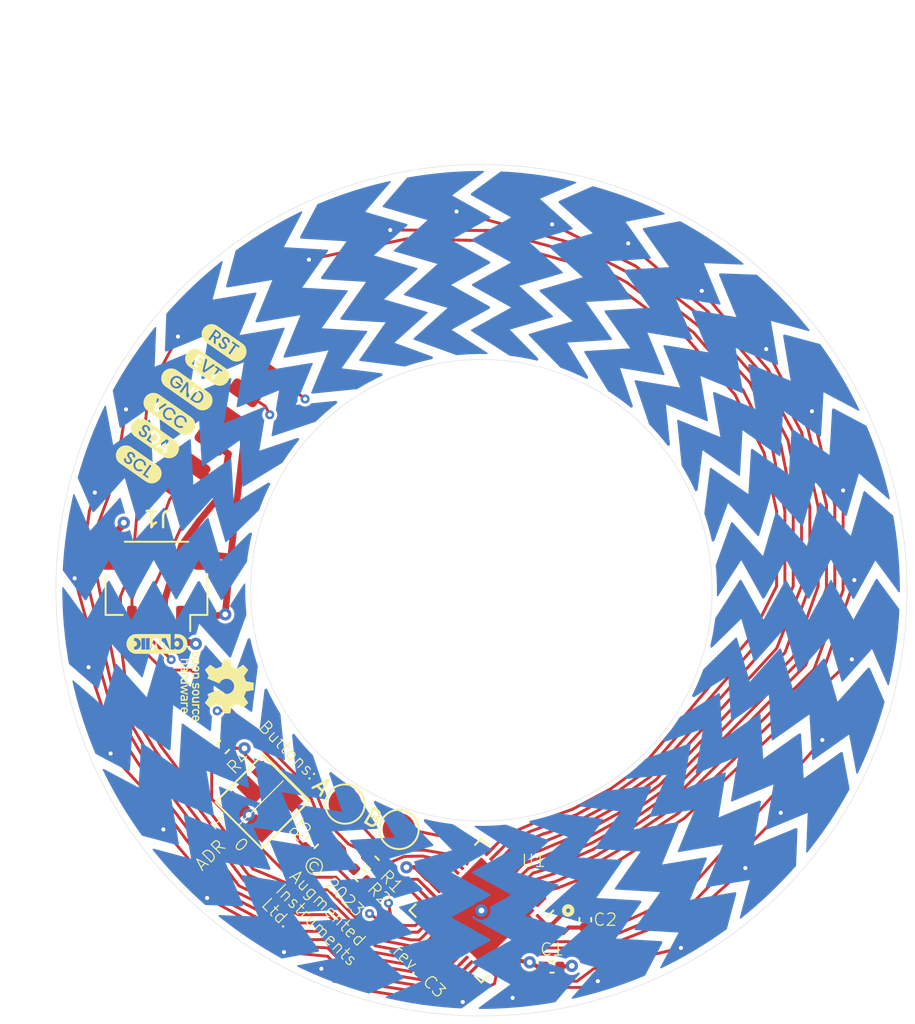
<source format=kicad_pcb>
(kicad_pcb (version 20221018) (generator pcbnew)
  (title_block (title "TRILL-RING") (date "2022-10-26") (rev "C3") (company "BELA / Augmented Instruments Ltd.") (comment 1 "https://bela.io"))
  (layers (0 "F.Cu" signal) (1 "In1.Cu" signal) (2 "In2.Cu" signal) (31 "B.Cu" signal) (34 "B.Paste" user) (35 "F.Paste" user) (36 "B.SilkS" user "B.Silkscreen") (37 "F.SilkS" user "F.Silkscreen") (38 "B.Mask" user) (39 "F.Mask" user) (44 "Edge.Cuts" user))
  (net 0 "")
  (net 1 "VCC")
  (net 2 "GND")
  (net 3 "Net-(U1-(INT)P0[1])")
  (net 4 "Net-(U1-(INT)P0[3])")
  (net 5 "Net-(U1-P0[5])")
  (net 6 "Net-(U1-P0[7])")
  (net 7 "Net-(U1-P0[6])")
  (net 8 "Net-(U1-P0[4])")
  (net 9 "Net-(U1-P0[2])")
  (net 10 "Net-(U1-P0[0])")
  (net 11 "Net-(U1-P2[6])")
  (net 12 "Net-(U1-P2[4])")
  (net 13 "Net-(U1-P2[2])")
  (net 14 "Net-(U1-P2[0])")
  (net 15 "Net-(U1-P4[2])")
  (net 16 "Net-(U1-P4[0])")
  (net 17 "Net-(U1-P3[6])")
  (net 18 "Net-(U1-P3[4])")
  (net 19 "Net-(U1-P3[2])")
  (net 20 "Net-(U1-P3[0])")
  (net 21 "Net-(U1-(SCL)P1[7])")
  (net 22 "Net-(U1-P3[1])")
  (net 23 "Net-(U1-P3[3])")
  (net 24 "Net-(U1-P3[5])")
  (net 25 "Net-(U1-P3[7])")
  (net 26 "Net-(U1-P4[1])")
  (net 27 "Net-(U1-P4[3])")
  (net 28 "Net-(U1-P2[1])")
  (net 29 "Net-(U1-P2[3])")
  (net 30 "Net-(U1-P2[5])")
  (net 31 "Net-(U1-P2[7])")
  (net 32 "/I2C_SDA")
  (net 33 "/I2C_SCL")
  (net 34 "/XRES")
  (net 35 "/EVENT")
  (net 36 "/ADDR0")
  (net 37 "/ADDR1")
  (net 38 "Net-(U1-(PR{slash}SCL)P1[1])")
  (net 39 "Net-(U1-(PR{slash}SDA)P1[0])")
  (net 40 "Net-(U1-(SDA)P1[5])")
  (net 41 "Net-(U1-P1[3])")
  (footprint "TRILL:TRILL_RING_CapSense" (layer "F.Cu") (at 143.0782 90.4494)
    (fp_text reference "CS1" hide)
    (fp_text value "TRILL_RING-28_CapSense")
  )
  (footprint "Capacitor_SMD:C_0402_1005Metric" (layer "F.Cu") (at 149.1996 110.8456 -90)
    (fp_text reference "C2")
    (fp_text value "2.2n")
  )
  (footprint "TRILL:QFN-48-1EP_6x6mm_P0.4mm_EP4.6x4.6mm" (layer "F.Cu") (at 142.8496 110.2868 -135)
    (fp_text reference "U1")
    (fp_text value "CY8C20666A-24LQXI")
  )
  (footprint "Resistor_SMD:R_0402_1005Metric" (layer "F.Cu") (at 136.211736 107.365091 135)
    (fp_text reference "R1")
    (fp_text value "100")
  )
  (footprint "Resistor_SMD:R_0402_1005Metric" (layer "F.Cu") (at 135.449736 108.127091 135)
    (fp_text reference "R2")
    (fp_text value "100")
  )
  (footprint "Resistor_SMD:R_0402_1005Metric" (layer "F.Cu") (at 132.494 106.0972 45)
    (fp_text reference "R3")
    (fp_text value "47k")
  )
  (footprint "TRILL:OpenSourceHardware_Logo" (layer "F.Cu") (at 126.156258 96.605875 -90)
    (fp_text reference "G5" hide)
    (fp_text value "OpenSourceHardware_Logo")
  )
  (footprint "TRILL:SolderJumper-2x3_P1.3mm_Open_Pad1.0x1.5mm" (layer "F.Cu") (at 130.175 104.3432 45)
    (fp_text reference "JP1" hide)
    (fp_text value "Jumper_2x3_Open")
  )
  (footprint "TestPoint:TestPoint_Pad_D2.0mm" (layer "F.Cu") (at 134.5184 103.7844)
    (fp_text reference "TP2")
    (fp_text value "Button A")
  )
  (footprint "TRILL:qwiic_horizontal_SMD" (layer "F.Cu") (at 123.07 90.08 180)
    (fp_text reference "J1")
    (fp_text value "Conn_01x04_MountingPin")
  )
  (footprint "Capacitor_SMD:C_0402_1005Metric" (layer "F.Cu") (at 147.167189 113.721509)
    (fp_text reference "C1")
    (fp_text value "0.1u")
  )
  (footprint "Resistor_SMD:R_0402_1005Metric" (layer "F.Cu") (at 127.0584 100.306 45)
    (fp_text reference "R4")
    (fp_text value "47k")
  )
  (footprint "TestPoint:TestPoint_Pad_D2.0mm" (layer "F.Cu") (at 137.8204 105.3338)
    (fp_text reference "TP1")
    (fp_text value "Button B")
  )
  (footprint "TRILL:I2C+EVT_RST_Wire_connector_SMD" (layer "F.Cu") (at 127.4 80.15 -35)
    (fp_text reference "J2" hide)
    (fp_text value "Conn_01x06_Female")
  )
  (gr_circle (center 142.853836 90.728091) (end 156.950836 90.728091) (stroke (width 0.0254)) (fill none) (layer "Edge.Cuts"))
  (gr_circle (center 142.853836 90.728091) (end 168.853276 90.728091) (stroke (width 0.0254)) (fill none) (layer "Edge.Cuts"))
  (gr_text "rev. ${REVISION}" (at 137.27 112.83 315) (layer "F.SilkS") (effects (font (size 0.75 0.75) (thickness 0.07)) (justify left bottom)))
  (gr_text "B" (at 135.4074 104.8512 330) (layer "F.SilkS") (effects (font (size 1 1)) (justify left bottom)))
  (gr_text "ADR" (at 125.8 108 45) (layer "F.SilkS") (effects (font (size 0.75 0.75) (thickness 0.07)) (justify left bottom)))
  (gr_text "Buttons:" (at 129.09 99.15 315) (layer "F.SilkS") (effects (font (size 0.75 0.75) (thickness 0.07)) (justify left bottom)))
  (gr_text "© 2023 \nAugmented \nInstruments \nLtd." (at 129.27 109.98 315) (layer "F.SilkS") (effects (font (size 0.75 0.75) (thickness 0.07)) (justify left bottom)))
  (gr_text "A" (at 133.8834 102.6668 315) (layer "F.SilkS") (effects (font (size 1 1)) (justify right top)))
  (segment (start 146.3 113.721509) (end 146.717189 113.721509) (width 0.254) (layer "F.Cu") (net 1))
  (segment (start 126.314826 81.608416) (end 127.4 82.4) (width 0.4064) (layer "F.Cu") (net 1))
  (segment (start 123.5 93.6) (end 123.5 92.475) (width 0.4064) (layer "F.Cu") (net 1))
  (segment (start 139.548586 108.4) (end 140.063599 108.915013) (width 0.1778) (layer "F.Cu") (net 1))
  (segment (start 123.5 91.3) (end 123.5 92.475) (width 0.4064) (layer "F.Cu") (net 1))
  (segment (start 139.548586 108.4) (end 138.795723 107.647137) (width 0.254) (layer "F.Cu") (net 1))
  (segment (start 127.4 82.4) (end 127 84.8) (width 0.4064) (layer "F.Cu") (net 1))
  (segment (start 145.8 113.45) (end 146.3 113.721509) (width 0.254) (layer "F.Cu") (net 1))
  (segment (start 127 84.8) (end 125.6 86.5) (width 0.4064) (layer "F.Cu") (net 1))
  (segment (start 145.057136 113.342864) (end 144.50423 112.789958) (width 0.1778) (layer "F.Cu") (net 1))
  (segment (start 125.6 86.5) (end 124.534771 87.967769) (width 0.4064) (layer "F.Cu") (net 1))
  (segment (start 124.534771 87.967769) (end 123.5 91.3) (width 0.4064) (layer "F.Cu") (net 1))
  (segment (start 125.4 94) (end 123.5 93.6) (width 0.4064) (layer "F.Cu") (net 1))
  (segment (start 127.867836 103.682091) (end 128.629836 104.444091) (width 0.1778) (layer "F.Cu") (net 1))
  (segment (start 145.057136 113.342864) (end 145.8 113.45) (width 0.254) (layer "F.Cu") (net 1))
  (segment (start 138.795723 107.647137) (end 138.271942 107.647137) (width 0.254) (layer "F.Cu") (net 1))
  (segment (start 129.391836 105.206091) (end 128.629836 104.444091) (width 0.1778) (layer "F.Cu") (net 1))
  (via (at 138.271942 107.647137) (size 0.75) (drill 0.35) (layers "F.Cu" "B.Cu") (net 1))
  (via (at 128.629836 104.444091) (size 0.75) (drill 0.35) (layers "F.Cu" "B.Cu") (net 1))
  (via (at 145.8 113.45) (size 0.75) (drill 0.35) (layers "F.Cu" "B.Cu") (net 1))
  (via (at 125.4 94) (size 0.75) (drill 0.35) (layers "F.Cu" "B.Cu") (net 1))
  (segment (start 120.2 88.6) (end 120.2 87.5) (width 0.4064) (layer "F.Cu") (net 2))
  (segment (start 128.375836 100.705558) (end 128.375836 100.380091) (width 0.1778) (layer "F.Cu") (net 2))
  (segment (start 128.375836 100.380091) (end 127.853739 100.380091) (width 0.1778) (layer "F.Cu") (net 2))
  (segment (start 147.25 111.65) (end 146.758384 111.65) (width 0.1778) (layer "F.Cu") (net 2))
  (segment (start 145.395184 110.2868) (end 142.8496 110.2868) (width 0.1778) (layer "F.Cu") (net 2))
  (segment (start 142.8496 110.003958) (end 142.8496 110.2868) (width 0.1778) (layer "F.Cu") (net 2))
  (segment (start 127.2 92.2) (end 127.5 89) (width 0.4064) (layer "F.Cu") (net 2))
  (segment (start 131.094239 103.423961) (end 129.671839 102.001561) (width 0.4064) (layer "F.Cu") (net 2))
  (segment (start 131.094239 103.423961) (end 132.1638 104.493522) (width 0.1778) (layer "F.Cu") (net 2))
  (segment (start 147.8618 111.65) (end 148.1862 111.3256) (width 0.254) (layer "F.Cu") (net 2))
  (segment (start 128.4224 80.9244) (end 127.349214 80.131157) (width 0.4064) (layer "F.Cu") (net 2))
  (segment (start 129.671839 102.001561) (end 128.375836 100.705558) (width 0.1778) (layer "F.Cu") (net 2))
  (segment (start 127.853739 100.380091) (end 127.419024 99.945376) (width 0.1778) (layer "F.Cu") (net 2))
  (segment (start 127.2 92.2) (end 125.2 92.5) (width 0.4064) (layer "F.Cu") (net 2))
  (segment (start 132.1638 104.493522) (end 132.1638 105.045752) (width 0.1778) (layer "F.Cu") (net 2))
  (segment (start 132.1638 105.045752) (end 132.854624 105.736576) (width 0.1778) (layer "F.Cu") (net 2))
  (segment (start 142.098951 109.170478) (end 142.853836 110.286091) (width 0.254) (layer "F.Cu") (net 2))
  (segment (start 120.2 87.5) (end 121 86.7) (width 0.4064) (layer "F.Cu") (net 2))
  (segment (start 125.2 92.5) (end 124.5 92.475) (width 0.4064) (layer "F.Cu") (net 2))
  (segment (start 121 86.7) (end 121 86.6) (width 0.4064) (layer "F.Cu") (net 2))
  (segment (start 147.25 111.65) (end 147.8618 111.65) (width 0.254) (layer "F.Cu") (net 2))
  (segment (start 127.533333 88.7) (end 126.7 88.6) (width 0.4064) (layer "F.Cu") (net 2))
  (segment (start 126.7 88.6) (end 125.8 88.6) (width 0.4064) (layer "F.Cu") (net 2))
  (segment (start 146.758384 111.65) (end 145.395184 110.2868) (width 0.1778) (layer "F.Cu") (net 2))
  (segment (start 147.617189 113.721509) (end 148.377707 113.66365) (width 0.254) (layer "F.Cu") (net 2))
  (segment (start 127.5 89) (end 127.9 85.4) (width 0.4064) (layer "F.Cu") (net 2))
  (segment (start 140.912127 108.066485) (end 142.8496 110.003958) (width 0.1778) (layer "F.Cu") (net 2))
  (segment (start 148.1862 111.3256) (end 149.1996 111.3256) (width 0.254) (layer "F.Cu") (net 2))
  (segment (start 127.9 85.4) (end 128.4224 80.9244) (width 0.4064) (layer "F.Cu") (net 2))
  (via (at 127.2 92.2) (size 0.75) (drill 0.35) (layers "F.Cu" "B.Cu") (net 2))
  (via (at 142.8496 110.2868) (size 0.75) (drill 0.35) (layers "F.Cu" "B.Cu") (net 2))
  (via (at 121 86.6) (size 0.75) (drill 0.35) (layers "F.Cu" "B.Cu") (net 2))
  (via (at 148.377707 113.66365) (size 0.75) (drill 0.35) (layers "F.Cu" "B.Cu") (net 2))
  (via (at 128.375836 100.380091) (size 0.75) (drill 0.35) (layers "F.Cu" "B.Cu") (net 2))
  (segment (start 147.2 111.1) (end 147.9344 110.3656) (width 0.254) (layer "F.Cu") (net 3))
  (segment (start 146.77407 111.1) (end 146.4912 110.81713) (width 0.1778) (layer "F.Cu") (net 3))
  (segment (start 147.2 111.1) (end 146.77407 111.1) (width 0.1778) (layer "F.Cu") (net 3))
  (segment (start 147.9344 110.3656) (end 149.055327 110.3656) (width 0.254) (layer "F.Cu") (net 3))
  (segment (start 148.949836 112.191091) (end 155.299836 109.270091) (width 0.1778) (layer "F.Cu") (net 4))
  (segment (start 146.73379 112.191091) (end 148.949836 112.191091) (width 0.1778) (layer "F.Cu") (net 4))
  (segment (start 145.918443 111.375744) (end 146.73379 112.191091) (width 0.1778) (layer "F.Cu") (net 4))
  (segment (start 155.299836 109.270091) (end 163.681836 99.872091) (width 0.1778) (layer "F.Cu") (net 4))
  (via (at 163.681836 99.872091) (size 0.55) (drill 0.25) (layers "F.Cu" "B.Cu") (net 4))
  (segment (start 163.681836 99.872091) (end 165.8226 98.3524) (width 0.1778) (layer "B.Cu") (net 4))
  (segment (start 149.076836 112.572091) (end 155.807836 109.778091) (width 0.1778) (layer "F.Cu") (net 5))
  (segment (start 145.635601 111.658587) (end 146.549105 112.572091) (width 0.1778) (layer "F.Cu") (net 5))
  (segment (start 155.807836 109.778091) (end 161.141836 104.317091) (width 0.1778) (layer "F.Cu") (net 5))
  (segment (start 146.549105 112.572091) (end 149.076836 112.572091) (width 0.1778) (layer "F.Cu") (net 5))
  (via (at 161.141836 104.317091) (size 0.55) (drill 0.25) (layers "F.Cu" "B.Cu") (net 5))
  (segment (start 161.141836 104.317091) (end 163.7398 103.153) (width 0.1778) (layer "B.Cu") (net 5))
  (segment (start 163.7398 103.153) (end 163.681836 103.174091) (width 0.1778) (layer "B.Cu") (net 5))
  (segment (start 149.147429 112.979437) (end 146.35 112.95) (width 0.1778) (layer "F.Cu") (net 6))
  (segment (start 158.9786 107.696) (end 156.061836 110.286091) (width 0.1778) (layer "F.Cu") (net 6))
  (segment (start 156.061836 110.286091) (end 149.147429 112.979437) (width 0.1778) (layer "F.Cu") (net 6))
  (segment (start 146.35 112.95) (end 145.352758 111.94143) (width 0.1778) (layer "F.Cu") (net 6))
  (via (at 158.9786 107.696) (size 0.55) (drill 0.25) (layers "F.Cu" "B.Cu") (net 6))
  (segment (start 158.9786 107.696) (end 160.3108 107.3186) (width 0.1778) (layer "B.Cu") (net 6))
  (segment (start 149.711836 113.842091) (end 155.045836 112.572091) (width 0.1778) (layer "F.Cu") (net 7))
  (segment (start 148.695836 114.604091) (end 149.711836 113.842091) (width 0.1778) (layer "F.Cu") (net 7))
  (segment (start 145.752677 114.604091) (end 148.695836 114.604091) (width 0.1778) (layer "F.Cu") (net 7))
  (segment (start 144.221387 113.072801) (end 145.752677 114.604091) (width 0.1778) (layer "F.Cu") (net 7))
  (via (at 155.045836 112.572091) (size 0.55) (drill 0.25) (layers "F.Cu" "B.Cu") (net 7))
  (segment (start 155.045836 112.572091) (end 156.0182 110.9508) (width 0.1778) (layer "B.Cu") (net 7))
  (segment (start 145.567992 114.985091) (end 148.949836 114.985091) (width 0.1778) (layer "F.Cu") (net 8))
  (segment (start 148.949836 114.985091) (end 149.965836 114.604091) (width 0.1778) (layer "F.Cu") (net 8))
  (segment (start 143.938544 113.355643) (end 145.567992 114.985091) (width 0.1778) (layer "F.Cu") (net 8))
  (via (at 149.965836 114.604091) (size 0.55) (drill 0.25) (layers "F.Cu" "B.Cu") (net 8))
  (segment (start 149.965836 114.604091) (end 151.243 113.2368) (width 0.1778) (layer "B.Cu") (net 8))
  (segment (start 144.758836 114.74162) (end 144.758836 115.620091) (width 0.1778) (layer "F.Cu") (net 9))
  (segment (start 143.655702 113.638486) (end 144.758836 114.74162) (width 0.1778) (layer "F.Cu") (net 9))
  (via (at 144.758836 115.620091) (size 0.55) (drill 0.25) (layers "F.Cu" "B.Cu") (net 9))
  (segment (start 144.758836 115.620091) (end 146.29 114.583) (width 0.1778) (layer "B.Cu") (net 9))
  (segment (start 143.65 114.75) (end 143.75 114.29847) (width 0.1778) (layer "F.Cu") (net 10))
  (segment (start 143.75 114.29847) (end 143.37993 113.9284) (width 0.1778) (layer "F.Cu") (net 10))
  (segment (start 141.710836 115.874091) (end 142.55 115.35) (width 0.1778) (layer "F.Cu") (net 10))
  (segment (start 142.55 115.35) (end 143.65 114.75) (width 0.1778) (layer "F.Cu") (net 10))
  (via (at 141.710836 115.874091) (size 0.55) (drill 0.25) (layers "F.Cu" "B.Cu") (net 10))
  (segment (start 141.710836 115.874091) (end 140.6004 114.7862) (width 0.1778) (layer "B.Cu") (net 10))
  (segment (start 142.326341 113.921329) (end 141.6 114.65) (width 0.1778) (layer "F.Cu") (net 11))
  (segment (start 135.233836 114.858091) (end 133.836836 114.604091) (width 0.1778) (layer "F.Cu") (net 11))
  (segment (start 140.4 115.9) (end 135.487836 115.112091) (width 0.1778) (layer "F.Cu") (net 11))
  (segment (start 133.836836 114.604091) (end 133.074836 113.842091) (width 0.1778) (layer "F.Cu") (net 11))
  (segment (start 135.487836 115.112091) (end 135.233836 114.858091) (width 0.1778) (layer "F.Cu") (net 11))
  (segment (start 141.05 115.2) (end 140.4 115.9) (width 0.1778) (layer "F.Cu") (net 11))
  (segment (start 141.6 114.65) (end 141.05 115.2) (width 0.1778) (layer "F.Cu") (net 11))
  (via (at 133.074836 113.842091) (size 0.55) (drill 0.25) (layers "F.Cu" "B.Cu") (net 11))
  (segment (start 135.4696 113.5416) (end 133.074836 113.842091) (width 0.1778) (layer "B.Cu") (net 11))
  (segment (start 135.614836 114.731091) (end 135.106836 114.223091) (width 0.1778) (layer "F.Cu") (net 12))
  (segment (start 135.106836 114.223091) (end 134.598836 114.223091) (width 0.1778) (layer "F.Cu") (net 12))
  (segment (start 134.598836 114.223091) (end 133.455836 113.080091) (width 0.1778) (layer "F.Cu") (net 12))
  (segment (start 140.25 115.45) (end 135.614836 114.731091) (width 0.1778) (layer "F.Cu") (net 12))
  (segment (start 142.043498 113.638486) (end 140.25 115.45) (width 0.1778) (layer "F.Cu") (net 12))
  (segment (start 133.455836 113.080091) (end 130.788836 112.826091) (width 0.1778) (layer "F.Cu") (net 12))
  (via (at 130.788836 112.826091) (size 0.55) (drill 0.25) (layers "F.Cu" "B.Cu") (net 12))
  (segment (start 130.788836 112.826091) (end 130.542 111.3064) (width 0.1778) (layer "B.Cu") (net 12))
  (segment (start 131.423836 112.445091) (end 126.089836 109.524091) (width 0.1778) (layer "F.Cu") (net 13))
  (segment (start 133.455836 112.572091) (end 131.423836 112.445091) (width 0.1778) (layer "F.Cu") (net 13))
  (segment (start 141.760656 113.355643) (end 141 114.1) (width 0.1778) (layer "F.Cu") (net 13))
  (segment (start 135.233836 113.842091) (end 134.725836 113.842091) (width 0.1778) (layer "F.Cu") (net 13))
  (segment (start 134.725836 113.842091) (end 133.455836 112.572091) (width 0.1778) (layer "F.Cu") (net 13))
  (segment (start 141 114.1) (end 140.1 115.05) (width 0.1778) (layer "F.Cu") (net 13))
  (segment (start 135.741836 114.350091) (end 135.233836 113.842091) (width 0.1778) (layer "F.Cu") (net 13))
  (segment (start 140.1 115.05) (end 135.741836 114.350091) (width 0.1778) (layer "F.Cu") (net 13))
  (via (at 126.089836 109.524091) (size 0.55) (drill 0.25) (layers "F.Cu" "B.Cu") (net 13))
  (segment (start 126.089836 109.524091) (end 126.1732 107.8774) (width 0.1778) (layer "B.Cu") (net 13))
  (segment (start 135.868836 113.969091) (end 135.360836 113.461091) (width 0.1778) (layer "F.Cu") (net 14))
  (segment (start 134.852836 113.461091) (end 133.455836 112.064091) (width 0.1778) (layer "F.Cu") (net 14))
  (segment (start 133.455836 112.064091) (end 131.677836 112.064091) (width 0.1778) (layer "F.Cu") (net 14))
  (segment (start 127.105836 109.651091) (end 123.422836 105.333091) (width 0.1778) (layer "F.Cu") (net 14))
  (segment (start 131.677836 112.064091) (end 127.105836 109.651091) (width 0.1778) (layer "F.Cu") (net 14))
  (segment (start 139.95 114.642487) (end 135.868836 113.969091) (width 0.1778) (layer "F.Cu") (net 14))
  (segment (start 141.477813 113.072801) (end 139.95 114.642487) (width 0.1778) (layer "F.Cu") (net 14))
  (segment (start 135.360836 113.461091) (end 134.852836 113.461091) (width 0.1778) (layer "F.Cu") (net 14))
  (via (at 123.422836 105.333091) (size 0.55) (drill 0.25) (layers "F.Cu" "B.Cu") (net 14))
  (segment (start 123.422836 105.333091) (end 122.795 103.7626) (width 0.1778) (layer "B.Cu") (net 14))
  (segment (start 131.677836 111.556091) (end 127.486836 109.397091) (width 0.1778) (layer "F.Cu") (net 15))
  (segment (start 141.19497 112.789958) (end 140.2 113.8) (width 0.1778) (layer "F.Cu") (net 15))
  (segment (start 123.8504 104.648) (end 120.197523 100.698128) (width 0.1778) (layer "F.Cu") (net 15))
  (segment (start 139.786664 114.219041) (end 135.995836 113.588091) (width 0.1778) (layer "F.Cu") (net 15))
  (segment (start 133.455836 111.556091) (end 131.677836 111.556091) (width 0.1778) (layer "F.Cu") (net 15))
  (segment (start 135.995836 113.588091) (end 135.487836 113.080091) (width 0.1778) (layer "F.Cu") (net 15))
  (segment (start 124.819836 105.968091) (end 123.8504 104.648) (width 0.1778) (layer "F.Cu") (net 15))
  (segment (start 134.979836 113.080091) (end 133.455836 111.556091) (width 0.1778) (layer "F.Cu") (net 15))
  (segment (start 140.2 113.8) (end 139.786664 114.219041) (width 0.1778) (layer "F.Cu") (net 15))
  (segment (start 127.486836 109.397091) (end 124.819836 105.968091) (width 0.1778) (layer "F.Cu") (net 15))
  (segment (start 135.487836 113.080091) (end 134.979836 113.080091) (width 0.1778) (layer "F.Cu") (net 15))
  (via (at 120.197523 100.698128) (size 0.55) (drill 0.25) (layers "F.Cu" "B.Cu") (net 15))
  (segment (start 120.197523 100.698128) (end 120.2804 99.1906) (width 0.1778) (layer "B.Cu") (net 15))
  (segment (start 139.6 113.8) (end 136.122836 113.207091) (width 0.1778) (layer "F.Cu") (net 16))
  (segment (start 119.7102 97.9424) (end 118.850836 95.427091) (width 0.1778) (layer "F.Cu") (net 16))
  (segment (start 127.765395 109.095772) (end 121.886576 101.306034) (width 0.1778) (layer "F.Cu") (net 16))
  (segment (start 136.122836 113.207091) (end 135.614836 112.699091) (width 0.1778) (layer "F.Cu") (net 16))
  (segment (start 135.614836 112.699091) (end 135.106836 112.699091) (width 0.1778) (layer "F.Cu") (net 16))
  (segment (start 140.912127 112.507115) (end 139.6 113.8) (width 0.1778) (layer "F.Cu") (net 16))
  (segment (start 131.677836 111.048091) (end 127.765395 109.095772) (width 0.1778) (layer "F.Cu") (net 16))
  (segment (start 135.106836 112.699091) (end 133.455836 111.048091) (width 0.1778) (layer "F.Cu") (net 16))
  (segment (start 133.455836 111.048091) (end 131.677836 111.048091) (width 0.1778) (layer "F.Cu") (net 16))
  (segment (start 121.886576 101.306034) (end 119.7102 97.9424) (width 0.1778) (layer "F.Cu") (net 16))
  (via (at 118.850836 95.427091) (size 0.55) (drill 0.25) (layers "F.Cu" "B.Cu") (net 16))
  (segment (start 118.9088 93.882) (end 119.231836 93.776091) (width 0.1778) (layer "B.Cu") (net 16))
  (segment (start 118.850836 95.427091) (end 118.9088 93.882) (width 0.1778) (layer "B.Cu") (net 16))
  (segment (start 139.519891 113.333667) (end 140.629285 112.224273) (width 0.1778) (layer "F.Cu") (net 17))
  (segment (start 139.436949 113.4) (end 139.519891 113.333667) (width 0.1778) (layer "F.Cu") (net 17))
  (segment (start 128.030779 108.771687) (end 131.677836 110.540091) (width 0.1778) (layer "F.Cu") (net 17))
  (segment (start 131.677836 110.540091) (end 133.455836 110.540091) (width 0.1778) (layer "F.Cu") (net 17))
  (segment (start 139.324394 113.383902) (end 139.41964 113.4) (width 0.1778) (layer "F.Cu") (net 17))
  (segment (start 135.233836 112.318091) (end 135.741836 112.318091) (width 0.1778) (layer "F.Cu") (net 17))
  (segment (start 135.741836 112.318091) (end 136.249836 112.826091) (width 0.1778) (layer "F.Cu") (net 17))
  (segment (start 139.315567 113.375075) (end 139.324394 113.383902) (width 0.1778) (layer "F.Cu") (net 17))
  (segment (start 118 90) (end 120.0658 97.3074) (width 0.1778) (layer "F.Cu") (net 17))
  (segment (start 139.41964 113.4) (end 139.436949 113.4) (width 0.1778) (layer "F.Cu") (net 17))
  (segment (start 120.0658 97.3074) (end 122.238926 101.0234) (width 0.1778) (layer "F.Cu") (net 17))
  (segment (start 122.238926 101.0234) (end 128.030779 108.771687) (width 0.1778) (layer "F.Cu") (net 17))
  (segment (start 136.249836 112.826091) (end 139.315567 113.375075) (width 0.1778) (layer "F.Cu") (net 17))
  (segment (start 133.455836 110.540091) (end 135.233836 112.318091) (width 0.1778) (layer "F.Cu") (net 17))
  (via (at 118 90) (size 0.55) (drill 0.25) (layers "F.Cu" "B.Cu") (net 17))
  (segment (start 118 90) (end 118.7818 88.4464) (width 0.1778) (layer "B.Cu") (net 17))
  (segment (start 118.7818 88.4464) (end 118.977836 87.934091) (width 0.1778) (layer "B.Cu") (net 17))
  (segment (start 118.9 85.9) (end 119.231836 84.759091) (width 0.1778) (layer "F.Cu") (net 18))
  (segment (start 133.455836 110.032091) (end 131.804836 110.032091) (width 0.1778) (layer "F.Cu") (net 18))
  (segment (start 118.7 89.9) (end 118.7 87.3) (width 0.1778) (layer "F.Cu") (net 18))
  (segment (start 131.804836 110.032091) (end 128.353073 108.460772) (width 0.1778) (layer "F.Cu") (net 18))
  (segment (start 136.376836 112.445091) (end 135.868836 111.937091) (width 0.1778) (layer "F.Cu") (net 18))
  (segment (start 139.334781 112.953091) (end 139.139445 112.953091) (width 0.1778) (layer "F.Cu") (net 18))
  (segment (start 120.396 97.0788) (end 118.7 89.9) (width 0.1778) (layer "F.Cu") (net 18))
  (segment (start 122.505186 100.720219) (end 120.396 97.0788) (width 0.1778) (layer "F.Cu") (net 18))
  (segment (start 135.868836 111.937091) (end 135.360836 111.937091) (width 0.1778) (layer "F.Cu") (net 18))
  (segment (start 128.353073 108.460772) (end 122.505186 100.720219) (width 0.1778) (layer "F.Cu") (net 18))
  (segment (start 118.7 87.3) (end 118.9 85.9) (width 0.1778) (layer "F.Cu") (net 18))
  (segment (start 135.360836 111.937091) (end 133.455836 110.032091) (width 0.1778) (layer "F.Cu") (net 18))
  (segment (start 139.139445 112.953091) (end 136.376836 112.445091) (width 0.1778) (layer "F.Cu") (net 18))
  (segment (start 140.346442 111.94143) (end 139.334781 112.953091) (width 0.1778) (layer "F.Cu") (net 18))
  (via (at 119.231836 84.759091) (size 0.55) (drill 0.25) (layers "F.Cu" "B.Cu") (net 18))
  (segment (start 119.7978 83.1124) (end 119.231836 84.759091) (width 0.1778) (layer "B.Cu") (net 18))
  (segment (start 119.7978 83.1124) (end 119.739836 82.854091) (width 0.1778) (layer "B.Cu") (net 18))
  (segment (start 120.7262 96.8248) (end 119.4 90.1) (width 0.1778) (layer "F.Cu") (net 19))
  (segment (start 136.503836 112.064091) (end 135.995836 111.556091) (width 0.1778) (layer "F.Cu") (net 19))
  (segment (start 122.935357 100.527641) (end 120.7262 96.8248) (width 0.1778) (layer "F.Cu") (net 19))
  (segment (start 133.455836 109.524091) (end 131.931836 109.524091) (width 0.1778) (layer "F.Cu") (net 19))
  (segment (start 139.204742 112.517444) (end 138.871786 112.517444) (width 0.1778) (layer "F.Cu") (net 19))
  (segment (start 119.2 87.3) (end 120.1 84.9) (width 0.1778) (layer "F.Cu") (net 19))
  (segment (start 135.995836 111.556091) (end 135.487836 111.556091) (width 0.1778) (layer "F.Cu") (net 19))
  (segment (start 128.629836 108.127091) (end 122.935357 100.527641) (width 0.1778) (layer "F.Cu") (net 19))
  (segment (start 131.931836 109.524091) (end 128.629836 108.127091) (width 0.1778) (layer "F.Cu") (net 19))
  (segment (start 140.063599 111.658587) (end 139.204742 112.517444) (width 0.1778) (layer "F.Cu") (net 19))
  (segment (start 119.2 89.2) (end 119.2 87.3) (width 0.1778) (layer "F.Cu") (net 19))
  (segment (start 120.7 82.4) (end 121.136836 79.679091) (width 0.1778) (layer "F.Cu") (net 19))
  (segment (start 135.487836 111.556091) (end 133.455836 109.524091) (width 0.1778) (layer "F.Cu") (net 19))
  (segment (start 120.1 84.9) (end 120.7 82.4) (width 0.1778) (layer "F.Cu") (net 19))
  (segment (start 138.871786 112.517444) (end 136.503836 112.064091) (width 0.1778) (layer "F.Cu") (net 19))
  (segment (start 119.4 90.1) (end 119.2 89.2) (width 0.1778) (layer "F.Cu") (net 19))
  (via (at 121.136836 79.679091) (size 0.55) (drill 0.25) (layers "F.Cu" "B.Cu") (net 19))
  (segment (start 122.1346 78.2356) (end 122.533836 78.282091) (width 0.1778) (layer "B.Cu") (net 19))
  (segment (start 121.136836 79.679091) (end 122.1346 78.2356) (width 0.1778) (layer "B.Cu") (net 19))
  (segment (start 121.158 96.647) (end 120.8 93.8) (width 0.1778) (layer "F.Cu") (net 20))
  (segment (start 138.54542 112.0818) (end 136.757836 111.683091) (width 0.1778) (layer "F.Cu") (net 20))
  (segment (start 122.5 78.6) (end 124.311836 75.234091) (width 0.1778) (layer "F.Cu") (net 20))
  (segment (start 121.5 89.4) (end 122.5 78.6) (width 0.1778) (layer "F.Cu") (net 20))
  (segment (start 136.757836 111.683091) (end 136.249836 111.175091) (width 0.1778) (layer "F.Cu") (net 20))
  (segment (start 135.614836 111.175091) (end 133.455836 109.016091) (width 0.1778) (layer "F.Cu") (net 20))
  (segment (start 136.249836 111.175091) (end 135.614836 111.175091) (width 0.1778) (layer "F.Cu") (net 20))
  (segment (start 131.931836 109.016091) (end 128.883836 107.746091) (width 0.1778) (layer "F.Cu") (net 20))
  (segment (start 139.074701 112.0818) (end 138.54542 112.0818) (width 0.1778) (layer "F.Cu") (net 20))
  (segment (start 128.883836 107.746091) (end 123.263051 100.248937) (width 0.1778) (layer "F.Cu") (net 20))
  (segment (start 123.263051 100.248937) (end 121.158 96.647) (width 0.1778) (layer "F.Cu") (net 20))
  (segment (start 120.8 91.1) (end 121.5 89.4) (width 0.1778) (layer "F.Cu") (net 20))
  (segment (start 133.455836 109.016091) (end 131.931836 109.016091) (width 0.1778) (layer "F.Cu") (net 20))
  (segment (start 139.780757 111.375744) (end 139.074701 112.0818) (width 0.1778) (layer "F.Cu") (net 20))
  (segment (start 120.8 93.8) (end 120.8 91.1) (width 0.1778) (layer "F.Cu") (net 20))
  (via (at 124.311836 75.234091) (size 0.55) (drill 0.25) (layers "F.Cu" "B.Cu") (net 20))
  (segment (start 125.6398 74.0446) (end 125.581836 73.710091) (width 0.1778) (layer "B.Cu") (net 20))
  (segment (start 124.311836 75.234091) (end 125.6398 74.0446) (width 0.1778) (layer "B.Cu") (net 20))
  (segment (start 155.426836 75.361091) (end 151.489836 72.440091) (width 0.1778) (layer "F.Cu") (net 21))
  (segment (start 160.887836 90.474091) (end 160.887836 85.902091) (width 0.1778) (layer "F.Cu") (net 21))
  (segment (start 143.615836 69.392091) (end 138.281836 69.265091) (width 0.1778) (layer "F.Cu") (net 21))
  (segment (start 159.363836 93.522091) (end 160.887836 90.474091) (width 0.1778) (layer "F.Cu") (net 21))
  (segment (start 158.347836 78.790091) (end 155.426836 75.361091) (width 0.1778) (layer "F.Cu") (net 21))
  (segment (start 150.761182 102.850547) (end 152.759836 101.396091) (width 0.1778) (layer "F.Cu") (net 21))
  (segment (start 152.759836 101.396091) (end 159.363836 93.522091) (width 0.1778) (layer "F.Cu") (net 21))
  (segment (start 148.187836 70.662091) (end 143.615836 69.392091) (width 0.1778) (layer "F.Cu") (net 21))
  (segment (start 151.489836 72.440091) (end 148.187836 70.662091) (width 0.1778) (layer "F.Cu") (net 21))
  (segment (start 146.048639 104.95) (end 148.434548 104.095266) (width 0.1778) (layer "F.Cu") (net 21))
  (segment (start 148.434548 104.095266) (end 150.761182 102.850547) (width 0.1778) (layer "F.Cu") (net 21))
  (segment (start 144.3 105.7) (end 146.048639 104.95) (width 0.1778) (layer "F.Cu") (net 21))
  (segment (start 138.281836 69.265091) (end 132.312836 70.535091) (width 0.1778) (layer "F.Cu") (net 21))
  (segment (start 160.887836 85.902091) (end 160.125836 82.346091) (width 0.1778) (layer "F.Cu") (net 21))
  (segment (start 143.372859 106.652271) (end 144.3 105.7) (width 0.1778) (layer "F.Cu") (net 21))
  (segment (start 160.125836 82.346091) (end 158.347836 78.790091) (width 0.1778) (layer "F.Cu") (net 21))
  (via (at 132.312836 70.535091) (size 0.55) (drill 0.25) (layers "F.Cu" "B.Cu") (net 21))
  (segment (start 132.312836 70.535091) (end 129.3482 70.5394) (width 0.1778) (layer "B.Cu") (net 21))
  (segment (start 153.044036 101.681462) (end 159.871836 93.776091) (width 0.1778) (layer "F.Cu") (net 22))
  (segment (start 151.743836 71.932091) (end 148.174176 70.023044) (width 0.1778) (layer "F.Cu") (net 22))
  (segment (start 145.85 105.45) (end 146.8 105.1) (width 0.1778) (layer "F.Cu") (net 22))
  (segment (start 160.633836 82.092091) (end 158.855836 78.536091) (width 0.1778) (layer "F.Cu") (net 22))
  (segment (start 146.8 105.1) (end 148.649211 104.436916) (width 0.1778) (layer "F.Cu") (net 22))
  (segment (start 150.988826 103.146506) (end 153.044036 101.681462) (width 0.1778) (layer "F.Cu") (net 22))
  (segment (start 144.55 106.05) (end 145.85 105.45) (width 0.1778) (layer "F.Cu") (net 22))
  (segment (start 148.174176 70.023044) (end 143.488836 68.757091) (width 0.1778) (layer "F.Cu") (net 22))
  (segment (start 161.395836 90.474091) (end 161.395836 85.902091) (width 0.1778) (layer "F.Cu") (net 22))
  (segment (start 143.488836 68.757091) (end 137.281711 68.725341) (width 0.1778) (layer "F.Cu") (net 22))
  (segment (start 155.807836 74.980091) (end 151.743836 71.932091) (width 0.1778) (layer "F.Cu") (net 22))
  (segment (start 159.871836 93.776091) (end 161.395836 90.474091) (width 0.1778) (layer "F.Cu") (net 22))
  (segment (start 161.395836 85.902091) (end 160.633836 82.092091) (width 0.1778) (layer "F.Cu") (net 22))
  (segment (start 143.655702 106.935114) (end 144.55 106.05) (width 0.1778) (layer "F.Cu") (net 22))
  (segment (start 158.855836 78.536091) (end 155.807836 74.980091) (width 0.1778) (layer "F.Cu") (net 22))
  (segment (start 148.649211 104.436916) (end 150.988826 103.146506) (width 0.1778) (layer "F.Cu") (net 22))
  (via (at 137.281711 68.725341) (size 0.55) (drill 0.25) (layers "F.Cu" "B.Cu") (net 22))
  (segment (start 134.4028 68.101) (end 137.281711 68.725341) (width 0.1778) (layer "B.Cu") (net 22))
  (segment (start 146.3 105.75) (end 146.65 105.6) (width 0.1778) (layer "F.Cu") (net 23))
  (segment (start 161.141836 81.838091) (end 159.236836 78.028091) (width 0.1778) (layer "F.Cu") (net 23))
  (segment (start 149.677501 104.334923) (end 151.320609 103.422683) (width 0.1778) (layer "F.Cu") (net 23))
  (segment (start 161.903836 90.474091) (end 161.903836 85.648091) (width 0.1778) (layer "F.Cu") (net 23))
  (segment (start 151.997836 71.424091) (end 148.256126 69.487719) (width 0.1778) (layer "F.Cu") (net 23))
  (segment (start 153.169934 102.108595) (end 153.284373 101.994156) (width 0.1778) (layer "F.Cu") (net 23))
  (segment (start 148.256126 69.487719) (end 141.329836 67.598216) (width 0.1778) (layer "F.Cu") (net 23))
  (segment (start 159.236836 78.028091) (end 156.061836 74.540391) (width 0.1778) (layer "F.Cu") (net 23))
  (segment (start 146.85 105.55) (end 147.4 105.35) (width 0.1778) (layer "F.Cu") (net 23))
  (segment (start 148.876668 104.75) (end 149.677501 104.334923) (width 0.1778) (layer "F.Cu") (net 23))
  (segment (start 156.061836 74.540391) (end 151.997836 71.424091) (width 0.1778) (layer "F.Cu") (net 23))
  (segment (start 153.284373 101.994156) (end 160.379836 94.030091) (width 0.1778) (layer "F.Cu") (net 23))
  (segment (start 146.65 105.6) (end 146.85 105.55) (width 0.1778) (layer "F.Cu") (net 23))
  (segment (start 161.903836 85.648091) (end 161.141836 81.838091) (width 0.1778) (layer "F.Cu") (net 23))
  (segment (start 160.379836 94.030091) (end 161.903836 90.474091) (width 0.1778) (layer "F.Cu") (net 23))
  (segment (start 147.4 105.35) (end 148.5 104.9) (width 0.1778) (layer "F.Cu") (net 23))
  (segment (start 143.938544 107.217957) (end 144.7 106.45) (width 0.1778) (layer "F.Cu") (net 23))
  (segment (start 144.7 106.45) (end 144.95 106.3) (width 0.1778) (layer "F.Cu") (net 23))
  (segment (start 148.5 104.9) (end 148.876668 104.75) (width 0.1778) (layer "F.Cu") (net 23))
  (segment (start 151.320609 103.422683) (end 153.169934 102.108595) (width 0.1778) (layer "F.Cu") (net 23))
  (segment (start 144.95 106.3) (end 146.3 105.75) (width 0.1778) (layer "F.Cu") (net 23))
  (via (at 141.329836 67.598216) (size 0.55) (drill 0.25) (layers "F.Cu" "B.Cu") (net 23))
  (segment (start 141.329836 67.598216) (end 139.3304 66.7294) (width 0.1778) (layer "B.Cu") (net 23))
  (segment (start 162.411836 90.474091) (end 162.411836 85.648091) (width 0.1778) (layer "F.Cu") (net 24))
  (segment (start 149.85 104.65) (end 151.512404 103.727047) (width 0.1778) (layer "F.Cu") (net 24))
  (segment (start 153.511057 102.30685) (end 160.887836 94.284091) (width 0.1778) (layer "F.Cu") (net 24))
  (segment (start 162.411836 85.648091) (end 161.583442 81.574603) (width 0.1778) (layer "F.Cu") (net 24))
  (segment (start 146.4 106.2) (end 148.6 105.3) (width 0.1778) (layer "F.Cu") (net 24))
  (segment (start 151.512404 103.727047) (end 153.511057 102.30685) (width 0.1778) (layer "F.Cu") (net 24))
  (segment (start 145 106.7) (end 146.4 106.2) (width 0.1778) (layer "F.Cu") (net 24))
  (segment (start 149.040235 105.087231) (end 149.85 104.65) (width 0.1778) (layer "F.Cu") (net 24))
  (segment (start 144.221387 107.500799) (end 145 106.7) (width 0.1778) (layer "F.Cu") (net 24))
  (segment (start 161.583442 81.574603) (end 159.617836 77.774091) (width 0.1778) (layer "F.Cu") (net 24))
  (segment (start 160.887836 94.284091) (end 162.411836 90.474091) (width 0.1778) (layer "F.Cu") (net 24))
  (segment (start 148.6 105.3) (end 149.040235 105.087231) (width 0.1778) (layer "F.Cu") (net 24))
  (segment (start 159.617836 77.774091) (end 156.338601 74.055156) (width 0.1778) (layer "F.Cu") (net 24))
  (segment (start 152.251836 70.916091) (end 147.171836 68.376091) (width 0.1778) (layer "F.Cu") (net 24))
  (segment (start 156.338601 74.055156) (end 152.251836 70.916091) (width 0.1778) (layer "F.Cu") (net 24))
  (via (at 147.171836 68.376091) (size 0.55) (drill 0.25) (layers "F.Cu" "B.Cu") (net 24))
  (segment (start 147.171836 68.376091) (end 144.9438 66.5008) (width 0.1778) (layer "B.Cu") (net 24))
  (segment (start 146.5 106.6) (end 149.195707 105.4684) (width 0.1778) (layer "F.Cu") (net 25))
  (segment (start 162.011867 81.278981) (end 159.998836 77.520091) (width 0.1778) (layer "F.Cu") (net 25))
  (segment (start 162.919836 85.648091) (end 162.011867 81.278981) (width 0.1778) (layer "F.Cu") (net 25))
  (segment (start 153.751401 102.605884) (end 161.395836 94.538091) (width 0.1778) (layer "F.Cu") (net 25))
  (segment (start 145.3 107) (end 146.5 106.6) (width 0.1778) (layer "F.Cu") (net 25))
  (segment (start 156.696836 73.710091) (end 151.823357 69.542678) (width 0.1778) (layer "F.Cu") (net 25))
  (segment (start 159.998836 77.520091) (end 156.696836 73.710091) (width 0.1778) (layer "F.Cu") (net 25))
  (segment (start 161.395836 94.538091) (end 162.919836 90.474091) (width 0.1778) (layer "F.Cu") (net 25))
  (segment (start 151.740048 104.057159) (end 153.751401 102.605884) (width 0.1778) (layer "F.Cu") (net 25))
  (segment (start 149.195707 105.4684) (end 151.740048 104.057159) (width 0.1778) (layer "F.Cu") (net 25))
  (segment (start 162.919836 90.474091) (end 162.919836 85.648091) (width 0.1778) (layer "F.Cu") (net 25))
  (segment (start 144.50423 107.783642) (end 145.3 107) (width 0.1778) (layer "F.Cu") (net 25))
  (via (at 151.823357 69.542678) (size 0.55) (drill 0.25) (layers "F.Cu" "B.Cu") (net 25))
  (segment (start 151.823357 69.542678) (end 150.481 67.7962) (width 0.1778) (layer "B.Cu") (net 25))
  (segment (start 163.427836 85.648091) (end 162.411836 81.076091) (width 0.1778) (layer "F.Cu") (net 26))
  (segment (start 162.411836 81.076091) (end 160.379836 77.266091) (width 0.1778) (layer "F.Cu") (net 26))
  (segment (start 163.427836 90.474091) (end 163.427836 85.648091) (width 0.1778) (layer "F.Cu") (net 26))
  (segment (start 154.005398 102.918575) (end 161.903836 94.792091) (width 0.1778) (layer "F.Cu") (net 26))
  (segment (start 160.379836 77.266091) (end 156.315836 72.440091) (width 0.1778) (layer "F.Cu") (net 26))
  (segment (start 144.787073 108.066485) (end 145.45 107.4) (width 0.1778) (layer "F.Cu") (net 26))
  (segment (start 146.6 107) (end 149.384142 105.816609) (width 0.1778) (layer "F.Cu") (net 26))
  (segment (start 145.45 107.4) (end 146.6 107) (width 0.1778) (layer "F.Cu") (net 26))
  (segment (start 151.944926 104.387272) (end 154.005398 102.918575) (width 0.1778) (layer "F.Cu") (net 26))
  (segment (start 149.384142 105.816609) (end 151.944926 104.387272) (width 0.1778) (layer "F.Cu") (net 26))
  (segment (start 161.903836 94.792091) (end 163.427836 90.474091) (width 0.1778) (layer "F.Cu") (net 26))
  (via (at 156.315836 72.440091) (size 0.55) (drill 0.25) (layers "F.Cu" "B.Cu") (net 26))
  (segment (start 156.315836 72.440091) (end 155.4086 69.9298) (width 0.1778) (layer "B.Cu") (net 26))
  (segment (start 145.069915 108.349327) (end 145.75 107.7) (width 0.1778) (layer "F.Cu") (net 27))
  (segment (start 163.935836 90.601091) (end 163.935836 85.521091) (width 0.1778) (layer "F.Cu") (net 27))
  (segment (start 152.081511 104.751531) (end 154.286717 103.217609) (width 0.1778) (layer "F.Cu") (net 27))
  (segment (start 146.85 107.35) (end 149.583961 106.171194) (width 0.1778) (layer "F.Cu") (net 27))
  (segment (start 163.935836 85.521091) (end 162.792836 80.822091) (width 0.1778) (layer "F.Cu") (net 27))
  (segment (start 154.286717 103.217609) (end 162.284836 95.046091) (width 0.1778) (layer "F.Cu") (net 27))
  (segment (start 145.75 107.7) (end 146.85 107.35) (width 0.1778) (layer "F.Cu") (net 27))
  (segment (start 162.284836 95.046091) (end 163.935836 90.601091) (width 0.1778) (layer "F.Cu") (net 27))
  (segment (start 149.583961 106.171194) (end 152.081511 104.751531) (width 0.1778) (layer "F.Cu") (net 27))
  (segment (start 162.792836 80.822091) (end 160.252836 75.996091) (width 0.1778) (layer "F.Cu") (net 27))
  (via (at 160.252836 75.996091) (size 0.55) (drill 0.25) (layers "F.Cu" "B.Cu") (net 27))
  (segment (start 160.252836 75.996091) (end 159.871836 73.456091) (width 0.1778) (layer "B.Cu") (net 27))
  (segment (start 149.773556 106.489585) (end 152.297773 105.070259) (width 0.1778) (layer "F.Cu") (net 28))
  (segment (start 154.472423 103.584947) (end 162.665836 95.300091) (width 0.1778) (layer "F.Cu") (net 28))
  (segment (start 145.352758 108.63217) (end 146 108) (width 0.1778) (layer "F.Cu") (net 28))
  (segment (start 162.665836 95.300091) (end 164.443836 90.728091) (width 0.1778) (layer "F.Cu") (net 28))
  (segment (start 147.05 107.7) (end 149.732747 106.530394) (width 0.1778) (layer "F.Cu") (net 28))
  (segment (start 164.443836 90.728091) (end 164.443836 85.521091) (width 0.1778) (layer "F.Cu") (net 28))
  (segment (start 146 108) (end 147.05 107.7) (width 0.1778) (layer "F.Cu") (net 28))
  (segment (start 149.732747 106.530394) (end 149.773556 106.489585) (width 0.1778) (layer "F.Cu") (net 28))
  (segment (start 164.443836 85.521091) (end 163.046836 79.796478) (width 0.1778) (layer "F.Cu") (net 28))
  (segment (start 152.297773 105.070259) (end 154.472423 103.584947) (width 0.1778) (layer "F.Cu") (net 28))
  (via (at 163.046836 79.796478) (size 0.55) (drill 0.25) (layers "F.Cu" "B.Cu") (net 28))
  (segment (start 163.046836 79.796478) (end 163.1048 77.7276) (width 0.1778) (layer "B.Cu") (net 28))
  (segment (start 149.970263 106.889594) (end 150.031401 106.828456) (width 0.1778) (layer "F.Cu") (net 29))
  (segment (start 146.15 108.4) (end 147.25 108.05) (width 0.1778) (layer "F.Cu") (net 29))
  (segment (start 154.685448 103.938625) (end 163.173836 95.554091) (width 0.1778) (layer "F.Cu") (net 29))
  (segment (start 147.25 108.05) (end 149.970263 106.889594) (width 0.1778) (layer "F.Cu") (net 29))
  (segment (start 152.593707 105.343456) (end 154.685448 103.938625) (width 0.1778) (layer "F.Cu") (net 29))
  (segment (start 150.031401 106.828456) (end 152.593707 105.343456) (width 0.1778) (layer "F.Cu") (net 29))
  (segment (start 164.951836 90.728091) (end 164.951836 84.632091) (width 0.1778) (layer "F.Cu") (net 29))
  (segment (start 145.635601 108.915013) (end 146.15 108.4) (width 0.1778) (layer "F.Cu") (net 29))
  (segment (start 163.173836 95.554091) (end 164.951836 90.728091) (width 0.1778) (layer "F.Cu") (net 29))
  (via (at 164.951836 84.632091) (size 0.55) (drill 0.25) (layers "F.Cu" "B.Cu") (net 29))
  (segment (start 164.951836 84.632091) (end 165.3654 82.3758) (width 0.1778) (layer "B.Cu") (net 29))
  (segment (start 163.681836 95.808091) (end 165.396336 90.842391) (width 0.1778) (layer "F.Cu") (net 30))
  (segment (start 145.918443 109.197856) (end 146.45 108.7) (width 0.1778) (layer "F.Cu") (net 30))
  (segment (start 146.45 108.7) (end 147.348591 108.530411) (width 0.1778) (layer "F.Cu") (net 30))
  (segment (start 152.718911 105.741866) (end 154.89847 104.333287) (width 0.1778) (layer "F.Cu") (net 30))
  (segment (start 154.89847 104.333287) (end 163.681836 95.808091) (width 0.1778) (layer "F.Cu") (net 30))
  (segment (start 165.396336 90.842391) (end 165.637636 90.105791) (width 0.1778) (layer "F.Cu") (net 30))
  (segment (start 150.163456 107.282217) (end 150.285401 107.160272) (width 0.1778) (layer "F.Cu") (net 30))
  (segment (start 150.285401 107.160272) (end 152.718911 105.741866) (width 0.1778) (layer "F.Cu") (net 30))
  (segment (start 147.348591 108.530411) (end 150.163456 107.282217) (width 0.1778) (layer "F.Cu") (net 30))
  (via (at 165.637636 90.105791) (size 0.55) (drill 0.25) (layers "F.Cu" "B.Cu") (net 30))
  (segment (start 165.637636 90.105791) (end 166.8386 87.5574) (width 0.1778) (layer "B.Cu") (net 30))
  (segment (start 150.45 107.75) (end 155.25 104.65) (width 0.1778) (layer "F.Cu") (net 31))
  (segment (start 146.201286 109.480698) (end 146.528657 109.153327) (width 0.1778) (layer "F.Cu") (net 31))
  (segment (start 147.55 108.9) (end 150.45 107.75) (width 0.1778) (layer "F.Cu") (net 31))
  (segment (start 155.25 104.65) (end 165.485236 94.944491) (width 0.1778) (layer "F.Cu") (net 31))
  (segment (start 146.528657 109.153327) (end 147.55 108.9) (width 0.1778) (layer "F.Cu") (net 31))
  (via (at 165.485236 94.944491) (size 0.55) (drill 0.25) (layers "F.Cu" "B.Cu") (net 31))
  (segment (start 165.485236 94.944491) (end 167.1434 92.866) (width 0.1778) (layer "B.Cu") (net 31))
  (segment (start 134.471836 106.476091) (end 133.18047 105.216772) (width 0.1778) (layer "F.Cu") (net 32))
  (segment (start 132.439836 103.428091) (end 127.105836 98.094091) (width 0.1778) (layer "F.Cu") (net 32))
  (segment (start 124.5 86.9) (end 126.3 84.4) (width 0.1778) (layer "F.Cu") (net 32))
  (segment (start 133.18047 105.216772) (end 132.439836 103.428091) (width 0.1778) (layer "F.Cu") (net 32))
  (segment (start 135.042636 107.808891) (end 134.725836 107.492091) (width 0.1778) (layer "F.Cu") (net 32))
  (segment (start 135.131536 107.808891) (end 135.042636 107.808891) (width 0.1778) (layer "F.Cu") (net 32))
  (segment (start 127.105836 98.094091) (end 126.708961 98.094091) (width 0.1778) (layer "F.Cu") (net 32))
  (segment (start 134.725836 107.492091) (end 134.471836 106.476091) (width 0.1778) (layer "F.Cu") (net 32))
  (segment (start 126.3 84.4) (end 126.3 83.8) (width 0.1778) (layer "F.Cu") (net 32))
  (segment (start 122.5 93.5619) (end 122.5 91.3) (width 0.1778) (layer "F.Cu") (net 32))
  (segment (start 122.5 91.3) (end 124.5 86.9) (width 0.1778) (layer "F.Cu") (net 32))
  (segment (start 126.3 83.8) (end 125.280438 83.085675) (width 0.1778) (layer "F.Cu") (net 32))
  (segment (start 123.9 94.9619) (end 122.5 93.5619) (width 0.1778) (layer "F.Cu") (net 32))
  (via (at 123.9 94.9619) (size 0.55) (drill 0.25) (layers "F.Cu" "B.Cu") (net 32))
  (via (at 126.708961 98.094091) (size 0.55) (drill 0.25) (layers "F.Cu" "B.Cu") (net 32))
  (segment (start 125.119745 95.6) (end 123.4 95.6) (width 0.1778) (layer "F.Cu") (net 33))
  (segment (start 121.5 93.7) (end 121.5 91.2402) (width 0.1778) (layer "F.Cu") (net 33))
  (segment (start 133.487889 104.957431) (end 132.820836 103.301091) (width 0.1778) (layer "F.Cu") (net 33))
  (segment (start 132.820836 103.301091) (end 125.119745 95.6) (width 0.1778) (layer "F.Cu") (net 33))
  (segment (start 123.4 95.6) (end 121.5 93.7) (width 0.1778) (layer "F.Cu") (net 33))
  (segment (start 121.5 91.2402) (end 122.2 89.5) (width 0.1778) (layer "F.Cu") (net 33))
  (segment (start 135.487836 106.603091) (end 134.725836 106.222091) (width 0.1778) (layer "F.Cu") (net 33))
  (segment (start 134.725836 106.222091) (end 133.487889 104.957431) (width 0.1778) (layer "F.Cu") (net 33))
  (segment (start 123.8 85.2) (end 124.246051 84.562933) (width 0.1778) (layer "F.Cu") (net 33))
  (segment (start 122.2 89.5) (end 123.8 85.2) (width 0.1778) (layer "F.Cu") (net 33))
  (segment (start 135.893536 107.008791) (end 135.487836 106.603091) (width 0.1778) (layer "F.Cu") (net 33))
  (segment (start 138.981047 111.609769) (end 138.343836 111.609769) (width 0.1778) (layer "F.Cu") (net 34))
  (segment (start 137.042217 111.340166) (end 136.518223 110.839197) (width 0.1778) (layer "F.Cu") (net 34))
  (segment (start 136.518223 110.839197) (end 136.014779 110.47435) (width 0.1778) (layer "F.Cu") (net 34))
  (segment (start 138.343836 111.609769) (end 137.042217 111.340166) (width 0.1778) (layer "F.Cu") (net 34))
  (segment (start 132.08 79.0448) (end 130.8862 78.105) (width 0.1778) (layer "F.Cu") (net 34))
  (segment (start 139.497914 111.092902) (end 138.981047 111.609769) (width 0.1778) (layer "F.Cu") (net 34))
  (segment (start 130.8862 78.105) (end 129.417989 77.176639) (width 0.1778) (layer "F.Cu") (net 34))
  (via (at 136.014779 110.47435) (size 0.55) (drill 0.25) (layers "F.Cu" "B.Cu") (net 34))
  (via (at 132.08 79.0448) (size 0.55) (drill 0.25) (layers "F.Cu" "B.Cu") (net 34))
  (segment (start 139.215071 110.810059) (end 138.82513 111.2) (width 0.1778) (layer "F.Cu") (net 35))
  (segment (start 138.136503 111.2) (end 137.391304 111.045648) (width 0.1778) (layer "F.Cu") (net 35))
  (segment (start 129.667 79.502) (end 128.383602 78.653898) (width 0.1778) (layer "F.Cu") (net 35))
  (segment (start 137.391304 111.045648) (end 137.17527 109.830609) (width 0.1778) (layer "F.Cu") (net 35))
  (segment (start 138.82513 111.2) (end 138.136503 111.2) (width 0.1778) (layer "F.Cu") (net 35))
  (segment (start 129.921 80.01) (end 129.667 79.502) (width 0.1778) (layer "F.Cu") (net 35))
  (via (at 129.921 80.01) (size 0.55) (drill 0.25) (layers "F.Cu" "B.Cu") (net 35))
  (via (at 137.17527 109.830609) (size 0.55) (drill 0.25) (layers "F.Cu" "B.Cu") (net 35))
  (segment (start 134.090836 107.746091) (end 133.421643 107.746091) (width 0.1778) (layer "F.Cu") (net 36))
  (segment (start 131.613636 105.524287) (end 130.446907 104.357559) (width 0.1778) (layer "F.Cu") (net 36))
  (segment (start 135.995836 109.270091) (end 135.605979 109.262631) (width 0.1778) (layer "F.Cu") (net 36))
  (segment (start 135.605979 109.262631) (end 135.097979 108.753234) (width 0.1778) (layer "F.Cu") (net 36))
  (segment (start 138.771847 108.754631) (end 136.511295 108.754631) (width 0.1778) (layer "F.Cu") (net 36))
  (segment (start 130.446907 104.357559) (end 130.240364 104.357559) (width 0.1778) (layer "F.Cu") (net 36))
  (segment (start 136.511295 108.754631) (end 135.995836 109.270091) (width 0.1778) (layer "F.Cu") (net 36))
  (segment (start 139.497914 109.480698) (end 138.771847 108.754631) (width 0.1778) (layer "F.Cu") (net 36))
  (segment (start 135.097979 108.753234) (end 134.090836 107.746091) (width 0.1778) (layer "F.Cu") (net 36))
  (segment (start 131.613636 105.938084) (end 131.613636 105.524287) (width 0.1778) (layer "F.Cu") (net 36))
  (segment (start 133.421643 107.746091) (end 131.613636 105.938084) (width 0.1778) (layer "F.Cu") (net 36))
  (segment (start 128.7526 102.9208) (end 126.697776 100.666624) (width 0.1778) (layer "F.Cu") (net 37))
  (segment (start 138.594621 109.143091) (end 139.215071 109.763541) (width 0.1778) (layer "F.Cu") (net 37))
  (segment (start 126.3726 103.468647) (end 131.158044 108.254091) (width 0.1778) (layer "F.Cu") (net 37))
  (segment (start 136.212795 109.688131) (end 136.757836 109.143091) (width 0.1778) (layer "F.Cu") (net 37))
  (segment (start 126.697776 100.666624) (end 126.3726 100.9918) (width 0.1778) (layer "F.Cu") (net 37))
  (segment (start 131.158044 108.254091) (end 133.963836 108.254091) (width 0.1778) (layer "F.Cu") (net 37))
  (segment (start 136.757836 109.143091) (end 138.594621 109.143091) (width 0.1778) (layer "F.Cu") (net 37))
  (segment (start 126.3726 100.9918) (end 126.3726 103.468647) (width 0.1778) (layer "F.Cu") (net 37))
  (segment (start 133.963836 108.254091) (end 135.397876 109.688131) (width 0.1778) (layer "F.Cu") (net 37))
  (segment (start 135.397876 109.688131) (end 136.212795 109.688131) (width 0.1778) (layer "F.Cu") (net 37))
  (segment (start 140.65 107.25) (end 139.2428 106.9594) (width 0.1778) (layer "F.Cu") (net 38))
  (segment (start 138.1252 106.9848) (end 136.529932 107.683287) (width 0.1778) (layer "F.Cu") (net 38))
  (segment (start 139.2428 106.9594) (end 138.1252 106.9848) (width 0.1778) (layer "F.Cu") (net 38))
  (segment (start 141.19497 107.783642) (end 140.65 107.25) (width 0.1778) (layer "F.Cu") (net 38))
  (segment (start 139.385306 108.802405) (end 139.381904 108.802405) (width 0.1778) (layer "F.Cu") (net 39))
  (segment (start 139.381904 108.802405) (end 139.146181 108.566682) (width 0.1778) (layer "F.Cu") (net 39))
  (segment (start 139.146181 108.56328) (end 138.961507 108.378606) (width 0.1778) (layer "F.Cu") (net 39))
  (segment (start 139.146181 108.566682) (end 139.146181 108.56328) (width 0.1778) (layer "F.Cu") (net 39))
  (segment (start 139.780757 109.197856) (end 139.385306 108.802405) (width 0.1778) (layer "F.Cu") (net 39))
  (segment (start 138.961507 108.378606) (end 136.209251 108.378606) (width 0.1778) (layer "F.Cu") (net 39))
  (segment (start 136.209251 108.378606) (end 135.767932 108.445287) (width 0.1778) (layer "F.Cu") (net 39))
  (segment (start 137.773836 105.206091) (end 141.65 106) (width 0.1778) (layer "F.Cu") (net 40))
  (segment (start 141.65 106) (end 142.326341 106.652271) (width 0.1778) (layer "F.Cu") (net 40))
  (segment (start 137.414 106.7816) (end 137.96829 106.629074) (width 0.1778) (layer "F.Cu") (net 41))
  (segment (start 134.471836 103.682091) (end 134.471836 103.936091) (width 0.1778) (layer "F.Cu") (net 41))
  (segment (start 136.8806 106.5784) (end 137.414 106.7816) (width 0.1778) (layer "F.Cu") (net 41))
  (segment (start 139.35 106.6) (end 140.85 106.85) (width 0.1778) (layer "F.Cu") (net 41))
  (segment (start 137.96829 106.629074) (end 138.1506 106.6038) (width 0.1778) (layer "F.Cu") (net 41))
  (segment (start 138.1506 106.6038) (end 139.35 106.6) (width 0.1778) (layer "F.Cu") (net 41))
  (segment (start 134.471836 103.936091) (end 136.8806 106.5784) (width 0.1778) (layer "F.Cu") (net 41))
  (segment (start 140.85 106.85) (end 141.477813 107.500799) (width 0.1778) (layer "F.Cu") (net 41))
  (zone (net 23) (net_name "Net-(U1-P3[3])") (layer "B.Cu") (priority 6) (connect_pads (clearance 0.000001)) (min_thickness 0.0889) (fill yes (thermal_gap 0.2278) (thermal_bridge_width 0.2278))
    (polygon (pts (xy 142.878972 65.279198) (xy 142.86865 65.286795) (xy 142.8439 65.305011) (xy 142.805746 65.333071) (xy 142.75543 65.370093) (xy 142.694064 65.415234) (xy 142.54303 65.526353) (xy 142.362106 65.659454) (xy 142.160755 65.807573) (xy 141.734667 66.121043) (xy 141.528837 66.272463) (xy 141.340447 66.411054) (xy 141.178947 66.529863) (xy 141.061545 66.616229) (xy 141.097468 66.636229) (xy 141.17417 66.67893) (xy 141.262972 66.728371) (xy 141.471053 66.844221) (xy 141.471053 66.844222) (xy 141.709991 66.977238) (xy 141.96805 67.12091) (xy 142.49467 67.414088) (xy 142.739769 67.550548) (xy 142.957111 67.671548) (xy 143.134948 67.770559) (xy 143.205398 67.809778) (xy 143.261581 67.841049) (xy 143.302022 67.863572) (xy 143.329978 67.879137) (xy 143.451355 67.967501) (xy 143.314757 68.043564) (xy 143.281201 68.062253) (xy 143.230667 68.090392) (xy 143.164671 68.127152) (xy 143.084717 68.171673) (xy 142.889041 68.280651) (xy 142.655752 68.41058) (xy 142.396939 68.554712) (xy 142.124753 68.706302) (xy 141.588652 69.004862) (xy 141.348971 69.13834) (xy 141.144361 69.25229) (xy 141.059003 69.299829) (xy 141.000567 69.332373) (xy 141.030812 69.349211) (xy 141.111454 69.394112) (xy 141.204443 69.445889) (xy 141.421433 69.5667) (xy 141.669673 69.704922) (xy 142.211404 70.00655) (xy 142.480683 70.156481) (xy 142.732745 70.296822) (xy 142.955475 70.420832) (xy 143.052054 70.474612) (xy 143.13675 70.52177) (xy 143.208062 70.561471) (xy 143.264475 70.592882) (xy 143.304461 70.615149) (xy 143.304461 70.615148) (xy 143.339907 70.634882) (xy 143.425453 70.732134) (xy 143.312063 70.795284) (xy 143.276658 70.814991) (xy 143.276658 70.814992) (xy 143.224416 70.844083) (xy 143.156882 70.881684) (xy 143.075553 70.926966) (xy 142.877594 71.037185) (xy 142.642643 71.167995) (xy 142.382831 71.312645) (xy 141.837072 71.616516) (xy 141.575343 71.762235) (xy 141.337213 71.894825) (xy 141.134793 72.007526) (xy 141.050752 72.054317) (xy 141.000567 72.082257) (xy 141.038685 72.103488) (xy 141.120685 72.149164) (xy 141.120685 72.149163) (xy 141.2149 72.201625) (xy 141.433831 72.323555) (xy 141.683382 72.462536) (xy 141.951411 72.611816) (xy 142.49449 72.914266) (xy 142.745312 73.053955) (xy 142.966163 73.176955) (xy 143.061564 73.230087) (xy 143.144917 73.276514) (xy 143.214738 73.315393) (xy 143.269491 73.345886) (xy 143.307675 73.367152) (xy 143.363404 73.398213) (xy 143.385207 73.504782) (xy 143.30955 73.546908) (xy 143.272936 73.567289) (xy 143.219955 73.59678) (xy 143.219955 73.596779) (xy 143.152111 73.634557) (xy 143.070856 73.679788) (xy 142.874142 73.789308) (xy 142.64171 73.918708) (xy 142.385479 74.061358) (xy 142.117341 74.210636) (xy 141.849199 74.359918) (xy 141.592959 74.502569) (xy 141.360529 74.631968) (xy 141.163819 74.741486) (xy 141.082568 74.786719) (xy 141.033556 74.814005) (xy 141.072622 74.839223) (xy 141.230084 74.940874) (xy 141.424622 75.066464) (xy 141.645551 75.209083) (xy 142.123932 75.517895) (xy 142.360033 75.670305) (xy 142.57984 75.812204) (xy 142.77269 75.936694) (xy 142.92791 76.036893) (xy 142.988082 76.075732) (xy 143.034825 76.105909) (xy 143.066849 76.126578) (xy 143.339588 76.30276) (xy 142.977444 76.300024) (xy 142.857237 76.29649) (xy 142.843172 76.29635) (xy 142.836236 76.296322) (xy 142.826353 76.296322) (xy 142.798835 76.296361) (xy 142.577164 76.298558) (xy 142.135955 76.312931) (xy 141.698153 76.340456) (xy 141.480947 76.359078) (xy 141.359876 76.370841) (xy 141.29475 76.358588) (xy 141.246111 76.340898) (xy 141.187577 76.319606) (xy 141.113894 76.292809) (xy 141.026585 76.261059) (xy 140.817325 76.184959) (xy 140.572193 76.095819) (xy 140.023902 75.896419) (xy 139.745523 75.795181) (xy 139.480833 75.698919) (xy 139.242223 75.612141) (xy 139.042089 75.539358) (xy 138.960344 75.509623) (xy 138.892838 75.485082) (xy 138.841142 75.466281) (xy 138.806811 75.453795) (xy 138.668461 75.403434) (xy 138.762632 75.297385) (xy 138.787136 75.275355) (xy 138.823335 75.242797) (xy 138.873624 75.19759) (xy 138.936657 75.140906) (xy 139.011169 75.073913) (xy 139.095818 74.997804) (xy 139.290308 74.822927) (xy 139.509658 74.625696) (xy 139.980936 74.201946) (xy 140.211878 73.994296) (xy 140.425709 73.802036) (xy 140.611917 73.634596) (xy 140.691388 73.563144) (xy 140.760028 73.501426) (xy 140.781604 73.482027) (xy 140.708181 73.460633) (xy 140.612916 73.432859) (xy 140.385683 73.366643) (xy 140.12061 73.289383) (xy 139.831002 73.204983) (xy 139.231473 73.030252) (xy 138.948173 72.947683) (xy 138.693611 72.873493) (xy 138.481091 72.811552) (xy 138.394762 72.786393) (xy 138.32394 72.765751) (xy 138.270279 72.75011) (xy 138.235458 72.73996) (xy 138.073163 72.692752) (xy 138.191297 72.579754) (xy 138.214416 72.558966) (xy 138.251491 72.52562) (xy 138.302287 72.479945) (xy 138.365494 72.423117) (xy 138.439825 72.356279) (xy 138.523984 72.280598) (xy 138.716677 72.107337) (xy 138.933244 71.912598) (xy 139.163376 71.705666) (xy 139.623107 71.292288) (xy 139.832065 71.10438) (xy 140.013358 70.941365) (xy 140.090409 70.872087) (xy 140.156656 70.812507) (xy 140.169395 70.801054) (xy 140.169012 70.800943) (xy 140.086603 70.776921) (xy 140.086603 70.776922) (xy 139.989912 70.748743) (xy 139.760361 70.681843) (xy 139.49366 70.604111) (xy 138.9021 70.431702) (xy 138.603873 70.344793) (xy 138.321758 70.26256) (xy 138.069085 70.188922) (xy 137.859142 70.127743) (xy 137.774369 70.103032) (xy 137.705272 70.082893) (xy 137.705272 70.082892) (xy 137.653514 70.067808) (xy 137.620764 70.058256) (xy 137.455858 70.010318) (xy 137.581622 69.896531) (xy 137.605453 69.875101) (xy 137.644041 69.840392) (xy 137.696209 69.793486) (xy 137.760625 69.735537) (xy 137.921191 69.591142) (xy 138.115389 69.416484) (xy 138.33293 69.220843) (xy 138.796759 68.803685) (xy 139.022438 68.600712) (xy 139.23021 68.413853) (xy 139.409761 68.252371) (xy 139.485731 68.184051) (xy 139.550769 68.125553) (xy 139.557227 68.119745) (xy 139.543697 68.115803) (xy 139.457011 68.090555) (xy 139.355768 68.061054) (xy 139.11648 67.991335) (xy 138.83958 67.910654) (xy 138.538808 67.823023) (xy 137.920639 67.642913) (xy 137.630718 67.558445) (xy 137.371899 67.483035) (xy 137.25845 67.449985) (xy 137.15793 67.420695) (xy 137.072049 67.395673) (xy 137.002538 67.375423) (xy 136.951103 67.360434) (xy 136.951103 67.360433) (xy 136.919388 67.351194) (xy 136.776797 67.309279) (xy 136.873289 67.197433) (xy 136.890553 67.177444) (xy 136.890552 67.177443) (xy 136.917821 67.145853) (xy 136.998921 67.051903) (xy 137.10956 66.923723) (xy 137.242729 66.769445) (xy 137.548589 66.415105) (xy 137.86036 66.053914) (xy 138.00091 65.891073) (xy 138.121903 65.750911) (xy 138.21629 65.641563) (xy 138.251322 65.600981) (xy 138.277066 65.571149) (xy 138.292688 65.553051) (xy 138.296436 65.548717) (xy 138.296813 65.548278) (xy 138.317417 65.523866) (xy 138.366391 65.515218) (xy 138.690909 65.460005) (xy 139.343596 65.361375) (xy 140.001693 65.278762) (xy 140.664831 65.212726) (xy 141.332856 65.163763) (xy 142.005664 65.132394) (xy 142.682587 65.119107) (xy 142.768084 65.118744) (xy 142.810622 65.118672) (xy 143.09553 65.118489)))
  )
  (zone (net 21) (net_name "Net-(U1-(SCL)P1[7])") (layer "B.Cu") (priority 6) (connect_pads (clearance 0.000001)) (min_thickness 0.0889) (fill yes (thermal_gap 0.2278) (thermal_bridge_width 0.2278))
    (polygon (pts (xy 131.843398 67.769666) (xy 131.84115 67.77389) (xy 131.831907 67.791342) (xy 131.815197 67.822853) (xy 131.791724 67.867137) (xy 131.762056 67.923117) (xy 131.686454 68.065739) (xy 131.593104 68.241839) (xy 131.486704 68.442558) (xy 131.253554 68.882407) (xy 131.024583 69.31437) (xy 130.923403 69.50524) (xy 130.837363 69.66756) (xy 130.781623 69.772701) (xy 130.806163 69.774148) (xy 130.978354 69.784317) (xy 130.978354 69.784316) (xy 131.196107 69.797167) (xy 131.448029 69.812049) (xy 132.569607 69.878267) (xy 132.821526 69.893139) (xy 133.039277 69.905999) (xy 133.21146 69.916167) (xy 133.21146 69.916166) (xy 133.276913 69.920026) (xy 133.326709 69.922967) (xy 133.359413 69.924899) (xy 133.520555 69.934431) (xy 133.439757 70.068241) (xy 133.423259 70.091657) (xy 133.397998 70.127508) (xy 133.363046 70.17714) (xy 133.319209 70.239357) (xy 133.267377 70.312948) (xy 133.143033 70.489452) (xy 132.996825 70.697001) (xy 132.835525 70.92597) (xy 132.665934 71.16671) (xy 132.329013 71.645001) (xy 132.175252 71.863261) (xy 132.040364 72.05475) (xy 131.931112 72.209833) (xy 131.90599 72.245493) (xy 131.923132 72.246509) (xy 132.007018 72.25149) (xy 132.212525 72.26369) (xy 132.458564 72.27829) (xy 132.733373 72.2946) (xy 133.025183 72.311918) (xy 133.612725 72.346778) (xy 133.884926 72.36294) (xy 134.127043 72.377309) (xy 134.327326 72.38919) (xy 134.408091 72.39399) (xy 134.473991 72.3979) (xy 134.523527 72.400839) (xy 134.555283 72.402718) (xy 134.724635 72.412798) (xy 134.630918 72.549583) (xy 134.614654 72.57265) (xy 134.588269 72.610081) (xy 134.552261 72.66117) (xy 134.507469 72.724714) (xy 134.39496 72.884323) (xy 134.257549 73.079271) (xy 134.102019 73.299913) (xy 133.93518 73.536612) (xy 133.594681 74.019661) (xy 133.43463 74.24673) (xy 133.290419 74.451314) (xy 133.16886 74.623773) (xy 133.118686 74.694945) (xy 133.098763 74.723213) (xy 133.124501 74.724739) (xy 133.308261 74.735617) (xy 133.537803 74.749208) (xy 133.801339 74.764808) (xy 134.08711 74.781727) (xy 134.67828 74.816727) (xy 134.960132 74.833417) (xy 135.217136 74.84864) (xy 135.217136 74.848639) (xy 135.437522 74.861677) (xy 135.530303 74.867178) (xy 135.530303 74.867177) (xy 135.609503 74.871867) (xy 135.673672 74.875667) (xy 135.721331 74.878489) (xy 135.751014 74.88024) (xy 135.920556 74.890361) (xy 135.822835 75.029035) (xy 135.805997 75.05291) (xy 135.778986 75.091226) (xy 135.742611 75.14283) (xy 135.697711 75.206539) (xy 135.645096 75.281175) (xy 135.52016 75.458423) (xy 135.374447 75.665125) (xy 135.374446 75.665124) (xy 135.214648 75.891823) (xy 134.879478 76.367293) (xy 134.71746 76.597142) (xy 134.568038 76.809114) (xy 134.437898 76.993732) (xy 134.333719 77.141523) (xy 134.314081 77.169387) (xy 134.343232 77.17303) (xy 134.422178 77.182899) (xy 134.613458 77.206821) (xy 134.840365 77.23519) (xy 135.092216 77.266681) (xy 135.627978 77.333671) (xy 135.890516 77.366499) (xy 136.135237 77.39709) (xy 136.351452 77.42413) (xy 136.528486 77.446259) (xy 136.598958 77.455071) (xy 136.655623 77.462158) (xy 136.697153 77.467349) (xy 136.775984 77.477205) (xy 136.824049 77.608289) (xy 136.696703 77.668025) (xy 136.590145 77.71875) (xy 136.378441 77.822666) (xy 135.960308 78.040609) (xy 135.550375 78.271718) (xy 135.348847 78.392101) (xy 135.298801 78.422723) (xy 135.264344 78.443664) (xy 135.240114 78.446046) (xy 135.218171 78.448257) (xy 135.178486 78.45224) (xy 135.122696 78.45784) (xy 135.122696 78.457839) (xy 135.052185 78.464927) (xy 134.872539 78.482967) (xy 134.650719 78.505239) (xy 134.3979 78.530627) (xy 133.84388 78.586267) (xy 133.565002 78.614267) (xy 133.299782 78.640908) (xy 133.059358 78.665049) (xy 132.854902 78.685577) (xy 132.76966 78.694139) (xy 132.697591 78.701377) (xy 132.640094 78.707158) (xy 132.598559 78.711328) (xy 132.570809 78.714109) (xy 132.426145 78.71688) (xy 132.483274 78.577795) (xy 132.496348 78.545946) (xy 132.516271 78.497432) (xy 132.54245 78.433673) (xy 132.574342 78.356027) (xy 132.611339 78.265916) (xy 132.698462 78.053763) (xy 132.799239 77.808326) (xy 133.023599 77.261953) (xy 133.247949 76.715585) (xy 133.34873 76.470143) (xy 133.435851 76.25799) (xy 133.472863 76.16787) (xy 133.472864 76.16787) (xy 133.504738 76.090239) (xy 133.504737 76.090239) (xy 133.509139 76.079518) (xy 133.457108 76.0882) (xy 133.457108 76.088199) (xy 133.368287 76.103022) (xy 133.155283 76.138551) (xy 132.904802 76.180333) (xy 132.628477 76.226432) (xy 132.337935 76.2749) (xy 131.760734 76.371182) (xy 131.497325 76.415122) (xy 131.266237 76.453672) (xy 131.079062 76.484901) (xy 131.005602 76.497149) (xy 130.947477 76.50685) (xy 130.906149 76.513742) (xy 130.872464 76.519362) (xy 130.735656 76.509003) (xy 130.788549 76.380193) (xy 130.802175 76.346996) (xy 130.822458 76.297584) (xy 130.848837 76.23333) (xy 130.88076 76.15558) (xy 130.880759 76.15558) (xy 130.958959 75.965108) (xy 131.052578 75.73706) (xy 131.157147 75.482358) (xy 131.268187 75.211889) (xy 131.268188 75.211889) (xy 131.491747 74.66733) (xy 131.595329 74.415047) (xy 131.687459 74.19064) (xy 131.763668 74.005009) (xy 131.794397 73.930148) (xy 131.79455 73.929776) (xy 131.73324 73.939994) (xy 131.73324 73.939993) (xy 131.540601 73.972102) (xy 131.305311 74.011313) (xy 131.039001 74.055702) (xy 130.753299 74.103313) (xy 130.753299 74.103312) (xy 130.170282 74.200484) (xy 129.896225 74.246162) (xy 129.649302 74.287324) (xy 129.44115 74.322013) (xy 129.35525 74.336335) (xy 129.283393 74.348304) (xy 129.227069 74.357694) (xy 129.187688 74.364253) (xy 129.13535 74.372974) (xy 129.037969 74.316913) (xy 129.07474 74.227297) (xy 129.08913 74.192226) (xy 129.110082 74.141116) (xy 129.137086 74.075277) (xy 129.206926 73.905007) (xy 129.294156 73.69231) (xy 129.394317 73.44811) (xy 129.394316 73.44811) (xy 129.502925 73.1833) (xy 129.727597 72.63551) (xy 129.834716 72.374328) (xy 129.932386 72.136186) (xy 130.016148 71.931975) (xy 130.051406 71.84601) (xy 130.07859 71.77972) (xy 130.000594 71.792749) (xy 129.905985 71.808531) (xy 129.681273 71.84604) (xy 129.419221 71.889781) (xy 129.131833 71.93774) (xy 128.529044 72.038349) (xy 128.237653 72.08699) (xy 127.968932 72.13184) (xy 127.734881 72.170899) (xy 127.634608 72.187632) (xy 127.547512 72.202171) (xy 127.475083 72.214259) (xy 127.418822 72.223649) (xy 127.380233 72.23009) (xy 127.306055 72.242468) (xy 127.247952 72.161043) (xy 127.263172 72.104591) (xy 127.271193 72.0748) (xy 127.282684 72.032118) (xy 127.314866 71.912633) (xy 127.357325 71.754967) (xy 127.407683 71.56793) (xy 127.463584 71.360328) (xy 127.582515 70.918704) (xy 127.640784 70.702297) (xy 127.695107 70.500576) (xy 127.743107 70.322353) (xy 127.782393 70.17643) (xy 127.810615 70.071627) (xy 127.819834 70.037394) (xy 127.82541 70.016687) (xy 127.826652 70.012099) (xy 127.826961 70.010927) (xy 127.835383 69.980114) (xy 127.875115 69.951414) (xy 128.0035 69.859293) (xy 128.262051 69.677228) (xy 128.785445 69.322472) (xy 129.317933 68.979994) (xy 129.859226 68.650312) (xy 130.409207 68.3338) (xy 130.967816 68.030845) (xy 131.534549 67.742001) (xy 131.677938 67.671825) (xy 131.713892 67.654406) (xy 131.960518 67.535425)))
  )
  (zone (net 22) (net_name "Net-(U1-P3[1])") (layer "B.Cu") (priority 6) (connect_pads (clearance 0.000001)) (min_thickness 0.0889) (fill yes (thermal_gap 0.2278) (thermal_bridge_width 0.2278))
    (polygon (pts (xy 137.215574 65.90978) (xy 137.213322 65.912404) (xy 137.200289 65.92749) (xy 137.177152 65.954294) (xy 137.144569 65.992037) (xy 137.103396 66.03974) (xy 136.998496 66.161272) (xy 136.868973 66.311333) (xy 136.721332 66.482374) (xy 136.397823 66.857173) (xy 136.080104 67.225251) (xy 135.939704 67.387901) (xy 135.820323 67.52621) (xy 135.743491 67.615221) (xy 135.767075 67.622093) (xy 135.932675 67.670343) (xy 136.142104 67.731361) (xy 136.384394 67.801952) (xy 136.923744 67.959093) (xy 137.463103 68.116233) (xy 137.705394 68.186821) (xy 137.914818 68.247843) (xy 137.914818 68.247844) (xy 138.080424 68.296093) (xy 138.143374 68.314433) (xy 138.191246 68.328381) (xy 138.222689 68.337539) (xy 138.377704 68.382675) (xy 138.269141 68.495161) (xy 138.247833 68.514335) (xy 138.215226 68.543662) (xy 138.170085 68.584274) (xy 138.113508 68.635183) (xy 138.046565 68.695403) (xy 137.886044 68.839813) (xy 137.697286 69.009642) (xy 137.489044 69.196993) (xy 137.270083 69.393975) (xy 136.835096 69.785311) (xy 136.636595 69.963902) (xy 136.462434 70.120585) (xy 136.321395 70.247484) (xy 136.288961 70.276661) (xy 136.305441 70.281466) (xy 136.386105 70.304986) (xy 136.583767 70.362606) (xy 136.8204 70.431597) (xy 136.8204 70.431598) (xy 137.084705 70.508647) (xy 137.084705 70.508646) (xy 137.365356 70.590456) (xy 137.930445 70.755196) (xy 138.192238 70.831506) (xy 138.4251 70.899397) (xy 138.61773 70.955547) (xy 138.695396 70.978193) (xy 138.758789 70.996665) (xy 138.806415 71.010558) (xy 138.836959 71.019453) (xy 138.999686 71.066908) (xy 138.878071 71.179433) (xy 138.857052 71.198336) (xy 138.822986 71.228971) (xy 138.776488 71.270768) (xy 138.718701 71.322737) (xy 138.573489 71.453309) (xy 138.39614 71.612789) (xy 138.195398 71.79329) (xy 137.980048 71.986928) (xy 137.540589 72.38209) (xy 137.334009 72.567839) (xy 137.14789 72.735199) (xy 136.990989 72.87629) (xy 136.926239 72.934509) (xy 136.900518 72.957637) (xy 136.92528 72.964853) (xy 137.102023 73.016363) (xy 137.322783 73.080704) (xy 137.57625 73.154585) (xy 137.8511 73.234685) (xy 138.419682 73.400395) (xy 138.690762 73.479404) (xy 138.937943 73.551445) (xy 139.149901 73.613213) (xy 139.23913 73.639223) (xy 139.23913 73.639222) (xy 139.315311 73.661423) (xy 139.377036 73.679414) (xy 139.422869 73.692775) (xy 139.451351 73.70108) (xy 139.614728 73.748593) (xy 139.488279 73.862162) (xy 139.466614 73.881653) (xy 139.431721 73.913023) (xy 139.384781 73.955246) (xy 139.326804 74.007372) (xy 139.258919 74.068416) (xy 139.09765 74.213438) (xy 138.909579 74.382557) (xy 138.703329 74.568026) (xy 138.270719 74.957048) (xy 138.0616 75.145098) (xy 137.86875 75.318516) (xy 137.700779 75.469566) (xy 137.566297 75.59049) (xy 137.540948 75.613283) (xy 137.568485 75.623298) (xy 137.643201 75.650462) (xy 137.824275 75.716295) (xy 138.039076 75.794395) (xy 138.039076 75.794396) (xy 138.277484 75.881073) (xy 138.784653 76.065473) (xy 139.033184 76.155835) (xy 139.264845 76.240063) (xy 139.469526 76.314485) (xy 139.637093 76.375409) (xy 139.703826 76.399663) (xy 139.757474 76.419177) (xy 139.79678 76.433462) (xy 139.871716 76.460711) (xy 139.888723 76.599278) (xy 139.751484 76.628974) (xy 139.635985 76.654749) (xy 139.406254 76.709098) (xy 138.950401 76.829126) (xy 138.500536 76.963477) (xy 138.277959 77.035791) (xy 138.22252 77.054409) (xy 138.18441 77.067057) (xy 138.160448 77.064035) (xy 138.138367 77.061275) (xy 138.098792 77.056325) (xy 138.043153 77.049366) (xy 137.972819 77.040575) (xy 137.793635 77.018166) (xy 137.572385 76.990497) (xy 137.320204 76.958957) (xy 136.767616 76.889847) (xy 136.489453 76.855057) (xy 136.224902 76.821966) (xy 135.985104 76.791975) (xy 135.781173 76.766475) (xy 135.696145 76.755835) (xy 135.624267 76.746847) (xy 135.566916 76.739675) (xy 135.566916 76.739674) (xy 135.525501 76.734497) (xy 135.525501 76.734498) (xy 135.497757 76.73103) (xy 135.356357 76.701349) (xy 135.442805 76.578665) (xy 135.462664 76.550502) (xy 135.49286 76.507649) (xy 135.532586 76.451292) (xy 135.580945 76.382684) (xy 135.637085 76.303043) (xy 135.769235 76.115565) (xy 135.922113 75.898676) (xy 136.262444 75.415844) (xy 136.602773 74.933016) (xy 136.755654 74.716126) (xy 136.887804 74.528644) (xy 136.943933 74.449006) (xy 136.992293 74.380395) (xy 136.998987 74.370899) (xy 136.946302 74.367779) (xy 136.856412 74.362457) (xy 136.64082 74.349689) (xy 136.387302 74.334679) (xy 136.107631 74.318117) (xy 135.813563 74.300707) (xy 135.229363 74.266117) (xy 134.962772 74.250339) (xy 134.728871 74.236489) (xy 134.539439 74.225278) (xy 134.465071 74.220866) (xy 134.406251 74.217388) (xy 134.364439 74.214908) (xy 134.330311 74.212894) (xy 134.199339 74.172285) (xy 134.279479 74.058552) (xy 134.300166 74.029199) (xy 134.330954 73.985539) (xy 134.370952 73.928778) (xy 134.419376 73.860089) (xy 134.419377 73.86009) (xy 134.538004 73.691805) (xy 134.538003 73.691805) (xy 134.680023 73.490316) (xy 134.838655 73.265274) (xy 135.007106 73.026313) (xy 135.346245 72.545175) (xy 135.503375 72.322273) (xy 135.643136 72.124002) (xy 135.643137 72.124002) (xy 135.758736 71.959992) (xy 135.805367 71.893848) (xy 135.80559 71.893531) (xy 135.743547 71.889847) (xy 135.548601 71.878278) (xy 135.310493 71.864156) (xy 135.040991 71.848166) (xy 134.751869 71.831006) (xy 134.161871 71.796006) (xy 133.88452 71.779547) (xy 133.634641 71.764716) (xy 133.424002 71.752228) (xy 133.337066 71.747066) (xy 133.337066 71.747065) (xy 133.264357 71.742756) (xy 133.207361 71.739366) (xy 133.207361 71.739367) (xy 133.167504 71.737006) (xy 133.114551 71.733861) (xy 133.032057 71.657565) (xy 133.087874 71.578341) (xy 133.109706 71.547354) (xy 133.141553 71.502167) (xy 133.182545 71.444014) (xy 133.288557 71.293574) (xy 133.420999 71.105642) (xy 133.573049 70.889883) (xy 133.737939 70.655911) (xy 134.079018 70.171911) (xy 134.24164 69.941159) (xy 134.389932 69.730749) (xy 134.517078 69.550326) (xy 134.570607 69.474363) (xy 134.611855 69.415831) (xy 134.532921 69.411157) (xy 134.532921 69.411156) (xy 134.437171 69.405498) (xy 134.209718 69.392048) (xy 133.944457 69.376357) (xy 133.65356 69.359157) (xy 133.04342 69.323079) (xy 132.748469 69.305639) (xy 132.476457 69.289548) (xy 132.239559 69.275539) (xy 132.138061 69.269539) (xy 132.049899 69.264329) (xy 131.976589 69.25999) (xy 131.919642 69.256629) (xy 131.880551 69.254316) (xy 131.805091 69.249827) (xy 131.767155 69.157222) (xy 131.794458 69.105772) (xy 131.809038 69.078281) (xy 131.829908 69.038923) (xy 131.888359 68.928702) (xy 131.965478 68.783283) (xy 132.056968 68.61076) (xy 132.158519 68.419281) (xy 132.374537 68.011943) (xy 132.480397 67.812332) (xy 132.480398 67.812332) (xy 132.579068 67.626272) (xy 132.666247 67.461882) (xy 132.737629 67.327291) (xy 132.78889 67.230616) (xy 132.805645 67.199036) (xy 132.815751 67.179975) (xy 132.817915 67.175903) (xy 132.831996 67.147127) (xy 132.87869 67.127383) (xy 133.022925 67.066959) (xy 133.312901 66.948784) (xy 133.897728 66.723519) (xy 134.489776 66.512614) (xy 135.088502 66.316123) (xy 135.693618 66.134012) (xy 136.304818 65.966241) (xy 136.92145 65.812853) (xy 137.076861 65.776644) (xy 137.115796 65.767722) (xy 137.394756 65.704318)))
  )
  (zone (net 14) (net_name "Net-(U1-P2[0])") (layer "B.Cu") (priority 6) (connect_pads (clearance 0.000001)) (min_thickness 0.0889) (fill yes (thermal_gap 0.2278) (thermal_bridge_width 0.2278))
    (polygon (pts (xy 129.795845 96.848121) (xy 129.846608 96.954713) (xy 129.950548 97.166379) (xy 130.168614 97.584459) (xy 130.399843 97.994251) (xy 130.520297 98.195713) (xy 130.550894 98.245687) (xy 130.57179 98.280044) (xy 130.57422 98.304178) (xy 130.574219 98.304178) (xy 130.576451 98.326334) (xy 130.580438 98.366003) (xy 130.580439 98.366003) (xy 130.58606 98.421817) (xy 130.59316 98.492372) (xy 130.61124 98.672096) (xy 130.611239 98.672096) (xy 130.63357 98.893992) (xy 130.65902 99.14691) (xy 130.714801 99.70116) (xy 130.742879 99.980142) (xy 130.769579 100.245471) (xy 130.793779 100.485993) (xy 130.814359 100.690512) (xy 130.822951 100.775801) (xy 130.830201 100.847902) (xy 130.835989 100.905419) (xy 130.84017 100.946963) (xy 130.842963 100.974727) (xy 130.845728 101.119331) (xy 130.706681 101.062308) (xy 130.674808 101.049225) (xy 130.62631 101.029333) (xy 130.562534 101.00317) (xy 130.484889 100.971322) (xy 130.39476 100.934352) (xy 130.182577 100.847311) (xy 130.182577 100.84731) (xy 129.93711 100.746621) (xy 129.390678 100.522471) (xy 128.844246 100.29831) (xy 128.598779 100.197621) (xy 128.386597 100.110583) (xy 128.296468 100.073611) (xy 128.218819 100.041761) (xy 128.208125 100.037374) (xy 128.216838 100.089425) (xy 128.231688 100.178253) (xy 128.26733 100.391285) (xy 128.30923 100.641795) (xy 128.355458 100.918155) (xy 128.404068 101.208736) (xy 128.500639 101.786018) (xy 128.544699 102.049456) (xy 128.583357 102.280573) (xy 128.61468 102.467766) (xy 128.626968 102.54124) (xy 128.636687 102.599365) (xy 128.643607 102.640698) (xy 128.649263 102.674508) (xy 128.63861 102.811088) (xy 128.510097 102.758371) (xy 128.476911 102.744775) (xy 128.427465 102.724513) (xy 128.363171 102.698162) (xy 128.363171 102.698161) (xy 128.285399 102.666296) (xy 128.094816 102.588195) (xy 127.866648 102.494695) (xy 127.611808 102.390264) (xy 127.341207 102.279373) (xy 126.796357 102.056095) (xy 126.54394 101.952665) (xy 126.319407 101.860655) (xy 126.133691 101.784546) (xy 126.058786 101.753854) (xy 126.058359 101.753679) (xy 126.068599 101.814908) (xy 126.100799 102.007458) (xy 126.14013 102.242629) (xy 126.184649 102.508808) (xy 126.2324 102.79436) (xy 126.232399 102.79436) (xy 126.329858 103.377095) (xy 126.37568 103.65103) (xy 126.416949 103.897827) (xy 126.451749 104.105869) (xy 126.466108 104.191729) (xy 126.478119 104.263543) (xy 126.487532 104.319856) (xy 126.487531 104.319856) (xy 126.494104 104.359172) (xy 126.502888 104.411604) (xy 126.446738 104.508894) (xy 126.357206 104.472213) (xy 126.32211 104.457826) (xy 126.270982 104.436857) (xy 126.270982 104.436858) (xy 126.205151 104.409867) (xy 126.034856 104.34006) (xy 125.822126 104.25285) (xy 125.577884 104.152718) (xy 125.313044 104.04414) (xy 125.313044 104.044139) (xy 124.765175 103.81954) (xy 124.503974 103.712449) (xy 124.265796 103.614809) (xy 124.061553 103.531078) (xy 123.975573 103.495827) (xy 123.909339 103.468669) (xy 123.922406 103.546705) (xy 123.938246 103.641341) (xy 123.975886 103.866129) (xy 124.019786 104.12828) (xy 124.067927 104.41578) (xy 124.168896 105.01879) (xy 124.217705 105.310291) (xy 124.262715 105.579113) (xy 124.301915 105.813238) (xy 124.318715 105.913551) (xy 124.333305 106.000681) (xy 124.345435 106.073133) (xy 124.354865 106.129419) (xy 124.361329 106.168031) (xy 124.373779 106.242467) (xy 124.292153 106.30026) (xy 124.235915 106.285163) (xy 124.206094 106.277132) (xy 124.206094 106.277133) (xy 124.163439 106.265659) (xy 124.044005 106.233518) (xy 123.886415 106.191108) (xy 123.699473 106.140799) (xy 123.491986 106.084958) (xy 123.050574 105.96618) (xy 122.834287 105.907968) (xy 122.834287 105.907969) (xy 122.632667 105.853718) (xy 122.454525 105.80578) (xy 122.308674 105.76653) (xy 122.203923 105.73834) (xy 122.169712 105.729139) (xy 122.149053 105.723574) (xy 122.144181 105.722264) (xy 122.142281 105.721752) (xy 122.11201 105.712949) (xy 122.083759 105.673931) (xy 121.991588 105.545591) (xy 121.809445 105.287169) (xy 121.454546 104.764024) (xy 121.111915 104.231746) (xy 120.782082 103.690649) (xy 120.46542 103.14083) (xy 120.16231 102.582392) (xy 119.873316 102.015815) (xy 119.803102 101.872468) (xy 119.785661 101.836498) (xy 119.659897 101.575616) (xy 119.902282 101.707715) (xy 119.90499 101.709148) (xy 119.922586 101.718471) (xy 119.954059 101.735154) (xy 119.998304 101.758605) (xy 120.054258 101.788249) (xy 120.196794 101.863782) (xy 120.372784 101.957042) (xy 120.573375 102.063342) (xy 121.012934 102.29627) (xy 121.444614 102.525032) (xy 121.635364 102.626121) (xy 121.797571 102.71208) (xy 121.902503 102.767681) (xy 121.903938 102.743152) (xy 121.914019 102.57089) (xy 121.926769 102.353059) (xy 121.941519 102.10104) (xy 121.97435 101.540028) (xy 122.007169 100.979019) (xy 122.021919 100.727) (xy 122.034669 100.509168) (xy 122.04475 100.336909) (xy 122.048578 100.271449) (xy 122.048577 100.271449) (xy 122.051488 100.221624) (xy 122.05341 100.188892) (xy 122.062822 100.027677) (xy 122.19673 100.108504) (xy 122.22014 100.12499) (xy 122.22014 100.124989) (xy 122.256009 100.150239) (xy 122.305674 100.185201) (xy 122.367914 100.22902) (xy 122.441541 100.28085) (xy 122.61812 100.405157) (xy 122.825773 100.551328) (xy 123.05484 100.712599) (xy 123.2957 100.88215) (xy 123.7742 101.219) (xy 123.992561 101.372719) (xy 124.184143 101.507591) (xy 124.339294 101.61682) (xy 124.374974 101.641934) (xy 124.37598 101.624829) (xy 124.380921 101.540944) (xy 124.393021 101.335447) (xy 124.407502 101.089412) (xy 124.407501 101.089412) (xy 124.423671 100.814599) (xy 124.440852 100.522787) (xy 124.47543 99.935261) (xy 124.491452 99.663071) (xy 124.505702 99.420949) (xy 124.51749 99.220666) (xy 124.522252 99.13989) (xy 124.52612 99.074015) (xy 124.52904 99.024442) (xy 124.530911 98.992711) (xy 124.540825 98.823402) (xy 124.677704 98.916991) (xy 124.700797 98.933248) (xy 124.73826 98.959618) (xy 124.789387 98.995613) (xy 124.852969 99.040384) (xy 124.852969 99.040385) (xy 125.012663 99.152811) (xy 125.207726 99.290142) (xy 125.207725 99.290143) (xy 125.428494 99.445561) (xy 125.665335 99.612311) (xy 126.148664 99.952592) (xy 126.375863 100.112542) (xy 126.580561 100.25666) (xy 126.753126 100.378143) (xy 126.824337 100.428282) (xy 126.824337 100.428283) (xy 126.85266 100.448222) (xy 126.85417 100.422493) (xy 126.86496 100.23875) (xy 126.878439 100.009241) (xy 126.89391 99.745734) (xy 126.910689 99.459991) (xy 126.94541 98.868881) (xy 126.96196 98.58706) (xy 126.977051 98.330091) (xy 126.989989 98.10974) (xy 126.995439 98.01697) (xy 127.000089 97.937771) (xy 127.00386 97.873606) (xy 127.006651 97.825946) (xy 127.008402 97.796259) (xy 127.018376 97.626544) (xy 127.15715 97.724391) (xy 127.18102 97.741204) (xy 127.219355 97.768207) (xy 127.270968 97.804569) (xy 127.334674 97.849445) (xy 127.409299 97.902019) (xy 127.586545 98.026875) (xy 127.793256 98.172495) (xy 128.019946 98.332195) (xy 128.495424 98.667145) (xy 128.725275 98.829067) (xy 128.725274 98.829068) (xy 128.937245 98.978384) (xy 129.121856 99.108435) (xy 129.269658 99.212559) (xy 129.297504 99.232178) (xy 129.301161 99.202904) (xy 129.301162 99.202904) (xy 129.311021 99.123931) (xy 129.334911 98.93255) (xy 129.363252 98.705522) (xy 129.394711 98.453531) (xy 129.461633 97.91748) (xy 129.494433 97.654797) (xy 129.525002 97.409952) (xy 129.525001 97.409952) (xy 129.552002 97.193609) (xy 129.574121 97.016487) (xy 129.582921 96.945981) (xy 129.590002 96.889276) (xy 129.595193 96.847725) (xy 129.604984 96.769055) (xy 129.736027 96.720594)))
  )
  (zone (net 12) (net_name "Net-(U1-P2[4])") (layer "B.Cu") (priority 6) (connect_pads (clearance 0.000001)) (min_thickness 0.0889) (fill yes (thermal_gap 0.2278) (thermal_bridge_width 0.2278))
    (polygon (pts (xy 133.751248 101.8957) (xy 133.842424 101.969049) (xy 134.0268 102.113475) (xy 134.403636 102.393602) (xy 134.789794 102.661768) (xy 134.985992 102.791418) (xy 135.035414 102.823417) (xy 135.069073 102.845365) (xy 135.081679 102.865973) (xy 135.09333 102.885015) (xy 135.114196 102.919119) (xy 135.143545 102.967079) (xy 135.180655 103.02772) (xy 135.275163 103.182179) (xy 135.391876 103.37289) (xy 135.524897 103.590271) (xy 135.816387 104.066633) (xy 135.963105 104.306401) (xy 136.102655 104.534451) (xy 136.229146 104.74116) (xy 136.336716 104.916953) (xy 136.381562 104.990245) (xy 136.419486 105.05221) (xy 136.449732 105.101645) (xy 136.471589 105.137356) (xy 136.486173 105.1612) (xy 136.551523 105.290332) (xy 136.401407 105.299265) (xy 136.36703 105.301314) (xy 136.314689 105.304436) (xy 136.245874 105.308537) (xy 136.245874 105.308536) (xy 136.162101 105.313536) (xy 136.064852 105.319336) (xy 135.835912 105.332995) (xy 135.57106 105.348795) (xy 134.981461 105.383954) (xy 134.39187 105.419126) (xy 134.127012 105.434926) (xy 133.89808 105.448586) (xy 133.800825 105.454387) (xy 133.717043 105.459377) (xy 133.705515 105.460065) (xy 133.735955 105.503186) (xy 133.787892 105.576773) (xy 133.912476 105.753244) (xy 134.058952 105.960764) (xy 134.220563 106.189693) (xy 134.390485 106.430404) (xy 134.728046 106.908617) (xy 134.882095 107.126844) (xy 135.017245 107.318304) (xy 135.126701 107.473362) (xy 135.169675 107.534234) (xy 135.203664 107.582385) (xy 135.227831 107.616621) (xy 135.247588 107.644605) (xy 135.297323 107.772251) (xy 135.158676 107.780573) (xy 135.122835 107.782734) (xy 135.069501 107.785933) (xy 135.069501 107.785934) (xy 135.000154 107.790102) (xy 134.916248 107.795135) (xy 134.7107 107.807484) (xy 134.464598 107.822274) (xy 134.189716 107.838784) (xy 133.897847 107.856312) (xy 133.310159 107.891612) (xy 133.037899 107.907974) (xy 132.795716 107.922524) (xy 132.595395 107.934552) (xy 132.514608 107.939402) (xy 132.514152 107.939429) (xy 132.549951 107.990152) (xy 132.662502 108.149646) (xy 132.799971 108.344446) (xy 132.955561 108.564927) (xy 133.12247 108.801444) (xy 133.46311 109.284135) (xy 133.623233 109.511036) (xy 133.767493 109.715465) (xy 133.889101 109.887785) (xy 133.93929 109.958902) (xy 133.981271 110.018386) (xy 134.014179 110.065021) (xy 134.037193 110.097627) (xy 134.067787 110.140991) (xy 134.059572 110.253052) (xy 133.962854 110.258844) (xy 133.925005 110.261104) (xy 133.869847 110.264413) (xy 133.798804 110.268654) (xy 133.615087 110.279653) (xy 133.385575 110.293385) (xy 133.122068 110.309144) (xy 132.836327 110.326244) (xy 132.245234 110.361603) (xy 131.963419 110.378463) (xy 131.706446 110.393844) (xy 131.486094 110.407025) (xy 131.393325 110.412575) (xy 131.321851 110.416851) (xy 131.367489 110.481495) (xy 131.42284 110.559888) (xy 131.554302 110.746102) (xy 131.707601 110.963262) (xy 131.875732 111.201412) (xy 132.228373 111.700922) (xy 132.398843 111.942391) (xy 132.556043 112.165074) (xy 132.69296 112.359021) (xy 132.751619 112.442106) (xy 132.802583 112.514283) (xy 132.844944 112.574302) (xy 132.877874 112.620933) (xy 132.90044 112.652909) (xy 132.944042 112.714663) (xy 132.895362 112.802119) (xy 132.83813 112.81289) (xy 132.807592 112.818629) (xy 132.807592 112.81863) (xy 132.763883 112.826852) (xy 132.641509 112.849871) (xy 132.480032 112.880239) (xy 132.480032 112.88024) (xy 132.28848 112.916271) (xy 132.075865 112.956253) (xy 131.623583 113.041321) (xy 131.401949 113.083012) (xy 131.195356 113.121863) (xy 131.195356 113.121862) (xy 131.012832 113.156189) (xy 131.012832 113.15619) (xy 130.863382 113.184302) (xy 130.756045 113.204491) (xy 130.720979 113.211082) (xy 130.699844 113.215061) (xy 130.695041 113.215964) (xy 130.693831 113.216194) (xy 130.662494 113.222044) (xy 130.619209 113.198524) (xy 130.480438 113.122411) (xy 130.204486 112.967563) (xy 129.65979 112.647979) (xy 129.12383 112.315001) (xy 128.596924 111.969157) (xy 128.079115 111.610814) (xy 127.570477 111.240362) (xy 127.071364 110.858417) (xy 126.947736 110.760912) (xy 126.916862 110.736392) (xy 126.693291 110.557939) (xy 126.965944 110.569897) (xy 126.969332 110.570028) (xy 126.989008 110.570777) (xy 127.024339 110.572138) (xy 127.073998 110.57405) (xy 127.13678 110.576469) (xy 127.296694 110.582619) (xy 127.494155 110.590219) (xy 127.719216 110.598878) (xy 128.212404 110.61785) (xy 128.696755 110.636478) (xy 128.910778 110.644719) (xy 129.092775 110.651719) (xy 129.20943 110.65621) (xy 129.200085 110.633498) (xy 129.134425 110.473953) (xy 129.051405 110.27219) (xy 128.955355 110.038762) (xy 128.741536 109.519141) (xy 128.741537 109.519141) (xy 128.527715 108.999533) (xy 128.431655 108.766101) (xy 128.348636 108.56434) (xy 128.282986 108.40479) (xy 128.258026 108.344155) (xy 128.239044 108.29802) (xy 128.226572 108.267709) (xy 128.165159 108.118432) (xy 128.320784 108.133079) (xy 128.349064 108.137773) (xy 128.392309 108.144961) (xy 128.452225 108.154903) (xy 128.527312 108.167373) (xy 128.616133 108.182123) (xy 128.829138 108.217504) (xy 129.07962 108.259095) (xy 129.35595 108.304985) (xy 129.64649 108.353235) (xy 130.223712 108.449095) (xy 130.487112 108.492835) (xy 130.718212 108.531213) (xy 130.905371 108.562295) (xy 130.948399 108.56944) (xy 130.941893 108.553612) (xy 130.909946 108.475918) (xy 130.831676 108.285538) (xy 130.737954 108.057618) (xy 130.633294 107.803036) (xy 130.522146 107.532719) (xy 130.298364 106.988449) (xy 130.194695 106.736299) (xy 130.102476 106.511999) (xy 130.026195 106.326467) (xy 129.995435 106.251649) (xy 129.970335 106.190607) (xy 129.951468 106.144709) (xy 129.939373 106.115301) (xy 129.874934 105.958437) (xy 130.038784 105.983376) (xy 130.066619 105.988002) (xy 130.111822 105.995503) (xy 130.173519 106.005745) (xy 130.250232 106.018485) (xy 130.250232 106.018486) (xy 130.442905 106.050462) (xy 130.678258 106.089534) (xy 130.944627 106.133753) (xy 131.230396 106.181194) (xy 131.813558 106.278003) (xy 132.087686 106.323512) (xy 132.334668 106.364513) (xy 132.54287 106.399085) (xy 132.628782 106.413344) (xy 132.662992 106.419022) (xy 132.653168 106.395136) (xy 132.583148 106.224884) (xy 132.495697 106.012212) (xy 132.39528 105.768048) (xy 132.286389 105.503275) (xy 132.061138 104.955556) (xy 131.953748 104.694414) (xy 131.855829 104.456305) (xy 131.771857 104.252125) (xy 131.736506 104.166163) (xy 131.706328 104.092771) (xy 131.68188 104.033326) (xy 131.663718 103.989168) (xy 131.652404 103.961666) (xy 131.587833 103.804506) (xy 131.755257 103.832351) (xy 131.784038 103.837148) (xy 131.830298 103.84484) (xy 131.892576 103.855208) (xy 131.969461 103.868) (xy 132.059515 103.882991) (xy 132.2734 103.918578) (xy 132.522842 103.96009) (xy 132.796401 104.005618) (xy 133.37017 104.101109) (xy 133.647541 104.147259) (xy 133.903321 104.189828) (xy 134.126112 104.226909) (xy 134.304456 104.256589) (xy 134.338061 104.26218) (xy 134.328603 104.234087) (xy 134.328604 104.234087) (xy 134.303183 104.158588) (xy 134.241594 103.975648) (xy 134.168532 103.758617) (xy 134.087444 103.517736) (xy 133.914932 103.005298) (xy 133.830395 102.754199) (xy 133.751594 102.520126) (xy 133.751595 102.520126) (xy 133.681972 102.313326) (xy 133.624972 102.144008) (xy 133.602282 102.076608) (xy 133.584032 102.022398) (xy 133.57066 101.982676) (xy 133.545645 101.908313) (xy 133.641468 101.806173)))
  )
  (zone (net 31) (net_name "Net-(U1-P2[7])") (layer "B.Cu") (priority 6) (connect_pads (clearance 0.000001)) (min_thickness 0.0889) (fill yes (thermal_gap 0.2278) (thermal_bridge_width 0.2278))
    (polygon (pts (xy 167.078227 90.103014) (xy 167.091911 90.121578) (xy 167.113884 90.151395) (xy 167.113883 90.151395) (xy 167.14346 90.191516) (xy 167.222735 90.299084) (xy 167.324337 90.436915) (xy 167.442808 90.597655) (xy 167.572748 90.773938) (xy 167.845268 91.143686) (xy 167.97701 91.322416) (xy 168.098496 91.487245) (xy 168.204318 91.630806) (xy 168.289029 91.745739) (xy 168.347207 91.824672) (xy 168.364658 91.848346) (xy 168.389264 91.881728) (xy 168.39142 91.923009) (xy 168.387311 92.007645) (xy 168.378758 92.167985) (xy 168.358607 92.487821) (xy 168.306345 93.123573) (xy 168.238369 93.755012) (xy 168.155047 94.381706) (xy 168.056716 95.003556) (xy 167.94374 95.620408) (xy 167.816573 96.231691) (xy 167.799583 96.308217) (xy 167.791051 96.346247) (xy 167.786444 96.366689) (xy 167.720666 96.618713) (xy 167.6138 96.373497) (xy 167.603063 96.348822) (xy 167.603062 96.348822) (xy 167.586281 96.310292) (xy 167.536609 96.196237) (xy 167.468798 96.040492) (xy 167.386809 95.852215) (xy 167.29464 95.640545) (xy 167.095679 95.183665) (xy 166.996868 94.956745) (xy 166.90381 94.743057) (xy 166.820491 94.551728) (xy 166.750898 94.391912) (xy 166.718021 94.316401) (xy 166.679131 94.359785) (xy 166.556561 94.496505) (xy 166.405221 94.665326) (xy 166.232721 94.857745) (xy 165.854731 95.279395) (xy 165.664462 95.491636) (xy 165.483501 95.693496) (xy 165.319459 95.876467) (xy 165.179971 96.032064) (xy 165.121814 96.096943) (xy 165.072643 96.151795) (xy 165.03341 96.195556) (xy 165.005075 96.22717) (xy 164.986375 96.248017) (xy 164.874124 96.355899) (xy 164.828788 96.20108) (xy 164.819276 96.16858) (xy 164.804804 96.119119) (xy 164.785776 96.0541) (xy 164.762612 95.974924) (xy 164.762613 95.974924) (xy 164.735726 95.883038) (xy 164.672426 95.66671) (xy 164.599195 95.41645) (xy 164.436184 94.859337) (xy 164.273164 94.30222) (xy 164.199935 94.051961) (xy 164.136635 93.835629) (xy 164.109744 93.743738) (xy 164.086584 93.664575) (xy 164.084151 93.656264) (xy 164.048925 93.695525) (xy 163.988791 93.762537) (xy 163.844582 93.923237) (xy 163.675002 94.112218) (xy 163.487934 94.320694) (xy 163.291234 94.539907) (xy 162.900465 94.975385) (xy 162.722134 95.174117) (xy 162.565684 95.348476) (xy 162.438972 95.489678) (xy 162.389239 95.545102) (xy 162.349879 95.588972) (xy 162.321889 95.620151) (xy 162.299138 95.64551) (xy 162.185831 95.722992) (xy 162.146668 95.589244) (xy 162.146669 95.589244) (xy 162.136583 95.554812) (xy 162.121571 95.503562) (xy 162.102041 95.43691) (xy 162.078434 95.356277) (xy 162.078433 95.356277) (xy 162.020552 95.158694) (xy 161.95127 94.92215) (xy 161.873882 94.657942) (xy 161.79171 94.377401) (xy 161.626252 93.812543) (xy 161.549601 93.550851) (xy 161.48142 93.318073) (xy 161.425019 93.12553) (xy 161.40228 93.047864) (xy 161.402151 93.047423) (xy 161.36062 93.093691) (xy 161.230185 93.238965) (xy 161.070889 93.416399) (xy 161.07089 93.4164) (xy 160.890589 93.617242) (xy 160.697158 93.832693) (xy 160.302429 94.272359) (xy 160.30243 94.27236) (xy 160.116879 94.47905) (xy 159.949709 94.665262) (xy 159.808777 94.822235) (xy 159.750618 94.887013) (xy 159.701979 94.941192) (xy 159.663838 94.983684) (xy 159.637186 95.013365) (xy 159.602088 95.05247) (xy 159.490951 95.070662) (xy 159.463559 94.977237) (xy 159.4531 94.941477) (xy 159.437854 94.88939) (xy 159.418233 94.822324) (xy 159.394635 94.741679) (xy 159.367465 94.648842) (xy 159.304046 94.432141) (xy 159.231235 94.18333) (xy 159.152277 93.913542) (xy 158.988945 93.355421) (xy 158.911076 93.089321) (xy 158.840064 92.84669) (xy 158.779188 92.638637) (xy 158.779187 92.638637) (xy 158.753546 92.551043) (xy 158.731665 92.476263) (xy 158.731664 92.476263) (xy 158.731327 92.47511) (xy 158.625182 92.578843) (xy 158.480831 92.719904) (xy 158.312502 92.884414) (xy 158.127882 93.064834) (xy 157.74067 93.443243) (xy 157.553493 93.626164) (xy 157.380871 93.794864) (xy 157.230533 93.941784) (xy 157.230532 93.941783) (xy 157.110171 94.059414) (xy 157.06364 94.104885) (xy 157.027507 94.140198) (xy 157.002709 94.164435) (xy 156.885968 94.278491) (xy 156.835407 94.114077) (xy 156.847854 94.062217) (xy 156.861272 94.005535) (xy 156.887311 93.89243) (xy 156.982754 93.434454) (xy 157.063334 92.971749) (xy 157.129168 92.503351) (xy 157.138054 92.431217) (xy 157.15554 92.404107) (xy 157.171944 92.378644) (xy 157.197607 92.338818) (xy 157.231728 92.285869) (xy 157.231727 92.285869) (xy 157.273547 92.220968) (xy 157.377247 92.06005) (xy 157.377246 92.06005) (xy 157.502607 91.865499) (xy 157.643548 91.646788) (xy 157.947757 91.174699) (xy 158.098847 90.94023) (xy 158.241139 90.719417) (xy 158.368539 90.521717) (xy 158.474938 90.356599) (xy 158.51837 90.289198) (xy 158.55427 90.233488) (xy 158.581869 90.190658) (xy 158.600424 90.161861) (xy 158.671624 90.051422) (xy 158.759318 90.147238) (xy 158.775966 90.17705) (xy 158.79674 90.214253) (xy 158.825964 90.266576) (xy 158.862899 90.33272) (xy 158.906834 90.411376) (xy 158.957006 90.501232) (xy 159.073191 90.709274) (xy 159.073192 90.709274) (xy 159.205633 90.946415) (xy 159.495833 91.466056) (xy 159.641914 91.727626) (xy 159.780842 91.976397) (xy 159.906783 92.201906) (xy 160.013874 92.393667) (xy 160.05852 92.473619) (xy 160.086056 92.522915) (xy 160.090279 92.51531) (xy 160.13033 92.443197) (xy 160.130331 92.443197) (xy 160.176807 92.359501) (xy 160.28624 92.162469) (xy 160.412828 91.934512) (xy 160.694638 91.42706) (xy 160.976448 90.919622) (xy 161.103037 90.691661) (xy 161.212467 90.494621) (xy 161.212468 90.494621) (xy 161.258948 90.410922) (xy 161.298999 90.338808) (xy 161.331889 90.279589) (xy 161.356907 90.234541) (xy 161.373335 90.204955) (xy 161.451642 90.063807) (xy 161.537501 90.194056) (xy 161.551533 90.219187) (xy 161.572917 90.257477) (xy 161.602539 90.310501) (xy 161.639664 90.376975) (xy 161.683573 90.455598) (xy 161.788871 90.644152) (xy 161.912713 90.865873) (xy 162.049322 91.110485) (xy 162.192963 91.367674) (xy 162.478322 91.878623) (xy 162.608551 92.111796) (xy 162.722801 92.316363) (xy 162.815333 92.482037) (xy 162.836622 92.520159) (xy 162.844936 92.505185) (xy 162.885729 92.431732) (xy 162.985655 92.251776) (xy 163.105296 92.036325) (xy 163.238914 91.795677) (xy 163.380815 91.540144) (xy 163.666504 91.025646) (xy 163.798855 90.787295) (xy 163.916596 90.575263) (xy 164.013977 90.399894) (xy 164.053255 90.329163) (xy 164.085293 90.271459) (xy 164.109391 90.228055) (xy 164.124839 90.200253) (xy 164.12484 90.200253) (xy 164.207214 90.051843) (xy 164.289946 90.19566) (xy 164.303706 90.220294) (xy 164.326044 90.260317) (xy 164.356506 90.314895) (xy 164.394421 90.3828) (xy 164.489625 90.553366) (xy 164.489624 90.553366) (xy 164.605901 90.761672) (xy 164.737511 90.997441) (xy 164.878701 91.250382) (xy 165.166832 91.766554) (xy 165.302273 92.009192) (xy 165.424301 92.227803) (xy 165.527173 92.412092) (xy 165.569624 92.488142) (xy 165.586465 92.518313) (xy 165.601833 92.490603) (xy 165.644675 92.413363) (xy 165.693991 92.324437) (xy 165.809104 92.116877) (xy 165.941283 91.878554) (xy 166.084605 91.620135) (xy 166.381092 91.085546) (xy 166.381091 91.085546) (xy 166.522442 90.830668) (xy 166.651332 90.598266) (xy 166.761863 90.398978) (xy 166.761862 90.398978) (xy 166.808394 90.315074) (xy 166.848127 90.243447) (xy 166.880303 90.185428) (xy 166.904201 90.142332) (xy 166.919092 90.115478) (xy 166.991415 89.985237)))
  )
  (zone (net 20) (net_name "Net-(U1-P3[0])") (layer "B.Cu") (priority 6) (connect_pads (clearance 0.000001)) (min_thickness 0.0889) (fill yes (thermal_gap 0.2278) (thermal_bridge_width 0.2278))
    (polygon (pts (xy 127.009206 70.809929) (xy 127.008277 70.813387) (xy 127.003143 70.832478) (xy 126.993938 70.866647) (xy 126.993937 70.866647) (xy 126.981009 70.914668) (xy 126.964658 70.975381) (xy 126.923009 71.13005) (xy 126.871578 71.321029) (xy 126.812959 71.538701) (xy 126.684509 72.0157) (xy 126.558359 72.48415) (xy 126.502618 72.69114) (xy 126.455209 72.867167) (xy 126.45521 72.867167) (xy 126.424788 72.980151) (xy 126.44899 72.976109) (xy 126.619088 72.947687) (xy 126.83421 72.911759) (xy 127.083078 72.870187) (xy 127.637078 72.777637) (xy 128.191079 72.685099) (xy 128.439957 72.643527) (xy 128.655069 72.607587) (xy 128.825172 72.579177) (xy 128.889827 72.568378) (xy 128.889827 72.568377) (xy 128.939025 72.560158) (xy 128.971282 72.554774) (xy 129.130505 72.528107) (xy 129.08157 72.676611) (xy 129.070679 72.703148) (xy 129.070678 72.703148) (xy 129.054049 72.743695) (xy 129.031008 72.799877) (xy 129.002127 72.870295) (xy 128.967968 72.953586) (xy 128.886037 73.153356) (xy 128.789686 73.388269) (xy 128.683399 73.647429) (xy 128.571636 73.919908) (xy 128.349618 74.461237) (xy 128.248299 74.708268) (xy 128.159408 74.925006) (xy 128.087418 75.100528) (xy 128.070858 75.140908) (xy 128.08781 75.138082) (xy 128.170696 75.124271) (xy 128.373756 75.090413) (xy 128.616889 75.049882) (xy 128.888449 75.004613) (xy 129.176799 74.956544) (xy 129.757368 74.859754) (xy 130.026339 74.814913) (xy 130.265588 74.775022) (xy 130.463493 74.742033) (xy 130.543309 74.728722) (xy 130.608434 74.717872) (xy 130.608434 74.717871) (xy 130.657393 74.709712) (xy 130.657393 74.709713) (xy 130.688746 74.704483) (xy 130.855991 74.676608) (xy 130.795193 74.830789) (xy 130.784465 74.856926) (xy 130.767065 74.899296) (xy 130.767066 74.899296) (xy 130.743325 74.957125) (xy 130.713795 75.029049) (xy 130.639637 75.209684) (xy 130.549056 75.430325) (xy 130.446525 75.680058) (xy 130.336547 75.947956) (xy 130.112096 76.494675) (xy 130.006587 76.751675) (xy 129.911525 76.983217) (xy 129.831386 77.178409) (xy 129.798314 77.258959) (xy 129.785175 77.290962) (xy 129.810606 77.286722) (xy 129.810606 77.286723) (xy 129.992171 77.256434) (xy 130.21896 77.218605) (xy 130.47935 77.175173) (xy 130.76171 77.128073) (xy 131.345822 77.030645) (xy 131.6243 76.984195) (xy 131.87823 76.941834) (xy 132.095972 76.905514) (xy 132.187643 76.890223) (xy 132.265906 76.877174) (xy 132.329312 76.866595) (xy 132.376408 76.858744) (xy 132.405656 76.853864) (xy 132.573382 76.825783) (xy 132.508853 76.982923) (xy 132.497762 77.009932) (xy 132.479957 77.053305) (xy 132.455976 77.111724) (xy 132.426375 77.183824) (xy 132.426376 77.183824) (xy 132.391706 77.268275) (xy 132.309346 77.468874) (xy 132.309347 77.468874) (xy 132.213306 77.702816) (xy 132.107975 77.959375) (xy 131.887046 78.497498) (xy 131.780246 78.757626) (xy 131.780245 78.757626) (xy 131.681766 78.997524) (xy 131.595986 79.206459) (xy 131.527304 79.373729) (xy 131.514359 79.405266) (xy 131.544032 79.402288) (xy 131.623374 79.394328) (xy 131.815633 79.375038) (xy 132.043703 79.352156) (xy 132.296844 79.326766) (xy 132.835353 79.272747) (xy 133.099231 79.246278) (xy 133.345202 79.221597) (xy 133.562533 79.199797) (xy 133.740459 79.181947) (xy 133.811304 79.174838) (xy 133.868269 79.169127) (xy 133.868269 79.169128) (xy 133.910005 79.164938) (xy 133.988436 79.15708) (xy 134.065895 79.273551) (xy 133.954453 79.360514) (xy 133.862052 79.43349) (xy 133.679131 79.581486) (xy 133.320096 79.886478) (xy 132.971319 80.202911) (xy 132.801133 80.36524) (xy 132.75899 80.406291) (xy 132.730036 80.434337) (xy 132.707165 80.441978) (xy 132.686026 80.449092) (xy 132.64815 80.461833) (xy 132.594896 80.479746) (xy 132.527579 80.502382) (xy 132.527579 80.502383) (xy 132.356099 80.560064) (xy 132.144358 80.631283) (xy 131.903027 80.712455) (xy 131.374177 80.890333) (xy 131.107977 80.979873) (xy 130.854798 81.065033) (xy 130.625308 81.142224) (xy 130.430139 81.207865) (xy 130.348767 81.235234) (xy 130.279967 81.258374) (xy 130.225092 81.276833) (xy 130.225092 81.276832) (xy 130.185445 81.290174) (xy 130.159006 81.299061) (xy 130.018523 81.334099) (xy 130.043278 81.185669) (xy 130.048936 81.151701) (xy 130.057569 81.099978) (xy 130.057568 81.099978) (xy 130.068909 81.031978) (xy 130.082708 80.949204) (xy 130.098727 80.853103) (xy 130.136447 80.62689) (xy 130.180087 80.365181) (xy 130.277237 79.782589) (xy 130.374378 79.200012) (xy 130.418018 78.9383) (xy 130.455737 78.712081) (xy 130.471759 78.615988) (xy 130.485568 78.533196) (xy 130.487468 78.521797) (xy 130.438664 78.541845) (xy 130.355381 78.576053) (xy 130.155608 78.658125) (xy 129.920698 78.754626) (xy 129.661538 78.861085) (xy 129.661538 78.861084) (xy 129.389058 78.973025) (xy 128.847729 79.195404) (xy 128.600697 79.296885) (xy 128.383955 79.385917) (xy 128.20844 79.458025) (xy 128.139528 79.486335) (xy 128.085011 79.508728) (xy 128.046248 79.524647) (xy 128.014594 79.53766) (xy 127.878996 79.557689) (xy 127.90188 79.420606) (xy 127.907763 79.385243) (xy 127.916532 79.332549) (xy 127.927932 79.264019) (xy 127.941733 79.181114) (xy 127.975532 78.977991) (xy 128.016004 78.734808) (xy 128.061204 78.463179) (xy 128.109204 78.174759) (xy 128.205842 77.594039) (xy 128.250623 77.324998) (xy 128.250624 77.324998) (xy 128.290442 77.085692) (xy 128.323382 76.887726) (xy 128.336674 76.807894) (xy 128.336746 76.807462) (xy 128.279239 76.831079) (xy 128.098589 76.905269) (xy 127.877948 76.99588) (xy 127.628228 77.09843) (xy 127.360319 77.208448) (xy 127.360319 77.208447) (xy 126.813607 77.43297) (xy 126.556607 77.538508) (xy 126.325056 77.633598) (xy 126.129867 77.713749) (xy 126.049321 77.746829) (xy 125.981954 77.774495) (xy 125.92912 77.796197) (xy 125.892192 77.81136) (xy 125.843017 77.83156) (xy 125.735731 77.798379) (xy 125.751591 77.702977) (xy 125.757812 77.665584) (xy 125.766881 77.611065) (xy 125.778553 77.540886) (xy 125.808753 77.359317) (xy 125.846472 77.132536) (xy 125.889781 76.872148) (xy 125.936741 76.589787) (xy 126.033891 76.005686) (xy 126.080211 75.72721) (xy 126.122441 75.473286) (xy 126.158662 75.255535) (xy 126.173902 75.163878) (xy 126.185659 75.093202) (xy 126.112521 75.123252) (xy 126.023813 75.159701) (xy 125.813094 75.246282) (xy 125.567353 75.347252) (xy 125.297842 75.457983) (xy 124.732585 75.690241) (xy 124.459334 75.802514) (xy 124.207336 75.906051) (xy 123.987862 75.996233) (xy 123.893834 76.034863) (xy 123.893834 76.034864) (xy 123.812153 76.068424) (xy 123.812153 76.068423) (xy 123.744237 76.096331) (xy 123.691474 76.118013) (xy 123.655281 76.132884) (xy 123.585567 76.161521) (xy 123.510984 76.094877) (xy 123.513223 76.036638) (xy 123.514414 76.005797) (xy 123.516124 75.961692) (xy 123.516123 75.961692) (xy 123.520892 75.83819) (xy 123.527192 75.675217) (xy 123.534673 75.481896) (xy 123.542973 75.267326) (xy 123.560623 74.810868) (xy 123.569273 74.587187) (xy 123.577333 74.378687) (xy 123.584452 74.194467) (xy 123.590293 74.043655) (xy 123.590292 74.043655) (xy 123.594473 73.93532) (xy 123.595843 73.899924) (xy 123.596674 73.878574) (xy 123.596675 73.878574) (xy 123.596855 73.873805) (xy 123.596963 73.870785) (xy 123.599489 73.83921) (xy 123.63069 73.803778) (xy 123.735546 73.685453) (xy 123.9475 73.450689) (xy 124.379519 72.989566) (xy 124.822861 72.539076) (xy 125.277143 72.099616) (xy 125.742171 71.671405) (xy 126.217749 71.25464) (xy 126.703368 70.849789) (xy 126.826679 70.750177) (xy 126.857628 70.725363) (xy 127.079803 70.547883)))
  )
  (zone (net 6) (net_name "Net-(U1-P0[7])") (layer "B.Cu") (priority 6) (connect_pads (clearance 0.000001)) (min_thickness 0.0889) (fill yes (thermal_gap 0.2278) (thermal_bridge_width 0.2278))
    (polygon (pts (xy 155.630112 100.221971) (xy 155.624479 100.255951) (xy 155.615912 100.307672) (xy 155.604652 100.375665) (xy 155.590929 100.45845) (xy 155.575012 100.55454) (xy 155.537541 100.78075) (xy 155.494191 101.042462) (xy 155.397681 101.62505) (xy 155.301181 102.207641) (xy 155.257821 102.469353) (xy 155.220353 102.695563) (xy 155.20443 102.791665) (xy 155.190722 102.874437) (xy 155.188827 102.885882) (xy 155.23763 102.865794) (xy 155.23763 102.865795) (xy 155.320872 102.831517) (xy 155.520532 102.749329) (xy 155.520532 102.749328) (xy 155.755324 102.652666) (xy 156.014342 102.546038) (xy 156.286682 102.433916) (xy 156.827725 102.211178) (xy 157.074625 102.109537) (xy 157.291244 102.020355) (xy 157.466686 101.948136) (xy 157.535558 101.919786) (xy 157.590029 101.897357) (xy 157.628773 101.881406) (xy 157.660359 101.868403) (xy 157.795963 101.848012) (xy 157.773232 101.985294) (xy 157.767375 102.020695) (xy 157.758655 102.073402) (xy 157.747304 102.141946) (xy 157.733583 102.224851) (xy 157.699954 102.428002) (xy 157.659692 102.671221) (xy 157.614723 102.942871) (xy 157.566973 103.23133) (xy 157.470832 103.81213) (xy 157.426292 104.081202) (xy 157.386673 104.320539) (xy 157.386674 104.320539) (xy 157.353904 104.518523) (xy 157.340682 104.598376) (xy 157.340612 104.598798) (xy 157.398065 104.575146) (xy 157.578615 104.500815) (xy 157.799135 104.410037) (xy 158.048735 104.307287) (xy 158.316492 104.197047) (xy 158.862926 103.972096) (xy 159.119791 103.866357) (xy 159.119791 103.866356) (xy 159.351214 103.771078) (xy 159.546308 103.690764) (xy 159.626801 103.657633) (xy 159.69414 103.629898) (xy 159.746955 103.608161) (xy 159.78387 103.592971) (xy 159.78387 103.592972) (xy 159.833066 103.572705) (xy 159.940344 103.605932) (xy 159.924527 103.701274) (xy 159.918316 103.738696) (xy 159.909255 103.793241) (xy 159.897607 103.863439) (xy 159.867457 104.045063) (xy 159.829786 104.271942) (xy 159.786548 104.53242) (xy 159.739657 104.814881) (xy 159.642657 105.399194) (xy 159.596407 105.677772) (xy 159.554236 105.931794) (xy 159.518076 106.14962) (xy 159.502857 106.241321) (xy 159.491132 106.311933) (xy 159.564225 106.281809) (xy 159.652946 106.245249) (xy 159.652946 106.24525) (xy 159.863695 106.1584) (xy 160.109463 106.057118) (xy 160.378994 105.94604) (xy 160.944326 105.713068) (xy 161.217614 105.60045) (xy 161.469636 105.496589) (xy 161.689148 105.406138) (xy 161.783182 105.367379) (xy 161.864866 105.333717) (xy 161.932799 105.305726) (xy 161.985565 105.283977) (xy 162.021755 105.269067) (xy 162.09148 105.240335) (xy 162.166151 105.306973) (xy 162.16391 105.365238) (xy 162.162733 105.396039) (xy 162.161052 105.440135) (xy 162.156333 105.563617) (xy 162.150111 105.726554) (xy 162.142733 105.919844) (xy 162.134542 106.134386) (xy 162.117111 106.590777) (xy 162.108571 106.814415) (xy 162.100611 107.022888) (xy 162.093571 107.207079) (xy 162.087811 107.357877) (xy 162.083683 107.466172) (xy 162.082333 107.501568) (xy 162.08151 107.522925) (xy 162.081323 107.527892) (xy 162.081228 107.530544) (xy 162.078845 107.562116) (xy 162.047546 107.597719) (xy 161.942757 107.71612) (xy 161.730965 107.95102) (xy 161.299344 108.412422) (xy 160.856435 108.863206) (xy 160.402628 109.302957) (xy 159.938078 109.731472) (xy 159.462981 110.148527) (xy 158.977832 110.55367) (xy 158.854632 110.653363) (xy 158.82371 110.678199) (xy 158.601106 110.856283) (xy 158.672096 110.593617) (xy 158.673004 110.590237) (xy 158.678137 110.571152) (xy 158.687315 110.537013) (xy 158.687316 110.537013) (xy 158.700223 110.488977) (xy 158.716547 110.428262) (xy 158.758124 110.273593) (xy 158.809465 110.082614) (xy 158.867984 109.864932) (xy 158.996215 109.387932) (xy 159.122155 108.919473) (xy 159.177805 108.712473) (xy 159.177806 108.712473) (xy 159.225124 108.536443) (xy 159.255472 108.423557) (xy 159.231267 108.427624) (xy 159.061097 108.456215) (xy 158.845897 108.492374) (xy 158.596937 108.534205) (xy 158.042728 108.627315) (xy 157.488507 108.720433) (xy 157.239546 108.762265) (xy 157.024344 108.798416) (xy 156.85418 108.827005) (xy 156.789499 108.837874) (xy 156.740289 108.846143) (xy 156.707959 108.851577) (xy 156.548685 108.878254) (xy 156.597633 108.729787) (xy 156.608489 108.70327) (xy 156.625124 108.662666) (xy 156.648156 108.606461) (xy 156.648157 108.606461) (xy 156.677012 108.53602) (xy 156.711155 108.452688) (xy 156.793045 108.252837) (xy 156.889323 108.017829) (xy 156.995555 107.758576) (xy 157.107234 107.485981) (xy 157.329113 106.944429) (xy 157.430373 106.6973) (xy 157.430372 106.6973) (xy 157.519204 106.480479) (xy 157.591155 106.304878) (xy 157.60767 106.264567) (xy 157.590824 106.267395) (xy 157.507941 106.281308) (xy 157.30487 106.315386) (xy 157.061739 106.356186) (xy 156.790191 106.401768) (xy 156.501839 106.450158) (xy 155.921261 106.547586) (xy 155.652289 106.592727) (xy 155.413041 106.632886) (xy 155.215136 106.666096) (xy 155.135328 106.679485) (xy 155.070215 106.690417) (xy 155.021235 106.698637) (xy 154.989935 106.703887) (xy 154.822508 106.732091) (xy 154.883314 106.577686) (xy 154.893996 106.551571) (xy 154.911349 106.509164) (xy 154.935032 106.451298) (xy 154.964482 106.379346) (xy 154.964483 106.379346) (xy 155.03845 106.198612) (xy 155.1288 105.977849) (xy 155.23106 105.727998) (xy 155.231061 105.727998) (xy 155.34076 105.45995) (xy 155.564631 104.912949) (xy 155.669872 104.655811) (xy 155.764681 104.42414) (xy 155.84461 104.228848) (xy 155.844611 104.228848) (xy 155.877591 104.148261) (xy 155.890724 104.116172) (xy 155.865261 104.120439) (xy 155.683742 104.150861) (xy 155.457011 104.188861) (xy 155.196679 104.232489) (xy 154.914389 104.27979) (xy 154.330443 104.377661) (xy 154.052029 104.424321) (xy 153.798159 104.466862) (xy 153.580472 104.503349) (xy 153.48882 104.518711) (xy 153.410575 104.531822) (xy 153.347196 104.542438) (xy 153.347196 104.542439) (xy 153.300118 104.550331) (xy 153.270802 104.555241) (xy 153.103243 104.583444) (xy 153.167558 104.42626) (xy 153.178641 104.399224) (xy 153.196387 104.355865) (xy 153.220322 104.297442) (xy 153.249849 104.225328) (xy 153.284452 104.140861) (xy 153.366618 103.940241) (xy 153.46244 103.706268) (xy 153.56754 103.449667) (xy 153.787958 102.911479) (xy 153.894509 102.651309) (xy 153.992779 102.411393) (xy 154.078358 102.202419) (xy 154.146882 102.035126) (xy 154.159799 102.003577) (xy 154.129936 102.006594) (xy 154.05052 102.014604) (xy 153.858108 102.034013) (xy 153.629862 102.057054) (xy 153.376511 102.082613) (xy 152.837573 102.136995) (xy 152.573482 102.163645) (xy 152.327302 102.188485) (xy 152.109802 102.210435) (xy 151.931721 102.228404) (xy 151.860842 102.235553) (xy 151.803823 102.241313) (xy 151.762041 102.245524) (xy 151.683583 102.253432) (xy 151.606072 102.136988) (xy 151.71758 102.049886) (xy 151.80988 101.976915) (xy 151.992723 101.828808) (xy 152.351675 101.523508) (xy 152.700295 101.20695) (xy 152.870465 101.044579) (xy 152.912631 101.003497) (xy 152.941519 100.975515) (xy 152.964471 100.967793) (xy 152.98557 100.960691) (xy 153.023463 100.947918) (xy 153.076763 100.929956) (xy 153.144127 100.907264) (xy 153.315723 100.849447) (xy 153.527601 100.778066) (xy 153.527601 100.778065) (xy 153.769101 100.696697) (xy 154.298313 100.518387) (xy 154.564691 100.428637) (xy 154.564691 100.428638) (xy 154.818033 100.343275) (xy 155.047694 100.265905) (xy 155.242982 100.200106) (xy 155.242982 100.200107) (xy 155.324413 100.172665) (xy 155.393255 100.149474) (xy 155.448174 100.130965) (xy 155.487854 100.117602) (xy 155.51434 100.108669) (xy 155.654627 100.073838)))
  )
  (zone (net 27) (net_name "Net-(U1-P4[3])") (layer "B.Cu") (priority 6) (connect_pads (clearance 0.000001)) (min_thickness 0.0889) (fill yes (thermal_gap 0.2278) (thermal_bridge_width 0.2278))
    (polygon (pts (xy 157.484016 71.372635) (xy 157.514854 71.373797) (xy 157.558982 71.375457) (xy 157.682548 71.380116) (xy 157.845587 71.386266) (xy 158.039006 71.393557) (xy 158.253675 71.401647) (xy 158.710356 71.418866) (xy 158.934135 71.427297) (xy 159.142737 71.435166) (xy 159.327036 71.442116) (xy 159.477934 71.447797) (xy 159.586308 71.451885) (xy 159.62171 71.453216) (xy 159.643073 71.454026) (xy 159.647519 71.454194) (xy 159.679468 71.454194) (xy 159.717917 71.487968) (xy 159.836364 71.592775) (xy 160.071341 71.804553) (xy 160.532914 72.236173) (xy 160.983856 72.679072) (xy 161.423786 73.132847) (xy 161.852486 73.597342) (xy 162.269768 74.072353) (xy 162.67515 74.557399) (xy 162.774913 74.680569) (xy 162.799772 74.711496) (xy 162.977635 74.933825) (xy 162.715316 74.863154) (xy 162.711836 74.862218) (xy 162.711836 74.862219) (xy 162.692745 74.857091) (xy 162.692745 74.85709) (xy 162.658579 74.847923) (xy 162.610495 74.835012) (xy 162.549729 74.818705) (xy 162.394928 74.777144) (xy 162.203777 74.725832) (xy 161.985907 74.667344) (xy 161.508476 74.539172) (xy 161.039607 74.413304) (xy 160.832425 74.357682) (xy 160.656235 74.310382) (xy 160.543151 74.280028) (xy 160.547223 74.30421) (xy 160.575872 74.474357) (xy 160.612113 74.68953) (xy 160.654033 74.938459) (xy 160.654032 74.938459) (xy 160.747363 75.492597) (xy 160.840691 76.046748) (xy 160.882614 76.29568) (xy 160.918852 76.510849) (xy 160.947502 76.680992) (xy 160.958389 76.745658) (xy 160.966682 76.794856) (xy 160.972125 76.827192) (xy 160.998933 76.986542) (xy 160.850369 76.937563) (xy 160.823872 76.926728) (xy 160.783261 76.910113) (xy 160.72705 76.887112) (xy 160.656603 76.858292) (xy 160.573261 76.824191) (xy 160.373386 76.742424) (xy 160.138353 76.646264) (xy 159.879061 76.540173) (xy 159.606435 76.428633) (xy 159.064823 76.207042) (xy 158.817663 76.105924) (xy 158.600813 76.017202) (xy 158.425194 75.945352) (xy 158.384844 75.928847) (xy 158.387677 75.945706) (xy 158.401606 76.028564) (xy 158.435737 76.231584) (xy 158.476596 76.474656) (xy 158.522237 76.746146) (xy 158.570696 77.034423) (xy 158.668277 77.614865) (xy 158.713477 77.883766) (xy 158.753687 78.122966) (xy 158.786945 78.320808) (xy 158.800368 78.400615) (xy 158.811305 78.465711) (xy 158.819537 78.514665) (xy 158.824802 78.545992) (xy 158.852972 78.713301) (xy 158.698633 78.652625) (xy 158.672499 78.641935) (xy 158.630099 78.624594) (xy 158.572244 78.600924) (xy 158.500304 78.571492) (xy 158.319589 78.497576) (xy 158.098864 78.407275) (xy 158.098864 78.407274) (xy 157.849038 78.305075) (xy 157.581027 78.195444) (xy 157.034097 77.971703) (xy 156.777007 77.866534) (xy 156.545366 77.771775) (xy 156.350097 77.691893) (xy 156.26952 77.658936) (xy 156.237457 77.645821) (xy 156.241732 77.671307) (xy 156.272174 77.85285) (xy 156.310202 78.079619) (xy 156.353862 78.339982) (xy 156.401202 78.6223) (xy 156.499143 79.206331) (xy 156.499142 79.206331) (xy 156.545842 79.48478) (xy 156.588424 79.73868) (xy 156.624933 79.956392) (xy 156.640302 80.048052) (xy 156.653424 80.126312) (xy 156.66405 80.189692) (xy 156.671953 80.236787) (xy 156.676865 80.26612) (xy 156.704899 80.433519) (xy 156.547932 80.369382) (xy 156.520923 80.358332) (xy 156.477532 80.340591) (xy 156.419113 80.31671) (xy 156.346998 80.28722) (xy 156.262541 80.25269) (xy 156.061915 80.170651) (xy 155.827931 80.074991) (xy 155.571339 79.970071) (xy 155.571339 79.97007) (xy 155.033152 79.750021) (xy 154.77298 79.64364) (xy 154.77298 79.643639) (xy 154.533052 79.545549) (xy 154.324087 79.460098) (xy 154.324087 79.460097) (xy 154.156806 79.3917) (xy 154.156806 79.391701) (xy 154.125229 79.378791) (xy 154.128235 79.408507) (xy 154.136256 79.487815) (xy 154.155697 79.679997) (xy 154.178756 79.907966) (xy 154.204347 80.161006) (xy 154.258797 80.699287) (xy 154.258796 80.699287) (xy 154.285485 80.963064) (xy 154.310356 81.208938) (xy 154.332325 81.426175) (xy 154.350316 81.604039) (xy 154.357474 81.674845) (xy 154.363234 81.731773) (xy 154.367454 81.773483) (xy 154.375422 81.852124) (xy 154.25881 81.929229) (xy 154.171841 81.818036) (xy 154.09869 81.725603) (xy 153.950297 81.542565) (xy 153.644618 81.18342) (xy 153.327571 80.834603) (xy 153.164998 80.66445) (xy 153.12382 80.622258) (xy 153.095728 80.593299) (xy 153.08801 80.570258) (xy 153.080944 80.549301) (xy 153.068192 80.511464) (xy 153.050253 80.458243) (xy 153.027593 80.390988) (xy 153.027592 80.390988) (xy 152.969842 80.219646) (xy 152.898542 80.008086) (xy 152.817263 79.766947) (xy 152.639173 79.238526) (xy 152.549532 78.972545) (xy 152.464273 78.719576) (xy 152.386992 78.490264) (xy 152.321272 78.295253) (xy 152.293863 78.213955) (xy 152.270701 78.145205) (xy 152.252212 78.090373) (xy 152.238866 78.050745) (xy 152.229959 78.02433) (xy 152.194974 77.883987) (xy 152.343196 77.908523) (xy 152.377153 77.914132) (xy 152.428863 77.922672) (xy 152.496843 77.933902) (xy 152.5796 77.947585) (xy 152.675647 77.963451) (xy 152.901778 78.000811) (xy 153.163401 78.044042) (xy 153.745777 78.140261) (xy 154.328149 78.236483) (xy 154.589769 78.279711) (xy 154.8159 78.317073) (xy 154.911962 78.332943) (xy 154.994725 78.346624) (xy 155.006138 78.34851) (xy 154.986015 78.299657) (xy 154.951733 78.216403) (xy 154.869514 78.016734) (xy 154.772824 77.781946) (xy 154.666155 77.522936) (xy 154.554004 77.250595) (xy 154.331195 76.709545) (xy 154.229515 76.462647) (xy 154.140305 76.246025) (xy 154.068054 76.070596) (xy 154.039693 76.001717) (xy 154.01726 75.947226) (xy 154.001303 75.908501) (xy 153.988297 75.87689) (xy 153.967907 75.741292) (xy 154.105162 75.764023) (xy 154.105162 75.764022) (xy 154.140588 75.769873) (xy 154.193301 75.778583) (xy 154.261851 75.789911) (xy 154.261851 75.789912) (xy 154.344779 75.803611) (xy 154.547979 75.837193) (xy 154.547979 75.837192) (xy 154.79126 75.877392) (xy 155.062979 75.922292) (xy 155.35151 75.969961) (xy 155.932441 76.065962) (xy 155.932441 76.065961) (xy 156.201579 76.110433) (xy 156.440979 76.149992) (xy 156.639012 76.182712) (xy 156.718875 76.195912) (xy 156.719282 76.195979) (xy 156.695619 76.13859) (xy 156.621198 75.95809) (xy 156.530298 75.737631) (xy 156.427418 75.488097) (xy 156.317039 75.220411) (xy 156.091798 74.674132) (xy 155.985919 74.417339) (xy 155.890528 74.185969) (xy 155.810109 73.990938) (xy 155.776927 73.910444) (xy 155.749172 73.843147) (xy 155.727399 73.790352) (xy 155.712183 73.753446) (xy 155.691978 73.7044) (xy 155.724772 73.596916) (xy 155.820414 73.612712) (xy 155.857823 73.6189) (xy 155.912373 73.62791) (xy 155.982608 73.639511) (xy 156.164276 73.669533) (xy 156.391208 73.707023) (xy 156.651759 73.750073) (xy 156.93429 73.796751) (xy 157.51875 73.893323) (xy 157.51875 73.893324) (xy 157.797397 73.939351) (xy 158.05149 73.981333) (xy 158.26937 74.017333) (xy 158.361094 74.032493) (xy 158.431787 74.044176) (xy 158.401638 73.971113) (xy 158.401639 73.971113) (xy 158.365041 73.882437) (xy 158.278109 73.671799) (xy 158.17673 73.426148) (xy 158.176731 73.426148) (xy 158.065549 73.156759) (xy 157.832359 72.591717) (xy 157.71963 72.318567) (xy 157.615671 72.066667) (xy 157.52513 71.847276) (xy 157.48634 71.753286) (xy 157.452641 71.671639) (xy 157.424621 71.603747) (xy 157.402857 71.551003) (xy 157.387931 71.514838) (xy 157.359114 71.445066) (xy 157.42583 71.370441)))
  )
  (zone (net 5) (net_name "Net-(U1-P0[5])") (layer "B.Cu") (priority 6) (connect_pads (clearance 0.000001)) (min_thickness 0.0889) (fill yes (thermal_gap 0.2278) (thermal_bridge_width 0.2278))
    (polygon (pts (xy 157.426395 97.135066) (xy 157.428473 97.169425) (xy 157.431645 97.22175) (xy 157.435805 97.290541) (xy 157.440874 97.374293) (xy 157.446755 97.471514) (xy 157.460605 97.700366) (xy 157.476614 97.965123) (xy 157.512286 98.554502) (xy 157.547945 99.143893) (xy 157.563964 99.408654) (xy 157.577804 99.637496) (xy 157.583695 99.734725) (xy 157.588755 99.818479) (xy 157.589455 99.830063) (xy 157.632578 99.799614) (xy 157.706089 99.747688) (xy 157.882443 99.623145) (xy 158.089811 99.476688) (xy 158.318571 99.315119) (xy 158.559111 99.145238) (xy 159.036962 98.807738) (xy 159.255031 98.653729) (xy 159.44635 98.518607) (xy 159.601303 98.409167) (xy 159.662126 98.366215) (xy 159.710239 98.33223) (xy 159.744452 98.308067) (xy 159.772412 98.28832) (xy 159.900032 98.238521) (xy 159.908413 98.377183) (xy 159.910585 98.413019) (xy 159.913814 98.466351) (xy 159.913813 98.466351) (xy 159.918013 98.535687) (xy 159.923094 98.619587) (xy 159.935544 98.825148) (xy 159.950445 99.071249) (xy 159.950444 99.071249) (xy 159.967094 99.346121) (xy 159.984764 99.638) (xy 159.984763 99.638) (xy 160.020354 100.225688) (xy 160.036844 100.497949) (xy 160.051505 100.740122) (xy 160.051504 100.740122) (xy 160.063644 100.940447) (xy 160.068536 101.021241) (xy 160.068562 101.021677) (xy 160.119287 100.985838) (xy 160.278758 100.873166) (xy 160.473516 100.735548) (xy 160.693956 100.579798) (xy 160.930448 100.412698) (xy 161.413057 100.071707) (xy 161.639907 99.911417) (xy 161.844307 99.766997) (xy 162.016607 99.645256) (xy 162.087706 99.595018) (xy 162.147178 99.552996) (xy 162.193822 99.520044) (xy 162.226402 99.49702) (xy 162.269926 99.466265) (xy 162.381897 99.474882) (xy 162.387665 99.571276) (xy 162.389946 99.609143) (xy 162.393265 99.664338) (xy 162.397546 99.735401) (xy 162.408607 99.919223) (xy 162.408606 99.919223) (xy 162.422425 100.148844) (xy 162.438288 100.412483) (xy 162.455488 100.698364) (xy 162.455487 100.698364) (xy 162.491075 101.289743) (xy 162.508046 101.571704) (xy 162.523516 101.828796) (xy 162.536776 102.049257) (xy 162.536775 102.049257) (xy 162.542366 102.142065) (xy 162.54666 102.213548) (xy 162.611168 102.167916) (xy 162.689497 102.112506) (xy 162.875579 101.980883) (xy 163.09258 101.827393) (xy 163.330561 101.659065) (xy 163.82971 101.305993) (xy 164.070999 101.135324) (xy 164.293519 100.977925) (xy 164.48733 100.840833) (xy 164.570362 100.782104) (xy 164.642478 100.731094) (xy 164.702462 100.688664) (xy 164.749052 100.655713) (xy 164.781004 100.633101) (xy 164.842933 100.589331) (xy 164.930272 100.638267) (xy 164.941036 100.69533) (xy 164.946798 100.725898) (xy 164.955039 100.769633) (xy 164.97811 100.89208) (xy 165.00856 101.053659) (xy 165.044679 101.245331) (xy 165.084769 101.458081) (xy 165.170048 101.91064) (xy 165.211839 102.132411) (xy 165.250788 102.339138) (xy 165.28521 102.521781) (xy 165.313388 102.671319) (xy 165.333629 102.778722) (xy 165.340241 102.813813) (xy 165.344194 102.834828) (xy 165.344195 102.834828) (xy 165.345137 102.839788) (xy 165.345855 102.843556) (xy 165.34982 102.874862) (xy 165.327712 102.915593) (xy 165.251636 103.054381) (xy 165.096878 103.330342) (xy 164.777455 103.875091) (xy 164.444639 104.411108) (xy 164.098962 104.938057) (xy 163.740823 105.455885) (xy 163.370602 105.964493) (xy 162.988916 106.463529) (xy 162.891474 106.587134) (xy 162.867004 106.617947) (xy 162.689758 106.840624) (xy 162.700468 106.569298) (xy 162.700597 106.565674) (xy 162.701364 106.545813) (xy 162.702713 106.5105) (xy 162.704623 106.460791) (xy 162.707022 106.397986) (xy 162.713151 106.23795) (xy 162.720722 106.040349) (xy 162.729341 105.815121) (xy 162.748241 105.321581) (xy 162.766813 104.836868) (xy 162.775013 104.622702) (xy 162.781982 104.440561) (xy 162.786455 104.323812) (xy 162.763802 104.333151) (xy 162.60429 104.39893) (xy 162.402557 104.482121) (xy 162.169158 104.578358) (xy 162.169158 104.578359) (xy 161.649617 104.792599) (xy 161.130067 105.00684) (xy 161.130067 105.006839) (xy 160.896677 105.103089) (xy 160.694949 105.18627) (xy 160.535417 105.252058) (xy 160.474788 105.277059) (xy 160.428652 105.296083) (xy 160.398387 105.308559) (xy 160.249045 105.370203) (xy 160.263658 105.214422) (xy 160.268345 105.186134) (xy 160.275524 105.142848) (xy 160.285454 105.082936) (xy 160.297904 105.007824) (xy 160.312633 104.918973) (xy 160.347954 104.705895) (xy 160.389483 104.455316) (xy 160.435304 104.178896) (xy 160.483483 103.888246) (xy 160.579194 103.310827) (xy 160.622863 103.047326) (xy 160.661183 102.816145) (xy 160.692223 102.628913) (xy 160.699353 102.5859) (xy 160.683547 102.592411) (xy 160.605848 102.62442) (xy 160.415478 102.702843) (xy 160.187547 102.796733) (xy 159.932978 102.901602) (xy 159.662659 103.012952) (xy 159.118378 103.237161) (xy 158.866227 103.341033) (xy 158.641935 103.433422) (xy 158.456408 103.509852) (xy 158.381584 103.540672) (xy 158.320538 103.56582) (xy 158.274639 103.584732) (xy 158.245235 103.596844) (xy 158.088503 103.661424) (xy 158.113237 103.497555) (xy 158.117851 103.469663) (xy 158.125344 103.424449) (xy 158.13555 103.362786) (xy 158.135551 103.362786) (xy 158.148241 103.286088) (xy 158.18013 103.093425) (xy 158.219091 102.858104) (xy 158.26318 102.591754) (xy 158.31048 102.306025) (xy 158.407001 101.722936) (xy 158.407 101.722936) (xy 158.452369 101.448835) (xy 158.493251 101.201885) (xy 158.49325 101.201885) (xy 158.52771 100.993704) (xy 158.54193 100.907792) (xy 158.547591 100.873608) (xy 158.523743 100.883427) (xy 158.353549 100.953491) (xy 158.140968 101.041001) (xy 157.89689 101.141479) (xy 157.89689 101.141478) (xy 157.632219 101.25044) (xy 157.084719 101.47584) (xy 156.823691 101.5833) (xy 156.585667 101.681291) (xy 156.381557 101.765311) (xy 156.295644 101.800689) (xy 156.222275 101.830892) (xy 156.162844 101.855353) (xy 156.118704 101.873521) (xy 156.091216 101.884846) (xy 155.934157 101.949396) (xy 155.961861 101.782089) (xy 155.96663 101.753289) (xy 155.974279 101.70704) (xy 155.984592 101.64475) (xy 155.99732 101.567872) (xy 156.01223 101.47783) (xy 156.047641 101.263936) (xy 156.088929 101.014495) (xy 156.13421 100.740944) (xy 156.229192 100.167165) (xy 156.275111 99.889804) (xy 156.27511 99.889804) (xy 156.31745 99.634016) (xy 156.35433 99.411233) (xy 156.383861 99.232881) (xy 156.38943 99.19923) (xy 156.361324 99.208704) (xy 156.285854 99.234146) (xy 156.102981 99.295787) (xy 155.886042 99.368906) (xy 155.645264 99.450065) (xy 155.133045 99.622727) (xy 154.882043 99.707337) (xy 154.64807 99.786197) (xy 154.64807 99.786196) (xy 154.441364 99.855877) (xy 154.272112 99.912927) (xy 154.204729 99.935638) (xy 154.150557 99.953904) (xy 154.110845 99.967289) (xy 154.036407 99.992365) (xy 153.93439 99.896424) (xy 154.023852 99.78672) (xy 154.0973 99.695436) (xy 154.241828 99.510912) (xy 154.522055 99.133786) (xy 154.790248 98.747353) (xy 154.919861 98.551047) (xy 154.951905 98.501516) (xy 154.973873 98.467835) (xy 154.994486 98.455226) (xy 155.013492 98.443591) (xy 155.047549 98.422726) (xy 155.095497 98.39336) (xy 155.156099 98.356248) (xy 155.310457 98.26171) (xy 155.501071 98.14498) (xy 155.718317 98.011923) (xy 156.194387 97.72036) (xy 156.434018 97.5736) (xy 156.661927 97.434022) (xy 156.868517 97.307492) (xy 157.044196 97.1999) (xy 157.117442 97.155034) (xy 157.179381 97.117097) (xy 157.228777 97.086856) (xy 157.264469 97.06499) (xy 157.2883 97.050401) (xy 157.417348 96.985067)))
  )
  (zone (net 25) (net_name "Net-(U1-P3[7])") (layer "B.Cu") (priority 6) (connect_pads (clearance 0.000001)) (min_thickness 0.0889) (fill yes (thermal_gap 0.2278) (thermal_bridge_width 0.2278))
    (polygon (pts (xy 149.713117 66.061342) (xy 149.866947 66.104694) (xy 150.173552 66.194081) (xy 150.781633 66.383361) (xy 151.383551 66.586951) (xy 151.978748 66.804801) (xy 152.566908 67.036914) (xy 153.147736 67.283317) (xy 153.720519 67.543847) (xy 153.86287 67.611394) (xy 153.898413 67.628434) (xy 154.143281 67.746388) (xy 153.889117 67.801402) (xy 153.884359 67.802304) (xy 153.864744 67.806004) (xy 153.864744 67.806003) (xy 153.829714 67.812617) (xy 153.829714 67.812618) (xy 153.78041 67.821929) (xy 153.718099 67.833691) (xy 153.559359 67.86366) (xy 153.363362 67.900668) (xy 153.139961 67.942851) (xy 152.65041 68.035279) (xy 152.169629 68.126051) (xy 151.957193 68.166168) (xy 151.776528 68.200279) (xy 151.659513 68.222367) (xy 151.673654 68.24235) (xy 151.773304 68.383169) (xy 151.899326 68.561251) (xy 152.045117 68.767283) (xy 152.369654 69.22591) (xy 152.694194 69.684532) (xy 152.839986 69.890561) (xy 152.965994 70.068641) (xy 153.065644 70.20946) (xy 153.103527 70.262994) (xy 153.132325 70.303695) (xy 153.15127 70.330456) (xy 153.244481 70.462273) (xy 153.089516 70.482739) (xy 153.0609 70.48448) (xy 153.017094 70.48714) (xy 152.956473 70.49083) (xy 152.880466 70.495448) (xy 152.790556 70.500909) (xy 152.790556 70.500908) (xy 152.574952 70.51402) (xy 152.321413 70.52943) (xy 152.041701 70.546439) (xy 151.747602 70.564308) (xy 151.163343 70.59983) (xy 150.896711 70.616039) (xy 150.662791 70.630258) (xy 150.47334 70.64177) (xy 150.429767 70.644418) (xy 150.43965 70.658391) (xy 150.488158 70.726989) (xy 150.607039 70.895079) (xy 150.749369 71.09633) (xy 150.908339 71.321101) (xy 151.077139 71.55978) (xy 151.417008 72.04034) (xy 151.574458 72.262971) (xy 151.714518 72.461012) (xy 151.83037 72.624822) (xy 151.877092 72.690893) (xy 151.915203 72.744772) (xy 151.943883 72.785316) (xy 151.962231 72.811272) (xy 152.060131 72.949705) (xy 151.894854 72.962082) (xy 151.866637 72.963799) (xy 151.820913 72.966571) (xy 151.758514 72.970359) (xy 151.680912 72.975071) (xy 151.485984 72.986899) (xy 151.247902 73.001349) (xy 150.978441 73.017699) (xy 150.689362 73.03524) (xy 150.099422 73.071049) (xy 149.822111 73.087881) (xy 149.572261 73.10304) (xy 149.361655 73.115821) (xy 149.274734 73.121099) (xy 149.240129 73.123198) (xy 149.25504 73.144301) (xy 149.361269 73.29463) (xy 149.49396 73.482409) (xy 149.646301 73.698009) (xy 149.811501 73.9318) (xy 150.153239 74.415431) (xy 150.31617 74.646009) (xy 150.46474 74.85626) (xy 150.592131 75.036552) (xy 150.59213 75.036552) (xy 150.64577 75.11245) (xy 150.69155 75.177248) (xy 150.728651 75.22975) (xy 150.756199 75.268738) (xy 150.773349 75.293006) (xy 150.773348 75.293006) (xy 150.871372 75.431688) (xy 150.702042 75.442019) (xy 150.672909 75.443797) (xy 150.626129 75.446647) (xy 150.563148 75.450488) (xy 150.485396 75.455229) (xy 150.394328 75.460779) (xy 150.178006 75.473969) (xy 149.925737 75.489338) (xy 149.649077 75.506207) (xy 149.068807 75.541579) (xy 148.788293 75.558679) (xy 148.529619 75.574438) (xy 148.304307 75.588179) (xy 148.123935 75.599169) (xy 148.089891 75.601244) (xy 148.105253 75.626312) (xy 148.146771 75.694101) (xy 148.247401 75.85835) (xy 148.36678 76.053192) (xy 148.499272 76.269461) (xy 148.78113 76.729519) (xy 148.919253 76.954962) (xy 149.04799 77.165111) (xy 149.047991 77.165111) (xy 149.161739 77.350777) (xy 149.254881 77.502793) (xy 149.291947 77.563302) (xy 149.321772 77.611971) (xy 149.343619 77.647641) (xy 149.343618 77.647641) (xy 149.384895 77.715016) (xy 149.313144 77.835061) (xy 149.186715 77.772503) (xy 149.081026 77.720955) (xy 148.868186 77.620296) (xy 148.4365 77.428834) (xy 147.997561 77.251388) (xy 147.775534 77.168159) (xy 147.719766 77.147948) (xy 147.681806 77.134036) (xy 147.664879 77.116741) (xy 147.64934 77.100852) (xy 147.621554 77.072425) (xy 147.582463 77.032447) (xy 147.533041 76.981903) (xy 147.407167 76.85315) (xy 147.251741 76.694184) (xy 147.074591 76.512993) (xy 146.686391 76.115944) (xy 146.490982 75.916083) (xy 146.30514 75.726001) (xy 146.13668 75.553692) (xy 145.993418 75.40717) (xy 145.933686 75.346067) (xy 145.933687 75.346066) (xy 145.883197 75.294428) (xy 145.842906 75.253226) (xy 145.813802 75.223462) (xy 145.794298 75.203513) (xy 145.70223 75.092288) (xy 145.846146 75.05011) (xy 145.879155 75.040428) (xy 145.929447 75.025677) (xy 145.929447 75.025678) (xy 145.995547 75.006287) (xy 146.076021 74.982689) (xy 146.169453 74.955278) (xy 146.389375 74.890778) (xy 146.643805 74.816147) (xy 147.210197 74.650027) (xy 147.776578 74.483896) (xy 148.031018 74.409277) (xy 148.250935 74.344766) (xy 148.344354 74.317366) (xy 148.424845 74.293756) (xy 148.435985 74.290489) (xy 148.396635 74.25518) (xy 148.329626 74.195052) (xy 148.168914 74.050851) (xy 147.979933 73.881269) (xy 147.771452 73.694188) (xy 147.552244 73.497489) (xy 147.116753 73.10672) (xy 146.918013 72.928401) (xy 146.74366 72.771936) (xy 146.602453 72.645229) (xy 146.547014 72.59549) (xy 146.503161 72.556137) (xy 146.471984 72.52816) (xy 146.44654 72.505329) (xy 146.369392 72.392022) (xy 146.502856 72.352935) (xy 146.537308 72.342834) (xy 146.588593 72.327801) (xy 146.655266 72.30826) (xy 146.735937 72.284621) (xy 146.933599 72.226699) (xy 147.170237 72.157359) (xy 147.170237 72.15736) (xy 147.434535 72.07991) (xy 147.715198 71.99766) (xy 148.280276 71.832071) (xy 148.542068 71.755349) (xy 148.77494 71.68712) (xy 148.967555 71.630672) (xy 149.045235 71.6079) (xy 149.045614 71.607789) (xy 148.999415 71.566387) (xy 148.854022 71.436073) (xy 148.676434 71.276915) (xy 148.475435 71.096787) (xy 148.259802 70.903524) (xy 147.819766 70.509156) (xy 147.612915 70.323775) (xy 147.426552 70.156746) (xy 147.269452 70.015946) (xy 147.204616 69.957848) (xy 147.15039 69.909244) (xy 147.107871 69.871134) (xy 147.078153 69.844505) (xy 147.038545 69.808999) (xy 147.021742 69.697935) (xy 147.114577 69.670731) (xy 147.114577 69.670732) (xy 147.150952 69.660064) (xy 147.204023 69.644503) (xy 147.272327 69.624466) (xy 147.449037 69.572646) (xy 147.66978 69.507905) (xy 147.923209 69.433586) (xy 148.19803 69.352987) (xy 148.76653 69.186265) (xy 149.037579 69.106777) (xy 149.284718 69.034296) (xy 149.496649 68.972146) (xy 149.585884 68.945976) (xy 149.654684 68.925805) (xy 149.595837 68.873087) (xy 149.524401 68.809102) (xy 149.354706 68.657076) (xy 149.156819 68.479811) (xy 148.939799 68.2854) (xy 148.484607 67.877618) (xy 148.264567 67.680499) (xy 148.061648 67.498718) (xy 147.884907 67.340387) (xy 147.809189 67.27256) (xy 147.743416 67.213637) (xy 147.688716 67.164636) (xy 147.646234 67.126573) (xy 147.617087 67.100477) (xy 147.560732 67.049961) (xy 147.588753 66.953891) (xy 147.642016 66.93064) (xy 147.670426 66.918252) (xy 147.670426 66.918251) (xy 147.711072 66.900518) (xy 147.824897 66.850875) (xy 147.975088 66.785374) (xy 148.153235 66.707666) (xy 148.350988 66.621424) (xy 148.771646 66.437957) (xy 148.977777 66.348047) (xy 149.169929 66.264246) (xy 149.339686 66.190207) (xy 149.478684 66.129576) (xy 149.578517 66.086035) (xy 149.611115 66.071817) (xy 149.630848 66.063208) (xy 149.635366 66.061247) (xy 149.636672 66.060673) (xy 149.665922 66.048226)))
  )
  (zone (net 9) (net_name "Net-(U1-P0[2])") (layer "B.Cu") (priority 6) (connect_pads (clearance 0.000001)) (min_thickness 0.0889) (fill yes (thermal_gap 0.2278) (thermal_bridge_width 0.2278))
    (polygon (pts (xy 144.379304 105.054996) (xy 144.428011 105.072696) (xy 144.428011 105.072695) (xy 144.486622 105.093987) (xy 144.56041 105.120795) (xy 144.647842 105.152555) (xy 144.857384 105.228688) (xy 145.102843 105.317866) (xy 145.651881 105.517337) (xy 145.930641 105.618605) (xy 146.195693 105.714897) (xy 146.434625 105.801706) (xy 146.63502 105.874514) (xy 146.716893 105.904256) (xy 146.784476 105.928813) (xy 146.836242 105.947615) (xy 146.870588 105.960096) (xy 147.008979 106.010326) (xy 146.914906 106.116476) (xy 146.890393 106.138546) (xy 146.854217 106.171103) (xy 146.803998 106.216314) (xy 146.741006 106.273024) (xy 146.666554 106.340045) (xy 146.581976 106.416184) (xy 146.387636 106.591125) (xy 146.168465 106.788425) (xy 146.168465 106.788424) (xy 145.697577 107.212334) (xy 145.466814 107.420066) (xy 145.253163 107.612395) (xy 145.067098 107.779882) (xy 144.987685 107.851375) (xy 144.919106 107.913105) (xy 144.897601 107.932465) (xy 144.970986 107.953794) (xy 145.066269 107.981486) (xy 145.293528 108.047544) (xy 145.558637 108.124594) (xy 145.848278 108.208776) (xy 146.447887 108.383044) (xy 146.731228 108.465394) (xy 146.731228 108.465395) (xy 146.985829 108.539386) (xy 147.198371 108.601167) (xy 147.284707 108.626254) (xy 147.355551 108.646846) (xy 147.409208 108.662444) (xy 147.444023 108.672562) (xy 147.606168 108.719659) (xy 147.488349 108.832717) (xy 147.465227 108.853546) (xy 147.428179 108.886922) (xy 147.37743 108.932643) (xy 147.314271 108.989543) (xy 147.240002 109.056452) (xy 147.155911 109.132211) (xy 146.963371 109.305671) (xy 146.74698 109.500621) (xy 146.51703 109.707783) (xy 146.05768 110.121621) (xy 145.848879 110.309734) (xy 145.667728 110.472923) (xy 145.590754 110.542281) (xy 145.52455 110.601923) (xy 145.511781 110.613425) (xy 145.512166 110.613537) (xy 145.594569 110.637497) (xy 145.691244 110.665606) (xy 145.920775 110.732337) (xy 145.920775 110.732338) (xy 146.187435 110.809856) (xy 146.778924 110.981828) (xy 147.077125 111.068518) (xy 147.359203 111.150528) (xy 147.611854 111.223978) (xy 147.821764 111.285006) (xy 147.906527 111.309647) (xy 147.975621 111.329739) (xy 148.027367 111.344779) (xy 148.060096 111.354298) (xy 148.060096 111.354297) (xy 148.224923 111.402221) (xy 148.09937 111.516002) (xy 148.07554 111.537462) (xy 148.036952 111.572197) (xy 148.036951 111.572196) (xy 147.984836 111.619125) (xy 147.920435 111.677117) (xy 147.759957 111.821615) (xy 147.565856 111.996407) (xy 147.348424 112.192198) (xy 146.884804 112.609658) (xy 146.659235 112.812767) (xy 146.451574 112.999767) (xy 146.272113 113.161359) (xy 146.196185 113.229736) (xy 146.131158 113.288281) (xy 146.124758 113.294043) (xy 146.138284 113.297969) (xy 146.225029 113.323161) (xy 146.225029 113.323162) (xy 146.326333 113.352569) (xy 146.56576 113.422078) (xy 146.56576 113.422077) (xy 146.842832 113.502509) (xy 147.143793 113.589878) (xy 147.76234 113.769458) (xy 148.052442 113.853669) (xy 148.311423 113.928859) (xy 148.311423 113.92886) (xy 148.42494 113.961808) (xy 148.525523 113.991009) (xy 148.611449 114.015958) (xy 148.681001 114.036147) (xy 148.732465 114.051088) (xy 148.764173 114.060296) (xy 148.907094 114.101998) (xy 148.810419 114.214056) (xy 148.79322 114.234018) (xy 148.765985 114.265615) (xy 148.685004 114.359565) (xy 148.574525 114.487743) (xy 148.441545 114.642026) (xy 148.136113 114.996365) (xy 147.824796 115.357553) (xy 147.684437 115.520394) (xy 147.563636 115.660554) (xy 147.469371 115.769906) (xy 147.434395 115.810485) (xy 147.408683 115.840317) (xy 147.393098 115.858394) (xy 147.389434 115.862651) (xy 147.38893 115.863237) (xy 147.368343 115.88763) (xy 147.319396 115.896298) (xy 146.99496 115.951666) (xy 146.342475 116.050615) (xy 145.68461 116.133566) (xy 145.021745 116.199967) (xy 144.354008 116.249339) (xy 143.681498 116.281191) (xy 143.004887 116.295029) (xy 142.919434 116.295471) (xy 142.876908 116.295584) (xy 142.601951 116.295919) (xy 142.80763 116.135694) (xy 142.818764 116.127493) (xy 142.843487 116.109281) (xy 142.881583 116.081227) (xy 142.931842 116.044195) (xy 142.993133 115.99906) (xy 143.143973 115.887945) (xy 143.324675 115.754844) (xy 143.525763 115.606725) (xy 143.951333 115.293256) (xy 144.156903 115.141833) (xy 144.345064 115.003243) (xy 144.506353 114.884433) (xy 144.623483 114.798165) (xy 144.587514 114.778191) (xy 144.51074 114.735551) (xy 144.421839 114.686169) (xy 144.213549 114.570469) (xy 143.974369 114.437628) (xy 143.716051 114.294139) (xy 143.188891 114.001339) (xy 142.943541 113.865061) (xy 142.725982 113.74422) (xy 142.54796 113.645339) (xy 142.477439 113.606169) (xy 142.421197 113.574927) (xy 142.380727 113.552455) (xy 142.352706 113.536894) (xy 142.231332 113.448579) (xy 142.367824 113.372448) (xy 142.40139 113.353739) (xy 142.451899 113.325594) (xy 142.517887 113.288809) (xy 142.597815 113.24427) (xy 142.793436 113.135231) (xy 143.026679 113.00524) (xy 143.285406 112.861031) (xy 143.557528 112.709368) (xy 144.093487 112.41065) (xy 144.333097 112.277099) (xy 144.537643 112.163102) (xy 144.537643 112.163101) (xy 144.622986 112.115531) (xy 144.681347 112.083005) (xy 144.651119 112.066202) (xy 144.570443 112.021339) (xy 144.477419 111.969621) (xy 144.260329 111.848933) (xy 144.011987 111.710861) (xy 143.470018 111.409533) (xy 143.200627 111.25976) (xy 142.948467 111.11956) (xy 142.725638 110.995683) (xy 142.629016 110.941959) (xy 142.544275 110.894841) (xy 142.472935 110.855181) (xy 142.4165 110.823797) (xy 142.376504 110.801563) (xy 142.340994 110.781826) (xy 142.255573 110.684607) (xy 142.368758 110.62144) (xy 142.404163 110.601687) (xy 142.456365 110.572554) (xy 142.523879 110.53488) (xy 142.605169 110.48952) (xy 142.80305 110.379111) (xy 143.0379 110.24807) (xy 143.297598 110.103152) (xy 143.84314 109.798751) (xy 144.104759 109.65277) (xy 144.34279 109.519951) (xy 144.545132 109.407051) (xy 144.629142 109.360178) (xy 144.679331 109.33217) (xy 144.641224 109.310992) (xy 144.559182 109.2654) (xy 144.464948 109.213026) (xy 144.245958 109.091307) (xy 144.245958 109.091306) (xy 143.996349 108.952577) (xy 143.728239 108.803567) (xy 143.18501 108.501649) (xy 142.934129 108.362207) (xy 142.71322 108.239427) (xy 142.617788 108.186389) (xy 142.534397 108.140038) (xy 142.464568 108.101226) (xy 142.409798 108.070789) (xy 142.371616 108.049565) (xy 142.315782 108.018552) (xy 142.294048 107.911946) (xy 142.369591 107.869817) (xy 142.406177 107.849419) (xy 142.459115 107.819897) (xy 142.526922 107.782099) (xy 142.608114 107.736826) (xy 142.804695 107.627225) (xy 143.036954 107.497726) (xy 143.293006 107.354957) (xy 143.560957 107.205565) (xy 143.828905 107.056166) (xy 144.084956 106.913397) (xy 144.317225 106.783897) (xy 144.513793 106.674298) (xy 144.594986 106.629024) (xy 144.643966 106.601721) (xy 144.604678 106.576378) (xy 144.447017 106.474678) (xy 144.252227 106.349028) (xy 144.031018 106.20634) (xy 143.552036 105.897368) (xy 143.315638 105.744891) (xy 143.095545 105.602917) (xy 142.902457 105.478358) (xy 142.747037 105.378109) (xy 142.686801 105.339252) (xy 142.686801 105.339253) (xy 142.639983 105.309057) (xy 142.607925 105.288371) (xy 142.336247 105.113233) (xy 142.694903 105.114708) (xy 142.810853 105.118136) (xy 142.824117 105.118273) (xy 142.831155 105.118294) (xy 142.840837 105.118294) (xy 142.86858 105.118253) (xy 143.091186 105.116009) (xy 143.534512 105.101347) (xy 143.974302 105.073429) (xy 144.192514 105.054623) (xy 144.31406 105.042764)))
  )
  (zone (net 29) (net_name "Net-(U1-P2[3])") (layer "B.Cu") (priority 6) (connect_pads (clearance 0.000001)) (min_thickness 0.0889) (fill yes (thermal_gap 0.2278) (thermal_bridge_width 0.2278))
    (polygon (pts (xy 164.423511 79.646238) (xy 164.451047 79.660817) (xy 164.451047 79.660818) (xy 164.4904 79.681647) (xy 164.60066 79.739997) (xy 164.746134 79.816988) (xy 164.918713 79.90833) (xy 164.918713 79.908331) (xy 165.11026 80.009697) (xy 165.517743 80.22536) (xy 165.717412 80.331038) (xy 165.903543 80.429548) (xy 166.067984 80.516579) (xy 166.202623 80.587839) (xy 166.299324 80.639021) (xy 166.299324 80.639022) (xy 166.33091 80.655737) (xy 166.349982 80.665831) (xy 166.354257 80.668096) (xy 166.382847 80.682086) (xy 166.402627 80.728708) (xy 166.463205 80.872921) (xy 166.581692 81.16282) (xy 166.807629 81.747511) (xy 167.019262 82.339432) (xy 167.216505 82.938046) (xy 167.399388 83.543061) (xy 167.567934 84.154203) (xy 167.722064 84.770798) (xy 167.758452 84.926209) (xy 167.767427 84.965165) (xy 167.832076 85.248468) (xy 167.625092 85.064754) (xy 167.622824 85.062809) (xy 167.607758 85.049822) (xy 167.580889 85.026672) (xy 167.543097 84.994118) (xy 167.495312 84.952956) (xy 167.3736 84.848095) (xy 167.223312 84.718625) (xy 167.052023 84.571055) (xy 166.676651 84.247674) (xy 166.308022 83.930085) (xy 166.145133 83.789756) (xy 166.006612 83.670425) (xy 165.917467 83.593624) (xy 165.910658 83.617134) (xy 165.862667 83.782834) (xy 165.801976 83.992377) (xy 165.731757 84.234796) (xy 165.731756 84.234796) (xy 165.419157 85.314076) (xy 165.348948 85.556504) (xy 165.288257 85.766036) (xy 165.240267 85.931734) (xy 165.222026 85.994717) (xy 165.208146 86.04263) (xy 165.199036 86.074104) (xy 165.154062 86.229163) (xy 165.041445 86.120727) (xy 165.022271 86.099451) (xy 164.992895 86.066868) (xy 164.95224 86.021762) (xy 164.90128 85.96522) (xy 164.840994 85.898345) (xy 164.696422 85.737954) (xy 164.526415 85.549334) (xy 164.338864 85.341265) (xy 164.141664 85.122482) (xy 163.749901 84.687854) (xy 163.571122 84.489504) (xy 163.414273 84.315493) (xy 163.287232 84.174553) (xy 163.258058 84.142183) (xy 163.253295 84.158598) (xy 163.229875 84.239291) (xy 163.172504 84.436997) (xy 163.103827 84.673695) (xy 163.027114 84.938068) (xy 162.945654 85.218797) (xy 162.781635 85.784028) (xy 162.781634 85.784028) (xy 162.705654 86.045885) (xy 162.638064 86.278819) (xy 162.582154 86.471488) (xy 162.559615 86.549185) (xy 162.541213 86.61259) (xy 162.527386 86.660256) (xy 162.518519 86.69081) (xy 162.471199 86.853555) (xy 162.358583 86.73207) (xy 162.339662 86.711071) (xy 162.339663 86.71107) (xy 162.309003 86.677077) (xy 162.267137 86.630637) (xy 162.215089 86.5729) (xy 162.084329 86.427862) (xy 161.924608 86.2507) (xy 161.743848 86.0502) (xy 161.54992 85.8351) (xy 161.154179 85.396139) (xy 160.968147 85.189789) (xy 160.968148 85.189788) (xy 160.800541 85.003883) (xy 160.659246 84.847169) (xy 160.600941 84.782482) (xy 160.600942 84.782482) (xy 160.577741 84.75675) (xy 160.570529 84.781581) (xy 160.51921 84.95835) (xy 160.455091 85.179174) (xy 160.381481 85.432711) (xy 160.30165 85.707635) (xy 160.136531 86.27636) (xy 160.0578 86.547511) (xy 159.98601 86.794751) (xy 159.92446 87.00676) (xy 159.898541 87.096024) (xy 159.876421 87.172225) (xy 159.858488 87.233961) (xy 159.845182 87.279799) (xy 159.836891 87.308352) (xy 159.789565 87.471618) (xy 159.675884 87.345423) (xy 159.656367 87.323791) (xy 159.624976 87.288968) (xy 159.582714 87.242106) (xy 159.530542 87.184243) (xy 159.469436 87.116479) (xy 159.324276 86.955506) (xy 159.155004 86.767778) (xy 158.969354 86.561896) (xy 158.579985 86.130087) (xy 158.391754 85.921346) (xy 158.218163 85.728845) (xy 158.066987 85.56118) (xy 157.945943 85.426954) (xy 157.92311 85.401628) (xy 157.913066 85.42931) (xy 157.885933 85.504065) (xy 157.820204 85.685208) (xy 157.742225 85.900097) (xy 157.655686 86.138607) (xy 157.471575 86.645996) (xy 157.381354 86.894627) (xy 157.297254 87.126387) (xy 157.222954 87.331158) (xy 157.162115 87.498812) (xy 157.137898 87.565537) (xy 157.118427 87.619214) (xy 157.104153 87.65855) (xy 157.076926 87.733564) (xy 156.93834 87.750511) (xy 156.908607 87.613144) (xy 156.882861 87.497814) (xy 156.828396 87.26791) (xy 156.708085 86.812018) (xy 156.573345 86.362044) (xy 156.500906 86.139611) (xy 156.482224 86.084103) (xy 156.469535 86.04599) (xy 156.472543 86.022051) (xy 156.475283 85.999958) (xy 156.480194 85.960384) (xy 156.487103 85.904731) (xy 156.495834 85.834383) (xy 156.518084 85.655169) (xy 156.545553 85.433901) (xy 156.576853 85.181694) (xy 156.645463 84.629019) (xy 156.680003 84.35083) (xy 156.712844 84.086244) (xy 156.742613 83.84641) (xy 156.767934 83.642458) (xy 156.778494 83.557428) (xy 156.778493 83.557428) (xy 156.787413 83.485523) (xy 156.794535 83.428161) (xy 156.799686 83.386727) (xy 156.80312 83.359059) (xy 156.832517 83.217476) (xy 156.955395 83.30387) (xy 156.983567 83.32367) (xy 156.983567 83.323671) (xy 157.026444 83.353794) (xy 157.082815 83.393404) (xy 157.151455 83.441631) (xy 157.231136 83.497614) (xy 157.418683 83.629404) (xy 157.418684 83.629403) (xy 157.635676 83.781863) (xy 158.118716 84.121272) (xy 158.601757 84.460672) (xy 158.818745 84.613132) (xy 159.006306 84.744921) (xy 159.085987 84.800905) (xy 159.154615 84.849131) (xy 159.164123 84.855811) (xy 159.167199 84.803058) (xy 159.172426 84.713186) (xy 159.184987 84.497625) (xy 159.184986 84.497625) (xy 159.199748 84.244143) (xy 159.216036 83.964503) (xy 159.233157 83.670484) (xy 159.267176 83.086365) (xy 159.282698 82.819803) (xy 159.296317 82.585934) (xy 159.307348 82.396534) (xy 159.311677 82.322181) (xy 159.315108 82.263357) (xy 159.317536 82.221546) (xy 159.319534 82.187303) (xy 159.360273 82.056663) (xy 159.473797 82.136424) (xy 159.503171 82.157066) (xy 159.546877 82.18778) (xy 159.603701 82.227726) (xy 159.672464 82.276049) (xy 159.840936 82.394451) (xy 160.042623 82.536209) (xy 160.267903 82.694528) (xy 160.507125 82.86266) (xy 160.988766 83.20116) (xy 161.211894 83.357978) (xy 161.211893 83.357979) (xy 161.410384 83.497469) (xy 161.574569 83.612863) (xy 161.640781 83.659404) (xy 161.641122 83.659644) (xy 161.644716 83.597675) (xy 161.656016 83.402805) (xy 161.669825 83.164773) (xy 161.685456 82.895373) (xy 161.702225 82.606363) (xy 161.736447 82.016563) (xy 161.752525 81.739323) (xy 161.767025 81.489532) (xy 161.779235 81.278965) (xy 161.784275 81.19206) (xy 161.788498 81.119381) (xy 161.788497 81.119381) (xy 161.791806 81.062391) (xy 161.794116 81.022562) (xy 161.797196 80.969532) (xy 161.873513 80.887057) (xy 161.952684 80.94275) (xy 161.983703 80.96455) (xy 162.028932 80.996336) (xy 162.087166 81.037261) (xy 162.237789 81.143131) (xy 162.425938 81.275371) (xy 162.641948 81.427203) (xy 162.876198 81.591853) (xy 163.360756 81.93243) (xy 163.591788 82.094812) (xy 163.802445 82.242879) (xy 163.983086 82.369839) (xy 164.059141 82.423293) (xy 164.117728 82.464481) (xy 164.122273 82.385558) (xy 164.127795 82.289777) (xy 164.140895 82.062274) (xy 164.156173 81.796951) (xy 164.172933 81.505982) (xy 164.208083 80.895682) (xy 164.225073 80.60066) (xy 164.240745 80.328599) (xy 164.254395 80.091631) (xy 164.260245 79.990108) (xy 164.260246 79.990108) (xy 164.265314 79.901933) (xy 164.269546 79.828583) (xy 164.272823 79.771635) (xy 164.275073 79.732561) (xy 164.279421 79.656982) (xy 164.372073 79.619026)))
  )
  (zone (net 7) (net_name "Net-(U1-P0[6])") (layer "B.Cu") (priority 6) (connect_pads (clearance 0.000001)) (min_thickness 0.0889) (fill yes (thermal_gap 0.2278) (thermal_bridge_width 0.2278))
    (polygon (pts (xy 153.191523 102.83157) (xy 153.178467 102.863451) (xy 153.158607 102.911957) (xy 153.132498 102.975736) (xy 153.100707 103.05338) (xy 153.063808 103.143516) (xy 152.976938 103.355688) (xy 152.876438 103.601156) (xy 152.876439 103.601156) (xy 152.65272 104.147587) (xy 152.652719 104.147587) (xy 152.429008 104.694027) (xy 152.328508 104.939496) (xy 152.241639 105.151668) (xy 152.204739 105.241796) (xy 152.172948 105.319446) (xy 152.168558 105.330169) (xy 152.220606 105.321446) (xy 152.309402 105.306557) (xy 152.522357 105.270875) (xy 152.772773 105.228907) (xy 153.049032 105.182607) (xy 153.339492 105.133926) (xy 153.916552 105.037217) (xy 154.179891 104.993076) (xy 154.410934 104.954356) (xy 154.598039 104.923007) (xy 154.671491 104.910695) (xy 154.729606 104.900956) (xy 154.770927 104.894025) (xy 154.804628 104.888385) (xy 154.941328 104.89871) (xy 154.888642 105.027469) (xy 154.875039 105.060695) (xy 154.854812 105.110117) (xy 154.828502 105.174408) (xy 154.796661 105.252198) (xy 154.718675 105.442766) (xy 154.625293 105.670935) (xy 154.520993 105.925776) (xy 154.410243 106.196376) (xy 154.187252 106.741226) (xy 154.083953 106.993643) (xy 153.992062 107.218175) (xy 153.916051 107.403897) (xy 153.885393 107.478794) (xy 153.885394 107.478794) (xy 153.885222 107.479215) (xy 153.94648 107.468945) (xy 154.13903 107.436676) (xy 154.374202 107.397257) (xy 154.640381 107.352645) (xy 154.92594 107.304785) (xy 155.508671 107.207107) (xy 155.782601 107.161195) (xy 156.029402 107.119826) (xy 156.237452 107.084957) (xy 156.323302 107.070567) (xy 156.395114 107.058526) (xy 156.451432 107.049093) (xy 156.490777 107.042496) (xy 156.54328 107.033695) (xy 156.640445 107.089968) (xy 156.603824 107.179379) (xy 156.589449 107.214476) (xy 156.568485 107.265626) (xy 156.541512 107.331465) (xy 156.47172 107.501816) (xy 156.384538 107.71459) (xy 156.284438 107.95889) (xy 156.175899 108.223808) (xy 155.95137 108.771808) (xy 155.84432 109.033089) (xy 155.74671 109.271329) (xy 155.662998 109.47562) (xy 155.662997 109.47562) (xy 155.62777 109.561616) (xy 155.600639 109.627827) (xy 155.678609 109.614734) (xy 155.678609 109.614733) (xy 155.773241 109.598824) (xy 155.998045 109.561051) (xy 156.260193 109.516991) (xy 156.547685 109.468682) (xy 157.150695 109.367351) (xy 157.442195 109.318373) (xy 157.711015 109.273191) (xy 157.945145 109.233851) (xy 158.045453 109.216991) (xy 158.132586 109.202351) (xy 158.205048 109.190172) (xy 158.261336 109.180721) (xy 158.299928 109.174233) (xy 158.374496 109.161688) (xy 158.432216 109.243492) (xy 158.417116 109.299634) (xy 158.409112 109.329439) (xy 158.397638 109.372123) (xy 158.36552 109.491611) (xy 158.323139 109.64928) (xy 158.27286 109.836321) (xy 158.21706 110.043911) (xy 158.09835 110.48554) (xy 158.040178 110.701941) (xy 157.98596 110.903661) (xy 157.93805 111.08189) (xy 157.898829 111.22781) (xy 157.898828 111.22781) (xy 157.870656 111.332633) (xy 157.861443 111.366865) (xy 157.855901 111.387486) (xy 157.854645 111.392168) (xy 157.854323 111.393388) (xy 157.845919 111.424136) (xy 157.806251 111.452832) (xy 157.677967 111.545025) (xy 157.419612 111.727231) (xy 156.896605 112.082231) (xy 156.364454 112.424944) (xy 155.8235 112.754847) (xy 155.273819 113.071582) (xy 154.715526 113.374777) (xy 154.149091 113.663894) (xy 154.005776 113.734138) (xy 153.969842 113.751575) (xy 153.716315 113.874078) (xy 153.840607 113.635755) (xy 153.842453 113.632268) (xy 153.851763 113.614697) (xy 153.868435 113.583215) (xy 153.891886 113.538937) (xy 153.921523 113.482966) (xy 153.997037 113.340393) (xy 154.090264 113.164355) (xy 154.196537 112.963703) (xy 154.429394 112.524005) (xy 154.658095 112.092186) (xy 154.759145 111.901376) (xy 154.845087 111.739113) (xy 154.900665 111.634157) (xy 154.876156 111.632735) (xy 154.703878 111.622745) (xy 154.486016 111.610104) (xy 154.233974 111.595473) (xy 153.672899 111.562923) (xy 153.111826 111.530373) (xy 152.859775 111.515745) (xy 152.641917 111.503104) (xy 152.469637 111.493113) (xy 152.404156 111.489313) (xy 152.354347 111.486423) (xy 152.321657 111.484525) (xy 152.160499 111.47523) (xy 152.241136 111.341255) (xy 152.257674 111.317772) (xy 152.282913 111.28192) (xy 152.317873 111.232248) (xy 152.361709 111.169991) (xy 152.413559 111.096353) (xy 152.537883 110.919758) (xy 152.684094 110.712076) (xy 152.845395 110.482974) (xy 152.845396 110.482975) (xy 153.014984 110.242085) (xy 153.351916 109.763516) (xy 153.505666 109.545125) (xy 153.640567 109.353524) (xy 153.749805 109.198347) (xy 153.774889 109.162718) (xy 153.757824 109.161721) (xy 153.673915 109.156821) (xy 153.46834 109.144833) (xy 153.222198 109.130471) (xy 152.947287 109.114433) (xy 152.655376 109.097393) (xy 152.067619 109.063102) (xy 151.795328 109.047211) (xy 151.553118 109.033083) (xy 151.352765 109.021383) (xy 151.271969 109.016671) (xy 151.206043 109.012821) (xy 151.206043 109.01282) (xy 151.156486 109.009933) (xy 151.124718 109.008082) (xy 150.955418 108.998149) (xy 151.048928 108.861305) (xy 151.065178 108.838207) (xy 151.091541 108.800738) (xy 151.127507 108.74961) (xy 151.17224 108.68603) (xy 151.284595 108.526304) (xy 151.421837 108.331212) (xy 151.577156 108.110412) (xy 151.743797 107.873533) (xy 152.083857 107.390133) (xy 152.243705 107.162905) (xy 152.243704 107.162905) (xy 152.387724 106.958164) (xy 152.509127 106.785581) (xy 152.559242 106.714356) (xy 152.57917 106.686025) (xy 152.553418 106.68452) (xy 152.369675 106.67377) (xy 152.140176 106.660351) (xy 151.876664 106.644932) (xy 151.590926 106.62822) (xy 150.999825 106.593651) (xy 150.718014 106.57716) (xy 150.461048 106.562132) (xy 150.461048 106.562133) (xy 150.240684 106.549251) (xy 150.147931 106.543821) (xy 150.06873 106.539193) (xy 150.004564 106.535442) (xy 149.956904 106.532651) (xy 149.927312 106.530914) (xy 149.757581 106.521115) (xy 149.855292 106.382196) (xy 149.872093 106.358325) (xy 149.899074 106.319982) (xy 149.935408 106.268355) (xy 149.980249 106.204645) (xy 150.032764 106.13001) (xy 150.157524 105.95274) (xy 150.303016 105.745998) (xy 150.462576 105.519279) (xy 150.797247 105.04373) (xy 150.959025 104.813848) (xy 151.108215 104.601849) (xy 151.238155 104.417209) (xy 151.342185 104.269389) (xy 151.361793 104.241525) (xy 151.332406 104.237861) (xy 151.253404 104.228012) (xy 151.061939 104.204151) (xy 150.834807 104.175829) (xy 150.834807 104.175828) (xy 150.58273 104.144411) (xy 150.046451 104.077561) (xy 149.78367 104.044801) (xy 149.53871 104.01427) (xy 149.322288 103.987289) (xy 149.145093 103.965201) (xy 149.145093 103.965202) (xy 149.074552 103.956411) (xy 149.017827 103.949339) (xy 148.976252 103.94416) (xy 148.89751 103.934323) (xy 148.849158 103.803324) (xy 148.976558 103.743496) (xy 149.083198 103.692647) (xy 149.29479 103.588616) (xy 149.712757 103.370424) (xy 150.12245 103.13915) (xy 150.323854 103.018717) (xy 150.37389 102.988084) (xy 150.408252 102.96721) (xy 150.432354 102.964782) (xy 150.454499 102.962543) (xy 150.494203 102.958543) (xy 150.550034 102.952911) (xy 150.620604 102.945793) (xy 150.800386 102.927661) (xy 151.022379 102.905271) (xy 151.275399 102.87976) (xy 151.275399 102.879761) (xy 151.829837 102.823843) (xy 152.108927 102.795702) (xy 152.374356 102.768933) (xy 152.614964 102.744671) (xy 152.819567 102.724033) (xy 152.904891 102.715432) (xy 152.904891 102.715433) (xy 152.977003 102.708152) (xy 153.034551 102.702351) (xy 153.034551 102.702352) (xy 153.076101 102.698161) (xy 153.103878 102.695358) (xy 153.248391 102.692569)))
  )
  (zone (net 16) (net_name "Net-(U1-P4[0])") (layer "B.Cu") (priority 6) (connect_pads (clearance 0.000001)) (min_thickness 0.0889) (fill yes (thermal_gap 0.2278) (thermal_bridge_width 0.2278))
    (polygon (pts (xy 120.168942 90.234837) (xy 120.187647 90.268385) (xy 120.215809 90.318912) (xy 120.252574 90.384873) (xy 120.297126 90.464785) (xy 120.406158 90.660388) (xy 120.536148 90.893587) (xy 120.680357 91.152287) (xy 120.832027 91.424368) (xy 121.130736 91.960249) (xy 121.264286 92.199826) (xy 121.378299 92.40435) (xy 121.42586 92.489681) (xy 121.458418 92.548084) (xy 121.475254 92.517825) (xy 121.520137 92.437179) (xy 121.520138 92.437179) (xy 121.571886 92.344192) (xy 121.692636 92.127204) (xy 121.830787 91.878971) (xy 122.132255 91.337232) (xy 122.282118 91.067952) (xy 122.422386 90.815904) (xy 122.546325 90.593174) (xy 122.600077 90.49659) (xy 122.647212 90.411901) (xy 122.647211 90.411901) (xy 122.686894 90.340573) (xy 122.718299 90.284155) (xy 122.740543 90.244175) (xy 122.760264 90.208742) (xy 122.857515 90.123129) (xy 122.920671 90.236524) (xy 122.940414 90.271949) (xy 122.969522 90.324195) (xy 123.007162 90.391736) (xy 123.052492 90.473078) (xy 123.162824 90.67107) (xy 123.162823 90.67107) (xy 123.293773 90.906047) (xy 123.438573 91.165897) (xy 123.742754 91.711737) (xy 123.888623 91.973497) (xy 124.021342 92.211668) (xy 124.134162 92.414117) (xy 124.181004 92.498169) (xy 124.20898 92.548374) (xy 124.230173 92.510265) (xy 124.275792 92.428214) (xy 124.328218 92.333968) (xy 124.450013 92.114946) (xy 124.588855 91.865294) (xy 124.737973 91.597146) (xy 125.040123 91.053836) (xy 125.040124 91.053836) (xy 125.179662 90.802906) (xy 125.302533 90.581963) (xy 125.355615 90.486523) (xy 125.401991 90.403128) (xy 125.401992 90.403128) (xy 125.440831 90.333279) (xy 125.471293 90.278503) (xy 125.492534 90.240312) (xy 125.523545 90.184552) (xy 125.630156 90.162679) (xy 125.672287 90.238345) (xy 125.692679 90.274948) (xy 125.722178 90.327906) (xy 125.759971 90.395742) (xy 125.805215 90.476978) (xy 125.805214 90.476978) (xy 125.914762 90.673633) (xy 126.044189 90.906) (xy 126.04419 90.906) (xy 126.186881 91.162161) (xy 126.336201 91.430234) (xy 126.3362 91.430234) (xy 126.485521 91.698292) (xy 126.628212 91.954462) (xy 126.757639 92.186822) (xy 126.867191 92.383484) (xy 126.91243 92.46471) (xy 126.939712 92.513686) (xy 126.964942 92.474573) (xy 127.066563 92.31703) (xy 127.192123 92.122408) (xy 127.334712 91.901371) (xy 127.643452 91.422771) (xy 127.795831 91.186562) (xy 127.937692 90.966644) (xy 128.062152 90.773703) (xy 128.162332 90.618411) (xy 128.201165 90.558207) (xy 128.231351 90.511431) (xy 128.251998 90.479418) (xy 128.427122 90.207831) (xy 128.425662 90.567022) (xy 128.422234 90.684455) (xy 128.422097 90.697874) (xy 128.422076 90.705019) (xy 128.422076 90.714844) (xy 128.422116 90.74232) (xy 128.424343 90.964758) (xy 128.438864 91.407292) (xy 128.466635 91.846366) (xy 128.485408 92.06423) (xy 128.497243 92.185586) (xy 128.485025 92.250775) (xy 128.467343 92.29945) (xy 128.446063 92.358021) (xy 128.419273 92.431753) (xy 128.387532 92.519112) (xy 128.387531 92.519112) (xy 128.311474 92.728478) (xy 128.222363 92.973742) (xy 128.023042 93.52233) (xy 127.921842 93.80087) (xy 127.825623 94.065702) (xy 127.738893 94.30444) (xy 127.666141 94.504684) (xy 127.63641 94.586488) (xy 127.611883 94.654017) (xy 127.59309 94.705734) (xy 127.580618 94.740055) (xy 127.580619 94.740055) (xy 127.530366 94.878446) (xy 127.424227 94.784336) (xy 127.402161 94.759815) (xy 127.369607 94.72363) (xy 127.324389 94.673374) (xy 127.267681 94.610357) (xy 127.200668 94.535872) (xy 127.124528 94.451244) (xy 126.949581 94.256816) (xy 126.75228 94.037534) (xy 126.32838 93.566406) (xy 126.120649 93.335534) (xy 125.928311 93.121774) (xy 125.760819 92.935614) (xy 125.689331 92.856166) (xy 125.627599 92.787556) (xy 125.608227 92.766026) (xy 125.586892 92.839412) (xy 125.586891 92.839412) (xy 125.559192 92.934701) (xy 125.493113 93.161991) (xy 125.416022 93.427132) (xy 125.331801 93.716813) (xy 125.157451 94.316491) (xy 125.075073 94.599862) (xy 125.001041 94.85449) (xy 125.001042 94.85449) (xy 124.939241 95.067064) (xy 124.914131 95.153417) (xy 124.893531 95.224258) (xy 124.877932 95.277924) (xy 124.867798 95.312763) (xy 124.820686 95.47503) (xy 124.707615 95.357013) (xy 124.686807 95.333893) (xy 124.653444 95.296831) (xy 124.607734 95.246061) (xy 124.550857 95.182865) (xy 124.483976 95.108572) (xy 124.408234 95.02443) (xy 124.234844 94.831811) (xy 124.039963 94.615321) (xy 123.832875 94.385261) (xy 123.419183 93.925689) (xy 123.231143 93.716788) (xy 123.068002 93.535561) (xy 122.998677 93.458542) (xy 122.93905 93.392308) (xy 122.927543 93.379522) (xy 122.927431 93.379908) (xy 122.903454 93.462294) (xy 122.875302 93.558961) (xy 122.808493 93.788452) (xy 122.730873 94.055084) (xy 122.558692 94.646495) (xy 122.471882 94.944655) (xy 122.389774 95.226702) (xy 122.316232 95.479312) (xy 122.255123 95.689196) (xy 122.255122 95.689196) (xy 122.230455 95.77395) (xy 122.210342 95.843034) (xy 122.195283 95.894769) (xy 122.185747 95.927529) (xy 122.137637 96.092388) (xy 122.024012 95.966687) (xy 122.002588 95.942883) (xy 121.967866 95.904325) (xy 121.920929 95.852175) (xy 121.862948 95.787756) (xy 121.718474 95.62726) (xy 121.543723 95.433119) (xy 121.347962 95.215649) (xy 120.930575 94.751962) (xy 120.727493 94.526361) (xy 120.540524 94.318648) (xy 120.378962 94.13916) (xy 120.310594 94.063221) (xy 120.252058 93.998184) (xy 120.246247 93.991728) (xy 120.242298 94.005303) (xy 120.21708 94.09202) (xy 120.187619 94.193313) (xy 120.117988 94.432684) (xy 120.037419 94.709691) (xy 119.949898 95.010574) (xy 119.770029 95.628974) (xy 119.68566 95.919004) (xy 119.685659 95.919004) (xy 119.610348 96.177923) (xy 119.577338 96.291413) (xy 119.548088 96.391974) (xy 119.523098 96.477884) (xy 119.502879 96.547424) (xy 119.487914 96.598848) (xy 119.487915 96.598848) (xy 119.478683 96.630607) (xy 119.436809 96.773305) (xy 119.324927 96.676758) (xy 119.304964 96.659543) (xy 119.273383 96.632301) (xy 119.179473 96.551303) (xy 119.051342 96.44079) (xy 118.897132 96.307769) (xy 118.542944 96.002281) (xy 118.181903 95.69088) (xy 118.019142 95.550489) (xy 117.879044 95.429653) (xy 117.769732 95.33537) (xy 117.729167 95.300376) (xy 117.699349 95.274659) (xy 117.681283 95.259072) (xy 117.677352 95.25568) (xy 117.676359 95.254838) (xy 117.651985 95.233819) (xy 117.643399 95.185386) (xy 117.588111 94.860844) (xy 117.489271 94.208171) (xy 117.40643 93.550087) (xy 117.340133 92.886985) (xy 117.29089 92.219013) (xy 117.259209 91.546295) (xy 117.24563 90.869505) (xy 117.245226 90.784026) (xy 117.245136 90.741476) (xy 117.244953 90.455409) (xy 117.405717 90.673182) (xy 117.413241 90.683397) (xy 117.431439 90.708115) (xy 117.459501 90.746218) (xy 117.496536 90.796512) (xy 117.541673 90.857822) (xy 117.652785 91.008722) (xy 117.785885 91.189482) (xy 117.934004 91.390641) (xy 118.247473 91.81636) (xy 118.398894 92.022) (xy 118.537486 92.210223) (xy 118.65629 92.371577) (xy 118.742623 92.488807) (xy 118.762604 92.452877) (xy 118.805262 92.376157) (xy 118.854664 92.287325) (xy 118.970424 92.079184) (xy 118.970425 92.079184) (xy 119.103332 91.840178) (xy 119.246892 91.582036) (xy 119.539842 91.055264) (xy 119.676192 90.810086) (xy 119.797092 90.592686) (xy 119.896023 90.414795) (xy 119.935213 90.344326) (xy 119.935214 90.344326) (xy 119.966464 90.288125) (xy 119.988967 90.24767) (xy 120.004496 90.219744) (xy 120.092739 90.098197)))
  )
  (zone (net 13) (net_name "Net-(U1-P2[2])") (layer "B.Cu") (priority 6) (connect_pads (clearance 0.000001)) (min_thickness 0.0889) (fill yes (thermal_gap 0.2278) (thermal_bridge_width 0.2278))
    (polygon (pts (xy 131.488421 99.588761) (xy 131.56138 99.681115) (xy 131.709571 99.864213) (xy 132.014763 100.22331) (xy 132.331387 100.57214) (xy 132.493751 100.74232) (xy 132.534835 100.78449) (xy 132.56277 100.813353) (xy 132.570507 100.836256) (xy 132.577642 100.857456) (xy 132.590393 100.895348) (xy 132.608324 100.948629) (xy 132.608323 100.948629) (xy 132.630992 101.015977) (xy 132.688733 101.187547) (xy 132.688732 101.187547) (xy 132.760032 101.399395) (xy 132.841304 101.640864) (xy 133.019392 102.170004) (xy 133.109032 102.436346) (xy 133.194282 102.689656) (xy 133.271563 102.919278) (xy 133.337283 103.114547) (xy 133.36468 103.195958) (xy 133.387853 103.264794) (xy 133.406331 103.319701) (xy 133.419686 103.359376) (xy 133.428586 103.385848) (xy 133.463577 103.526243) (xy 133.315247 103.50159) (xy 133.281266 103.49594) (xy 133.229544 103.48734) (xy 133.161544 103.47604) (xy 133.078758 103.462267) (xy 132.982667 103.44629) (xy 132.756455 103.40868) (xy 132.494745 103.365168) (xy 131.912155 103.268308) (xy 131.329576 103.171449) (xy 131.067869 103.12794) (xy 130.841644 103.09033) (xy 130.745561 103.07435) (xy 130.662767 103.06059) (xy 130.651361 103.058693) (xy 130.671435 103.107497) (xy 130.705685 103.190779) (xy 130.787835 103.390521) (xy 130.884425 103.625398) (xy 130.990995 103.884521) (xy 131.103035 104.15697) (xy 131.325635 104.69822) (xy 131.427216 104.94522) (xy 131.516345 105.161931) (xy 131.588516 105.337429) (xy 131.616854 105.406331) (xy 131.639265 105.460828) (xy 131.655204 105.499579) (xy 131.668235 105.531263) (xy 131.688316 105.666815) (xy 131.551268 105.644012) (xy 131.515856 105.638133) (xy 131.463162 105.629383) (xy 131.394633 105.618002) (xy 131.311738 105.604244) (xy 131.108604 105.570511) (xy 130.865424 105.530133) (xy 130.593794 105.485033) (xy 130.305371 105.437133) (xy 129.724654 105.340711) (xy 129.455612 105.296033) (xy 129.216303 105.256293) (xy 129.018343 105.223421) (xy 128.938514 105.210171) (xy 128.938096 105.210102) (xy 128.961706 105.267513) (xy 129.035939 105.448067) (xy 129.035938 105.448067) (xy 129.126608 105.668589) (xy 129.229229 105.918189) (xy 129.229228 105.918189) (xy 129.339319 106.185947) (xy 129.563988 106.732378) (xy 129.669598 106.989239) (xy 129.764748 107.220667) (xy 129.764747 107.220667) (xy 129.844958 107.415748) (xy 129.878056 107.496254) (xy 129.905747 107.563595) (xy 129.927457 107.616397) (xy 129.942629 107.653298) (xy 129.942628 107.653298) (xy 129.962861 107.702486) (xy 129.929675 107.809746) (xy 129.834299 107.793944) (xy 129.796862 107.787717) (xy 129.742362 107.778672) (xy 129.672158 107.767022) (xy 129.490548 107.736862) (xy 129.263697 107.699203) (xy 129.003247 107.655962) (xy 128.720816 107.609072) (xy 128.136575 107.512071) (xy 127.858025 107.465821) (xy 127.604038 107.423652) (xy 127.604038 107.423653) (xy 127.386238 107.387494) (xy 127.294537 107.372271) (xy 127.223872 107.360536) (xy 127.253987 107.433713) (xy 127.290497 107.522441) (xy 127.377236 107.733219) (xy 127.478396 107.979019) (xy 127.589336 108.248589) (xy 127.822018 108.81399) (xy 127.934497 109.087312) (xy 128.038227 109.339369) (xy 128.128579 109.558904) (xy 128.167277 109.652961) (xy 128.200895 109.734648) (xy 128.228858 109.802589) (xy 128.250573 109.855359) (xy 128.265481 109.89157) (xy 128.294135 109.961266) (xy 128.227557 110.035911) (xy 128.169288 110.033678) (xy 128.138464 110.032487) (xy 128.0944 110.030796) (xy 127.970973 110.026037) (xy 127.808116 110.019768) (xy 127.614915 110.012328) (xy 127.400485 110.004068) (xy 126.944314 109.986496) (xy 126.720775 109.977887) (xy 126.512412 109.969856) (xy 126.328316 109.962768) (xy 126.177586 109.956968) (xy 126.069333 109.952796) (xy 126.033987 109.951437) (xy 126.033987 109.951438) (xy 126.012599 109.950616) (xy 126.007671 109.950421) (xy 126.005332 109.950332) (xy 125.97381 109.948231) (xy 125.937868 109.916661) (xy 125.819478 109.811841) (xy 125.584646 109.600018) (xy 125.123371 109.168294) (xy 124.672714 108.725241) (xy 124.233075 108.271253) (xy 123.804662 107.806514) (xy 123.38766 107.33123) (xy 122.982562 106.845916) (xy 122.882866 106.722677) (xy 122.858035 106.691748) (xy 122.683292 106.473318) (xy 122.942098 106.539998) (xy 122.946069 106.541068) (xy 122.946069 106.541069) (xy 122.965062 106.546169) (xy 122.999214 106.555356) (xy 123.047218 106.568274) (xy 123.047218 106.568273) (xy 123.107899 106.584596) (xy 123.262467 106.626173) (xy 123.453341 106.677514) (xy 123.670877 106.736035) (xy 124.147598 106.864263) (xy 124.615778 106.990196) (xy 124.822658 107.045845) (xy 124.998577 107.093163) (xy 125.111398 107.123509) (xy 125.107337 107.09925) (xy 125.078856 106.929088) (xy 125.042837 106.713888) (xy 125.001168 106.46492) (xy 124.908406 105.91071) (xy 124.815646 105.356498) (xy 124.773977 105.107529) (xy 124.737956 104.892329) (xy 124.709478 104.722174) (xy 124.709477 104.722174) (xy 124.698645 104.657475) (xy 124.690416 104.608267) (xy 124.685007 104.575969) (xy 124.658353 104.416824) (xy 124.806812 104.465666) (xy 124.833355 104.47655) (xy 124.873925 104.493186) (xy 124.930105 104.516215) (xy 125.00054 104.545089) (xy 125.083849 104.579248) (xy 125.083849 104.579247) (xy 125.28364 104.661156) (xy 125.28364 104.661157) (xy 125.518588 104.757466) (xy 125.77778 104.863728) (xy 125.77778 104.863729) (xy 126.050298 104.975447) (xy 126.591699 105.197406) (xy 126.838769 105.298696) (xy 127.055529 105.387556) (xy 127.231078 105.459528) (xy 127.271414 105.476063) (xy 127.268594 105.459212) (xy 127.254735 105.376348) (xy 127.220785 105.173325) (xy 127.180135 104.930258) (xy 127.134725 104.658767) (xy 127.086516 104.370485) (xy 126.989435 103.790048) (xy 126.944467 103.521151) (xy 126.944466 103.521151) (xy 126.904454 103.281949) (xy 126.871365 103.084095) (xy 126.858024 103.004293) (xy 126.847135 102.939201) (xy 126.838944 102.890248) (xy 126.833702 102.85889) (xy 126.805691 102.691639) (xy 126.959961 102.752391) (xy 126.986091 102.763099) (xy 127.028492 102.780472) (xy 127.08636 102.804184) (xy 127.158313 102.833675) (xy 127.158313 102.833676) (xy 127.339043 102.907741) (xy 127.559809 102.998201) (xy 127.809657 103.100601) (xy 128.077708 103.210442) (xy 128.62471 103.434612) (xy 128.881838 103.539984) (xy 129.113508 103.634923) (xy 129.308797 103.714952) (xy 129.389389 103.74798) (xy 129.421476 103.761126) (xy 129.417217 103.735686) (xy 129.386846 103.554146) (xy 129.386845 103.554146) (xy 129.348895 103.327384) (xy 129.305336 103.067025) (xy 129.258095 102.784706) (xy 129.160367 102.200675) (xy 129.113776 101.922225) (xy 129.071286 101.668325) (xy 129.034854 101.450602) (xy 129.019528 101.358951) (xy 129.019527 101.358951) (xy 129.006427 101.280699) (xy 128.995816 101.217302) (xy 128.987943 101.170214) (xy 128.987944 101.170214) (xy 128.983038 101.140915) (xy 128.954956 100.973357) (xy 129.112044 101.037696) (xy 129.139078 101.048786) (xy 129.182445 101.066573) (xy 129.240853 101.090534) (xy 129.312946 101.120104) (xy 129.397389 101.154746) (xy 129.597963 101.237012) (xy 129.831875 101.332963) (xy 130.088405 101.438195) (xy 130.088405 101.438194) (xy 130.626455 101.658894) (xy 130.886555 101.765584) (xy 131.126414 101.863972) (xy 131.126414 101.863973) (xy 131.335336 101.949663) (xy 131.502589 102.018274) (xy 131.534074 102.03119) (xy 131.531072 102.00134) (xy 131.531073 102.00134) (xy 131.523083 101.921933) (xy 131.503722 101.729493) (xy 131.503723 101.729493) (xy 131.480754 101.501212) (xy 131.455254 101.247845) (xy 131.401023 100.708833) (xy 131.374445 100.444704) (xy 131.349673 100.198495) (xy 131.327783 99.980972) (xy 131.309865 99.80288) (xy 131.309864 99.80288) (xy 131.302722 99.73196) (xy 131.296993 99.674941) (xy 131.292782 99.633169) (xy 131.284898 99.554605) (xy 131.401478 99.477309)))
  )
  (zone (net 15) (net_name "Net-(U1-P4[2])") (layer "B.Cu") (priority 6) (connect_pads (clearance 0.000001)) (min_thickness 0.0889) (fill yes (thermal_gap 0.2278) (thermal_bridge_width 0.2278))
    (polygon (pts (xy 128.755751 93.79369) (xy 128.781537 93.909072) (xy 128.835935 94.138668) (xy 128.956039 94.59419) (xy 129.090396 95.043846) (xy 129.162598 95.266179) (xy 129.181202 95.321663) (xy 129.193786 95.359614) (xy 129.190832 95.3836) (xy 129.188064 95.405781) (xy 129.183123 95.445372) (xy 129.176184 95.501051) (xy 129.167402 95.571453) (xy 129.167403 95.571453) (xy 129.145043 95.750774) (xy 129.117423 95.972195) (xy 129.117424 95.972195) (xy 129.085953 96.224563) (xy 129.016993 96.777596) (xy 128.982274 97.055965) (xy 128.949265 97.320713) (xy 128.919334 97.560705) (xy 128.893884 97.764795) (xy 128.883274 97.849885) (xy 128.874303 97.921824) (xy 128.867142 97.979223) (xy 128.867143 97.979223) (xy 128.861974 98.020675) (xy 128.858517 98.048385) (xy 128.829016 98.190002) (xy 128.706185 98.103451) (xy 128.678013 98.083614) (xy 128.635141 98.053405) (xy 128.578803 98.013724) (xy 128.51019 97.96539) (xy 128.430552 97.90929) (xy 128.243073 97.777223) (xy 128.243072 97.777224) (xy 128.026171 97.624441) (xy 127.543352 97.284331) (xy 127.060521 96.944223) (xy 126.843622 96.791433) (xy 126.65614 96.659373) (xy 126.576501 96.603272) (xy 126.507887 96.554938) (xy 126.498454 96.548292) (xy 126.495364 96.600963) (xy 126.490083 96.690866) (xy 126.477423 96.906473) (xy 126.462533 97.160023) (xy 126.446114 97.439731) (xy 126.428854 97.733822) (xy 126.394545 98.318095) (xy 126.378895 98.584714) (xy 126.365154 98.818647) (xy 126.354033 99.008087) (xy 126.354034 99.008087) (xy 126.349673 99.082463) (xy 126.346214 99.141302) (xy 126.343763 99.183134) (xy 126.341746 99.217261) (xy 126.301223 99.348275) (xy 126.187423 99.26814) (xy 126.158079 99.247485) (xy 126.114403 99.216729) (xy 126.057594 99.176739) (xy 125.98886 99.128355) (xy 125.820468 99.009793) (xy 125.618871 98.867864) (xy 125.39369 98.709336) (xy 125.154588 98.540994) (xy 124.673159 98.202054) (xy 124.45013 98.045036) (xy 124.251739 97.905363) (xy 124.087647 97.789831) (xy 124.021453 97.743239) (xy 124.021087 97.742981) (xy 124.017445 97.804974) (xy 124.005963 97.999881) (xy 123.991953 98.237935) (xy 123.976094 98.507367) (xy 123.959082 98.796417) (xy 123.924363 99.386285) (xy 123.908044 99.663567) (xy 123.893344 99.913386) (xy 123.880944 100.123973) (xy 123.880945 100.123973) (xy 123.875832 100.210884) (xy 123.871553 100.28358) (xy 123.868194 100.340583) (xy 123.865853 100.380418) (xy 123.862729 100.433406) (xy 123.786403 100.515892) (xy 123.707195 100.460086) (xy 123.707195 100.460085) (xy 123.676214 100.438271) (xy 123.631008 100.406436) (xy 123.572828 100.365456) (xy 123.422318 100.259456) (xy 123.234309 100.127046) (xy 123.018447 99.975018) (xy 122.784378 99.810168) (xy 122.300158 99.469145) (xy 122.069307 99.306554) (xy 121.858796 99.158295) (xy 121.858796 99.158294) (xy 121.678284 99.031175) (xy 121.602288 98.977639) (xy 121.54374 98.936408) (xy 121.539104 99.015393) (xy 121.533483 99.11118) (xy 121.520133 99.338716) (xy 121.520134 99.338716) (xy 121.504574 99.604067) (xy 121.487504 99.895068) (xy 121.451704 100.505437) (xy 121.451705 100.505437) (xy 121.434405 100.800498) (xy 121.418445 101.072599) (xy 121.404545 101.309592) (xy 121.398583 101.411123) (xy 121.393415 101.499314) (xy 121.389115 101.572657) (xy 121.385774 101.629627) (xy 121.383483 101.668721) (xy 121.379027 101.744226) (xy 121.286433 101.782159) (xy 121.235006 101.754918) (xy 121.207508 101.740346) (xy 121.207508 101.740345) (xy 121.168189 101.719509) (xy 121.168189 101.71951) (xy 121.058048 101.661159) (xy 120.912727 101.584167) (xy 120.740335 101.492827) (xy 120.548998 101.391459) (xy 120.141946 101.175799) (xy 119.942485 101.070117) (xy 119.756556 100.971609) (xy 119.592286 100.884577) (xy 119.457798 100.813318) (xy 119.361192 100.762137) (xy 119.329635 100.745411) (xy 119.310659 100.735362) (xy 119.310659 100.735363) (xy 119.306159 100.732982) (xy 119.302382 100.730994) (xy 119.275721 100.714253) (xy 119.257981 100.672422) (xy 119.197513 100.528166) (xy 119.079237 100.238186) (xy 118.853733 99.653376) (xy 118.642542 99.061343) (xy 118.445729 98.462653) (xy 118.263279 97.857598) (xy 118.095167 97.24648) (xy 117.941466 96.629965) (xy 117.905176 96.474571) (xy 117.896246 96.435648) (xy 117.831634 96.152411) (xy 118.038648 96.336151) (xy 118.040926 96.338114) (xy 118.055926 96.351049) (xy 118.08276 96.374192) (xy 118.120507 96.406749) (xy 118.168188 96.447892) (xy 118.2897 96.552693) (xy 118.439732 96.682104) (xy 118.610732 96.829604) (xy 118.985463 97.152835) (xy 119.353483 97.470267) (xy 119.516087 97.610532) (xy 119.654383 97.729805) (xy 119.743305 97.806518) (xy 119.750174 97.782904) (xy 119.798354 97.617234) (xy 119.859295 97.407732) (xy 119.929785 97.165346) (xy 120.086713 96.625785) (xy 120.243644 96.086216) (xy 120.314145 95.843833) (xy 120.375085 95.634328) (xy 120.375084 95.634328) (xy 120.423264 95.468654) (xy 120.441588 95.405676) (xy 120.455512 95.35778) (xy 120.464663 95.326316) (xy 120.464664 95.326316) (xy 120.509708 95.171403) (xy 120.622266 95.279807) (xy 120.641446 95.301123) (xy 120.670777 95.333713) (xy 120.711398 95.378834) (xy 120.762323 95.435408) (xy 120.822551 95.502318) (xy 120.966992 95.662787) (xy 121.136851 95.851497) (xy 121.324233 96.05967) (xy 121.52125 96.278557) (xy 121.912672 96.713396) (xy 122.091293 96.911838) (xy 122.248 97.085945) (xy 122.374923 97.226947) (xy 122.404087 97.259349) (xy 122.408882 97.242886) (xy 122.43236 97.162223) (xy 122.489911 96.964573) (xy 122.48991 96.964573) (xy 122.558801 96.727934) (xy 122.635751 96.463633) (xy 122.717461 96.182972) (xy 122.88198 95.617893) (xy 122.958201 95.356101) (xy 123.026001 95.123232) (xy 123.026002 95.123232) (xy 123.082081 94.930609) (xy 123.104703 94.852928) (xy 123.123151 94.789551) (xy 123.137032 94.741888) (xy 123.145914 94.711361) (xy 123.193363 94.548635) (xy 123.305873 94.670212) (xy 123.324779 94.691204) (xy 123.355441 94.725258) (xy 123.39728 94.771723) (xy 123.449319 94.829513) (xy 123.58003 94.974664) (xy 123.739681 95.151966) (xy 123.92037 95.352633) (xy 124.11422 95.567906) (xy 124.509812 96.007224) (xy 124.695771 96.213734) (xy 124.863312 96.399796) (xy 125.004538 96.556632) (xy 125.062831 96.621365) (xy 125.086032 96.647132) (xy 125.093236 96.622364) (xy 125.144622 96.445637) (xy 125.208835 96.224866) (xy 125.282543 95.971398) (xy 125.362472 95.696548) (xy 125.527822 95.127969) (xy 125.606653 94.856887) (xy 125.678534 94.609709) (xy 125.740172 94.397747) (xy 125.766124 94.308515) (xy 125.788287 94.23233) (xy 125.806221 94.170624) (xy 125.819555 94.124783) (xy 125.827855 94.096243) (xy 125.875319 93.933081) (xy 125.988892 94.059258) (xy 126.00842 94.080968) (xy 126.039781 94.115831) (xy 126.08201 94.162779) (xy 126.13413 94.220718) (xy 126.19518 94.28859) (xy 126.3402 94.449807) (xy 126.509319 94.637807) (xy 126.694791 94.843989) (xy 127.08381 95.276448) (xy 127.271861 95.485499) (xy 127.445278 95.678288) (xy 127.59633 95.846199) (xy 127.71725 95.980629) (xy 127.740023 96.005944) (xy 127.750065 95.978315) (xy 127.77723 95.903546) (xy 127.843061 95.722345) (xy 127.921161 95.507394) (xy 128.007842 95.268825) (xy 128.192242 94.761295) (xy 128.282601 94.512595) (xy 128.36683 94.280763) (xy 128.441252 94.075943) (xy 128.50218 93.908245) (xy 128.526431 93.841483) (xy 128.545946 93.787793) (xy 128.560228 93.748469) (xy 128.587415 93.673642) (xy 128.725994 93.656279)))
  )
  (zone (net 30) (net_name "Net-(U1-P2[5])") (layer "B.Cu") (priority 6) (connect_pads (clearance 0.000001)) (min_thickness 0.0889) (fill yes (thermal_gap 0.2278) (thermal_bridge_width 0.2278))
    (polygon (pts (xy 166.337026 84.723354) (xy 166.357032 84.740592) (xy 166.388673 84.767851) (xy 166.482742 84.848892) (xy 166.611073 84.959451) (xy 166.765542 85.092532) (xy 167.120323 85.398182) (xy 167.481951 85.709732) (xy 167.644991 85.850191) (xy 167.785333 85.971093) (xy 167.8948 86.06541) (xy 167.935443 86.100413) (xy 167.965338 86.126164) (xy 167.983364 86.14171) (xy 167.987608 86.145362) (xy 167.9881 86.145785) (xy 168.012635 86.166318) (xy 168.021341 86.215451) (xy 168.076785 86.53988) (xy 168.175895 87.192364) (xy 168.258998 87.85023) (xy 168.325569 88.513091) (xy 168.375092 89.180832) (xy 168.407104 89.853319) (xy 168.421102 90.529928) (xy 168.421556 90.615383) (xy 168.421676 90.657915) (xy 168.42208 90.944329) (xy 168.261112 90.72628) (xy 168.253589 90.716071) (xy 168.235363 90.691347) (xy 168.207283 90.653242) (xy 168.170189 90.602934) (xy 168.124983 90.541595) (xy 168.013709 90.390654) (xy 167.880408 90.209822) (xy 167.732067 90.008594) (xy 167.418148 89.582733) (xy 167.266508 89.377021) (xy 167.127709 89.188735) (xy 167.008716 89.02732) (xy 166.92226 88.910023) (xy 166.902345 88.945923) (xy 166.859753 89.022685) (xy 166.810445 89.111562) (xy 166.694905 89.319822) (xy 166.562223 89.558974) (xy 166.418923 89.817252) (xy 166.126505 90.344331) (xy 165.990405 90.58965) (xy 165.869723 90.807173) (xy 165.770962 90.985175) (xy 165.731856 91.055679) (xy 165.70065 91.11192) (xy 165.678188 91.152393) (xy 165.662653 91.180416) (xy 165.574299 91.301786) (xy 165.498194 91.165323) (xy 165.479488 91.131808) (xy 165.451304 91.081303) (xy 165.414493 91.015328) (xy 165.369909 90.935438) (xy 165.369908 90.935438) (xy 165.260757 90.739867) (xy 165.130636 90.506693) (xy 164.986287 90.248035) (xy 164.834468 89.975995) (xy 164.535456 89.440195) (xy 164.401777 89.200656) (xy 164.287656 88.996155) (xy 164.240039 88.910848) (xy 164.207468 88.852482) (xy 164.190665 88.882738) (xy 164.145841 88.963431) (xy 164.094153 89.056487) (xy 164.094154 89.056487) (xy 163.973554 89.273627) (xy 163.835585 89.522037) (xy 163.534485 90.064159) (xy 163.384825 90.333618) (xy 163.384824 90.333618) (xy 163.244734 90.58586) (xy 163.120933 90.80874) (xy 163.067267 90.905385) (xy 163.020182 90.990153) (xy 162.98054 91.061515) (xy 162.949194 91.117959) (xy 162.926979 91.157953) (xy 162.90726 91.193482) (xy 162.810023 91.278985) (xy 162.746838 91.165768) (xy 162.727081 91.130374) (xy 162.697943 91.078177) (xy 162.660261 91.010675) (xy 162.614891 90.929391) (xy 162.504451 90.731543) (xy 162.373373 90.496725) (xy 162.228423 90.237066) (xy 161.923942 89.691602) (xy 161.777931 89.430024) (xy 161.777932 89.430024) (xy 161.645073 89.192026) (xy 161.532141 88.989714) (xy 161.48526 88.905723) (xy 161.457256 88.855552) (xy 161.43607 88.893686) (xy 161.390492 88.97574) (xy 161.338133 89.070002) (xy 161.216451 89.289064) (xy 161.07775 89.538743) (xy 160.928782 89.806923) (xy 160.626931 90.350305) (xy 160.487532 90.601264) (xy 160.364781 90.822233) (xy 160.311763 90.917681) (xy 160.265421 91.001104) (xy 160.226621 91.070955) (xy 160.196189 91.125734) (xy 160.174972 91.163931) (xy 160.143948 91.219788) (xy 160.037381 91.241514) (xy 159.995232 91.16604) (xy 159.974809 91.129478) (xy 159.945272 91.076571) (xy 159.945271 91.076571) (xy 159.907418 91.008797) (xy 159.862109 90.927647) (xy 159.862108 90.927647) (xy 159.752399 90.731188) (xy 159.622768 90.499046) (xy 159.479858 90.243138) (xy 159.330317 89.975336) (xy 159.180768 89.707537) (xy 159.037867 89.451626) (xy 158.908238 89.219486) (xy 158.798529 89.023014) (xy 158.753209 88.94188) (xy 158.725874 88.892923) (xy 158.700611 88.932122) (xy 158.599054 89.089718) (xy 158.473595 89.284409) (xy 158.331114 89.505517) (xy 158.022594 89.984268) (xy 157.870325 90.220559) (xy 157.728564 90.440549) (xy 157.604194 90.63355) (xy 157.504083 90.788892) (xy 157.465285 90.849099) (xy 157.435132 90.895904) (xy 157.4145 90.927903) (xy 157.414501 90.927903) (xy 157.23929 91.19999) (xy 157.240813 90.842263) (xy 157.244239 90.729537) (xy 157.24437 90.716434) (xy 157.244398 90.709924) (xy 157.244398 90.700053) (xy 157.244357 90.672333) (xy 157.242083 90.448863) (xy 157.22726 90.003761) (xy 157.199072 89.562169) (xy 157.180108 89.342974) (xy 157.168181 89.22094) (xy 157.180361 89.155643) (xy 157.198031 89.106945) (xy 157.219292 89.048371) (xy 157.246051 88.974642) (xy 157.277749 88.887286) (xy 157.353731 88.677917) (xy 157.44274 88.432657) (xy 157.641831 87.884066) (xy 157.742919 87.605525) (xy 157.839031 87.340694) (xy 157.925669 87.101957) (xy 157.99834 86.901716) (xy 158.028031 86.819906) (xy 158.05254 86.752375) (xy 158.071309 86.700657) (xy 158.083771 86.666311) (xy 158.134027 86.52791) (xy 158.240131 86.621988) (xy 158.262183 86.646443) (xy 158.294754 86.682575) (xy 158.339995 86.732757) (xy 158.396735 86.795695) (xy 158.463781 86.870062) (xy 158.539974 86.954564) (xy 158.715014 87.148716) (xy 158.912426 87.367684) (xy 159.336554 87.838125) (xy 159.544402 88.068664) (xy 159.736844 88.282106) (xy 159.904423 88.467991) (xy 159.975953 88.547324) (xy 160.037727 88.615845) (xy 160.037726 88.615846) (xy 160.057135 88.63737) (xy 160.078464 88.563927) (xy 160.106135 88.468657) (xy 160.172126 88.241428) (xy 160.249114 87.976349) (xy 160.333226 87.686739) (xy 160.507345 87.087208) (xy 160.589626 86.803917) (xy 160.663554 86.549349) (xy 160.725286 86.336824) (xy 160.750354 86.250499) (xy 160.770927 86.179674) (xy 160.786506 86.126011) (xy 160.796632 86.091177) (xy 160.843706 85.929074) (xy 160.956771 86.046859) (xy 160.977577 86.069948) (xy 161.010984 86.106993) (xy 161.056711 86.157722) (xy 161.113636 86.220858) (xy 161.180565 86.295108) (xy 161.256354 86.379175) (xy 161.429876 86.571645) (xy 161.624895 86.787966) (xy 161.832135 87.017835) (xy 162.246114 87.477035) (xy 162.434295 87.685767) (xy 162.597546 87.866846) (xy 162.666928 87.943808) (xy 162.726587 88.009986) (xy 162.738075 88.022729) (xy 162.73818 88.022366) (xy 162.762089 87.93996) (xy 162.790148 87.843268) (xy 162.790149 87.843268) (xy 162.856758 87.61371) (xy 162.934148 87.347009) (xy 163.105798 86.755448) (xy 163.192339 86.45721) (xy 163.274198 86.175088) (xy 163.34752 85.922409) (xy 163.408439 85.712469) (xy 163.433039 85.627697) (xy 163.453089 85.558596) (xy 163.468109 85.506844) (xy 163.477608 85.474109) (xy 163.525406 85.309248) (xy 163.639293 85.434755) (xy 163.660756 85.458569) (xy 163.69552 85.497133) (xy 163.742486 85.549245) (xy 163.800529 85.613629) (xy 163.945131 85.77405) (xy 164.12004 85.96809) (xy 164.315968 86.185449) (xy 164.733739 86.648911) (xy 164.936999 86.874399) (xy 165.124129 87.081998) (xy 165.285848 87.261398) (xy 165.354268 87.337299) (xy 165.41286 87.402302) (xy 165.418644 87.408719) (xy 165.422548 87.395244) (xy 165.447679 87.308511) (xy 165.44768 87.308511) (xy 165.477029 87.207212) (xy 165.546398 86.967811) (xy 165.62666 86.690773) (xy 165.713848 86.389854) (xy 165.893048 85.771382) (xy 165.977088 85.481322) (xy 166.052119 85.22237) (xy 166.085011 85.108868) (xy 166.114148 85.008304) (xy 166.139037 84.922385) (xy 166.159188 84.85283) (xy 166.174099 84.801377) (xy 166.183298 84.769632) (xy 166.225024 84.62686)))
  )
  (zone (net 19) (net_name "Net-(U1-P3[2])") (layer "B.Cu") (priority 6) (connect_pads (clearance 0.000001)) (min_thickness 0.0889) (fill yes (thermal_gap 0.2278) (thermal_bridge_width 0.2278))
    (polygon (pts (xy 122.977004 74.832165) (xy 122.97687 74.83564) (xy 122.976869 74.83564) (xy 122.97611 74.855366) (xy 122.97474 74.890701) (xy 122.972809 74.940396) (xy 122.970381 75.003183) (xy 122.964181 75.163177) (xy 122.956531 75.360725) (xy 122.947809 75.585885) (xy 122.9287 76.079285) (xy 122.909931 76.563854) (xy 122.901631 76.777977) (xy 122.894581 76.960053) (xy 122.890054 77.076848) (xy 122.912769 77.067516) (xy 122.912769 77.067515) (xy 123.072319 77.001955) (xy 123.274075 76.919035) (xy 123.507496 76.823116) (xy 124.027115 76.609576) (xy 124.546734 76.396035) (xy 124.780157 76.300106) (xy 124.981927 76.217194) (xy 125.141467 76.151625) (xy 125.202122 76.126704) (xy 125.248243 76.107745) (xy 125.278557 76.095289) (xy 125.427777 76.034013) (xy 125.413141 76.18953) (xy 125.408445 76.21782) (xy 125.401242 76.261099) (xy 125.401241 76.261099) (xy 125.391281 76.320988) (xy 125.378793 76.39608) (xy 125.364021 76.48489) (xy 125.328593 76.697898) (xy 125.286931 76.94838) (xy 125.240971 77.224706) (xy 125.240972 77.224706) (xy 125.192652 77.515248) (xy 125.096643 78.092449) (xy 125.052831 78.355849) (xy 125.014402 78.586947) (xy 124.983272 78.774106) (xy 124.976111 78.817162) (xy 124.992029 78.810625) (xy 125.06977 78.778706) (xy 125.260236 78.700486) (xy 125.488286 78.606836) (xy 125.742996 78.502236) (xy 126.013455 78.391167) (xy 126.558015 78.167526) (xy 126.810304 78.063927) (xy 127.034714 77.971768) (xy 127.220339 77.895535) (xy 127.295212 77.864795) (xy 127.356272 77.83971) (xy 127.402206 77.820848) (xy 127.431603 77.808773) (xy 127.431603 77.808772) (xy 127.588431 77.744342) (xy 127.563512 77.9082) (xy 127.558868 77.93608) (xy 127.551339 77.981275) (xy 127.541057 78.042952) (xy 127.528276 78.119638) (xy 127.496166 78.312279) (xy 127.456958 78.547566) (xy 127.412576 78.813877) (xy 127.364957 79.099576) (xy 127.364958 79.099576) (xy 127.267798 79.682598) (xy 127.222127 79.956658) (xy 127.180977 80.203576) (xy 127.146288 80.411729) (xy 127.131966 80.497632) (xy 127.12628 80.531764) (xy 127.150117 80.521971) (xy 127.320395 80.452021) (xy 127.320395 80.452022) (xy 127.533094 80.364641) (xy 127.777295 80.264321) (xy 128.042106 80.15554) (xy 128.589896 79.930502) (xy 128.851069 79.82322) (xy 129.089216 79.725381) (xy 129.293429 79.641489) (xy 129.3794 79.606178) (xy 129.452798 79.576029) (xy 129.512255 79.551602) (xy 129.55642 79.533461) (xy 129.583894 79.522167) (xy 129.74105 79.457602) (xy 129.7132 79.625023) (xy 129.708397 79.653838) (xy 129.700688 79.700088) (xy 129.690307 79.762369) (xy 129.677498 79.839247) (xy 129.662488 79.9293) (xy 129.626838 80.143201) (xy 129.585257 80.39264) (xy 129.539666 80.666188) (xy 129.444026 81.239961) (xy 129.397797 81.517327) (xy 129.355166 81.773108) (xy 129.355167 81.773108) (xy 129.318038 81.9959) (xy 129.288307 82.174252) (xy 129.282707 82.207849) (xy 129.310631 82.198452) (xy 129.386082 82.17308) (xy 129.386082 82.173081) (xy 129.568863 82.111593) (xy 129.785704 82.038651) (xy 130.026383 81.957692) (xy 130.538384 81.785473) (xy 130.789275 81.701083) (xy 131.023142 81.622411) (xy 131.229765 81.552911) (xy 131.398945 81.496001) (xy 131.466298 81.473349) (xy 131.466298 81.47335) (xy 131.520441 81.455134) (xy 131.560132 81.441784) (xy 131.560132 81.441783) (xy 131.634542 81.416753) (xy 131.736519 81.512709) (xy 131.647056 81.622411) (xy 131.573722 81.713566) (xy 131.429222 81.898014) (xy 131.148931 82.274968) (xy 130.880472 82.661318) (xy 130.750738 82.857481) (xy 130.71867 82.906959) (xy 130.696698 82.94059) (xy 130.676133 82.95317) (xy 130.657098 82.96482) (xy 130.623012 82.985661) (xy 130.575071 83.014984) (xy 130.514491 83.052034) (xy 130.360141 83.146434) (xy 130.169561 83.263002) (xy 129.952341 83.395852) (xy 129.476342 83.686992) (xy 129.236741 83.833534) (xy 129.008859 83.972903) (xy 128.802303 84.099242) (xy 128.626643 84.206683) (xy 128.553403 84.251483) (xy 128.491479 84.289354) (xy 128.442079 84.319564) (xy 128.4064 84.341385) (xy 128.382547 84.355977) (xy 128.253487 84.42109) (xy 128.244532 84.271161) (xy 128.242502 84.236736) (xy 128.239403 84.184406) (xy 128.235331 84.115581) (xy 128.230382 84.031799) (xy 128.230381 84.031799) (xy 128.224622 83.934536) (xy 128.211081 83.70556) (xy 128.195412 83.440672) (xy 128.160531 82.851011) (xy 128.125662 82.261342) (xy 128.109991 81.996452) (xy 128.096453 81.767491) (xy 128.090691 81.670234) (xy 128.085741 81.586437) (xy 128.08506 81.574927) (xy 128.041942 81.605338) (xy 128.041942 81.605339) (xy 127.968342 81.657257) (xy 127.79181 81.78178) (xy 127.584219 81.928208) (xy 127.355221 82.089747) (xy 127.114442 82.259598) (xy 126.636079 82.597029) (xy 126.417791 82.751007) (xy 126.226269 82.886107) (xy 126.071159 82.995518) (xy 126.010268 83.038468) (xy 125.962101 83.072448) (xy 125.927843 83.096613) (xy 125.899904 83.116312) (xy 125.772235 83.16624) (xy 125.763925 83.027366) (xy 125.761793 82.991522) (xy 125.758614 82.9382) (xy 125.754483 82.868848) (xy 125.749483 82.784961) (xy 125.737233 82.5794) (xy 125.722574 82.333289) (xy 125.706193 82.05841) (xy 125.688805 81.766531) (xy 125.653783 81.17884) (xy 125.637564 80.906581) (xy 125.623133 80.664389) (xy 125.611205 80.464068) (xy 125.606383 80.38328) (xy 125.606356 80.382834) (xy 125.555581 80.418631) (xy 125.395999 80.531132) (xy 125.20108 80.668544) (xy 124.980482 80.82407) (xy 124.74381 80.990921) (xy 124.260851 81.331411) (xy 124.033822 81.491471) (xy 123.829275 81.635669) (xy 123.65684 81.757244) (xy 123.585686 81.807399) (xy 123.585686 81.8074) (xy 123.526172 81.849362) (xy 123.479506 81.882257) (xy 123.479506 81.882258) (xy 123.446887 81.905258) (xy 123.403383 81.935935) (xy 123.291463 81.927329) (xy 123.285685 81.830902) (xy 123.283425 81.793049) (xy 123.280134 81.737889) (xy 123.275894 81.66687) (xy 123.264925 81.48316) (xy 123.251215 81.253684) (xy 123.235484 80.990201) (xy 123.218415 80.704503) (xy 123.183125 80.113483) (xy 123.166294 79.831704) (xy 123.150944 79.574763) (xy 123.137784 79.354435) (xy 123.132244 79.261678) (xy 123.127983 79.19018) (xy 123.063351 79.235766) (xy 123.063351 79.235767) (xy 122.984969 79.291058) (xy 122.798789 79.422381) (xy 122.581658 79.575531) (xy 122.343548 79.743481) (xy 121.844108 80.095759) (xy 121.602677 80.26605) (xy 121.380028 80.423099) (xy 121.186108 80.559881) (xy 121.103029 80.61848) (xy 121.030865 80.669382) (xy 120.970855 80.711704) (xy 120.924237 80.744593) (xy 120.892246 80.767149) (xy 120.830338 80.810817) (xy 120.743058 80.761847) (xy 120.732317 80.70478) (xy 120.726576 80.674214) (xy 120.718364 80.630496) (xy 120.695364 80.508085) (xy 120.665026 80.346554) (xy 120.629026 80.154948) (xy 120.589076 79.942275) (xy 120.589077 79.942275) (xy 120.504076 79.489848) (xy 120.462426 79.268135) (xy 120.423604 79.061485) (xy 120.389304 78.878896) (xy 120.361226 78.729405) (xy 120.341056 78.62204) (xy 120.341055 78.62204) (xy 120.334463 78.586961) (xy 120.330492 78.5658) (xy 120.330493 78.5658) (xy 120.329596 78.561037) (xy 120.32928 78.55938) (xy 120.323757 78.528018) (xy 120.34705 78.485181) (xy 120.4232 78.346442) (xy 120.57812 78.07055) (xy 120.897882 77.525903) (xy 121.231072 76.989966) (xy 121.57714 76.463048) (xy 121.935689 75.945253) (xy 122.306332 75.436643) (xy 122.688446 74.93761) (xy 122.785996 74.813995) (xy 122.810509 74.783178) (xy 122.98881 74.559453)))
  )
  (zone (net 24) (net_name "Net-(U1-P3[5])") (layer "B.Cu") (priority 6) (connect_pads (clearance 0.000001)) (min_thickness 0.0889) (fill yes (thermal_gap 0.2278) (thermal_bridge_width 0.2278))
    (polygon (pts (xy 144.088288 65.150621) (xy 144.247467 65.158824) (xy 144.565075 65.178239) (xy 145.19639 65.228896) (xy 145.823427 65.295091) (xy 146.445785 65.376435) (xy 147.063368 65.472567) (xy 147.676061 65.583122) (xy 148.283372 65.707665) (xy 148.434788 65.74103) (xy 148.472632 65.749515) (xy 148.752593 65.812802) (xy 148.500757 65.920732) (xy 148.497675 65.922083) (xy 148.479427 65.930034) (xy 148.446905 65.944208) (xy 148.401166 65.964153) (xy 148.343333 65.989365) (xy 148.196025 66.053586) (xy 148.014124 66.132887) (xy 147.806803 66.223264) (xy 147.806803 66.223265) (xy 147.352484 66.421327) (xy 146.906303 66.615837) (xy 146.709144 66.701787) (xy 146.541484 66.774877) (xy 146.433563 66.821925) (xy 146.45179 66.838252) (xy 146.580289 66.953351) (xy 146.742789 67.098901) (xy 146.930789 67.267291) (xy 147.3493 67.642142) (xy 147.767798 68.017002) (xy 147.767799 68.017001) (xy 147.955799 68.185391) (xy 148.1183 68.330942) (xy 148.246796 68.446038) (xy 148.295651 68.489793) (xy 148.332789 68.523065) (xy 148.357202 68.544924) (xy 148.477381 68.652539) (xy 148.330954 68.707135) (xy 148.303391 68.715214) (xy 148.261326 68.727557) (xy 148.203031 68.744658) (xy 148.12997 68.76609) (xy 148.043537 68.791441) (xy 148.043537 68.79144) (xy 147.836281 68.852239) (xy 147.59254 68.92374) (xy 147.323663 69.002608) (xy 147.040951 69.085549) (xy 146.47929 69.2503) (xy 146.222981 69.32549) (xy 145.998108 69.39145) (xy 145.815989 69.444868) (xy 145.774061 69.457168) (xy 145.786818 69.468607) (xy 145.849358 69.524666) (xy 146.00262 69.662069) (xy 146.186111 69.826569) (xy 146.391051 70.01031) (xy 146.608668 70.205408) (xy 147.046841 70.598219) (xy 147.249829 70.780209) (xy 147.430401 70.942091) (xy 147.579746 71.075987) (xy 147.639992 71.129991) (xy 147.689135 71.174055) (xy 147.689134 71.174056) (xy 147.726088 71.207176) (xy 147.749753 71.228392) (xy 147.749752 71.228393) (xy 147.876158 71.341696) (xy 147.717578 71.39042) (xy 147.690511 71.398355) (xy 147.646555 71.411235) (xy 147.586579 71.428814) (xy 147.511988 71.450674) (xy 147.324628 71.505584) (xy 147.095799 71.572646) (xy 146.836786 71.648547) (xy 146.836786 71.648546) (xy 146.558929 71.729973) (xy 146.558929 71.729974) (xy 145.991899 71.896156) (xy 145.725348 71.974266) (xy 145.4852 72.044646) (xy 145.282759 72.103974) (xy 145.199218 72.128456) (xy 145.165955 72.138203) (xy 145.185203 72.155481) (xy 145.322194 72.278421) (xy 145.493303 72.431981) (xy 145.689764 72.608291) (xy 145.902796 72.799482) (xy 146.343486 73.194991) (xy 146.553595 73.38355) (xy 146.745177 73.555492) (xy 146.909448 73.702926) (xy 146.978628 73.765001) (xy 147.037674 73.818008) (xy 147.085502 73.86093) (xy 147.121024 73.892808) (xy 147.14315 73.912664) (xy 147.26954 74.026131) (xy 147.106729 74.073802) (xy 147.078768 74.082) (xy 147.078768 74.082001) (xy 147.03379 74.095192) (xy 146.973234 74.112944) (xy 146.898494 74.134854) (xy 146.810949 74.16052) (xy 146.810949 74.160521) (xy 146.602998 74.221493) (xy 146.360486 74.292593) (xy 146.094527 74.370563) (xy 145.536696 74.534104) (xy 145.536696 74.534103) (xy 145.267038 74.613162) (xy 145.018368 74.686071) (xy 144.801767 74.749572) (xy 144.801767 74.749571) (xy 144.628378 74.800412) (xy 144.595673 74.81) (xy 144.61626 74.831061) (xy 144.616259 74.831062) (xy 144.671845 74.887915) (xy 144.806547 75.025708) (xy 144.806546 75.025709) (xy 144.966345 75.189166) (xy 145.143706 75.370589) (xy 145.520996 75.756538) (xy 145.705887 75.945666) (xy 145.878228 76.121958) (xy 146.030486 76.277715) (xy 146.155156 76.405238) (xy 146.20479 76.45601) (xy 146.244695 76.496837) (xy 146.27393 76.526741) (xy 146.327524 76.581551) (xy 146.28936 76.716961) (xy 146.150531 76.683941) (xy 146.038345 76.657976) (xy 145.813442 76.608823) (xy 145.358997 76.521066) (xy 144.89955 76.447709) (xy 144.668372 76.416511) (xy 144.610258 76.409259) (xy 144.570404 76.404147) (xy 144.550063 76.391009) (xy 144.531309 76.378906) (xy 144.497736 76.357235) (xy 144.450513 76.326753) (xy 144.390825 76.288226) (xy 144.238766 76.190087) (xy 144.051014 76.068894) (xy 143.837024 75.930763) (xy 143.368087 75.628076) (xy 143.132037 75.475714) (xy 142.907545 75.330813) (xy 142.704044 75.199453) (xy 142.530988 75.087755) (xy 142.458834 75.041184) (xy 142.397829 75.001799) (xy 142.349167 74.970396) (xy 142.314014 74.947703) (xy 142.314014 74.947704) (xy 142.29056 74.932564) (xy 142.175667 74.844568) (xy 142.307056 74.771402) (xy 142.337144 74.754644) (xy 142.38296 74.729131) (xy 142.443193 74.695598) (xy 142.516507 74.654774) (xy 142.601627 74.607374) (xy 142.801989 74.495812) (xy 142.801989 74.495813) (xy 143.033786 74.366733) (xy 143.549799 74.079401) (xy 144.065809 73.792073) (xy 144.297619 73.663001) (xy 144.497976 73.551433) (xy 144.583089 73.504031) (xy 144.656429 73.463207) (xy 144.666588 73.457549) (xy 144.620443 73.431851) (xy 144.541779 73.388038) (xy 144.353121 73.28297) (xy 144.131262 73.159411) (xy 143.88652 73.023111) (xy 143.629194 72.87979) (xy 143.117952 72.59507) (xy 142.884661 72.465139) (xy 142.67997 72.351139) (xy 142.514202 72.25882) (xy 142.449133 72.222581) (xy 142.397654 72.193913) (xy 142.361054 72.173531) (xy 142.361054 72.17353) (xy 142.331085 72.156848) (xy 142.231171 72.063314) (xy 142.352387 71.995792) (xy 142.383749 71.978335) (xy 142.43042 71.952357) (xy 142.491086 71.918574) (xy 142.564511 71.87769) (xy 142.744405 71.777538) (xy 142.959761 71.657631) (xy 143.200311 71.523699) (xy 143.200311 71.5237) (xy 143.455729 71.381481) (xy 143.970022 71.095139) (xy 144.208279 70.962491) (xy 144.208279 70.96249) (xy 144.42021 70.84449) (xy 144.595523 70.74688) (xy 144.666225 70.707519) (xy 144.666565 70.707329) (xy 144.612292 70.677118) (xy 144.44169 70.582125) (xy 144.44169 70.582126) (xy 144.233311 70.466106) (xy 143.99747 70.334794) (xy 143.74446 70.193925) (xy 143.228139 69.906444) (xy 142.985429 69.771306) (xy 142.76676 69.649556) (xy 142.582418 69.546915) (xy 142.506353 69.504556) (xy 142.506353 69.504557) (xy 142.442731 69.469135) (xy 142.392822 69.441352) (xy 142.357948 69.421922) (xy 142.311544 69.396099) (xy 142.270534 69.291525) (xy 142.355053 69.244441) (xy 142.388178 69.225987) (xy 142.436472 69.199095) (xy 142.436472 69.199094) (xy 142.498632 69.164476) (xy 142.659444 69.074916) (xy 142.860314 68.963053) (xy 143.090945 68.834615) (xy 143.341021 68.695336) (xy 143.858363 68.407226) (xy 144.105013 68.269866) (xy 144.329921 68.144605) (xy 144.522773 68.037204) (xy 144.603971 67.991986) (xy 144.603971 67.991985) (xy 144.666577 67.957119) (xy 144.597453 67.918621) (xy 144.513653 67.871952) (xy 144.314577 67.761105) (xy 144.082427 67.631833) (xy 143.827826 67.490064) (xy 143.293817 67.192704) (xy 143.035668 67.048965) (xy 142.797606 66.916404) (xy 142.590265 66.800941) (xy 142.501437 66.751483) (xy 142.424274 66.708513) (xy 142.360103 66.67278) (xy 142.310281 66.645031) (xy 142.276082 66.625996) (xy 142.210038 66.589218) (xy 142.216032 66.489316) (xy 142.26288 66.454865) (xy 142.287784 66.436532) (xy 142.323476 66.410274) (xy 142.423376 66.336784) (xy 142.555206 66.239802) (xy 142.711588 66.124761) (xy 142.885158 65.997082) (xy 143.254386 65.725452) (xy 143.435326 65.592343) (xy 143.603977 65.468274) (xy 143.752997 65.358651) (xy 143.874996 65.268902) (xy 143.962609 65.204449) (xy 143.991228 65.18339) (xy 144.008546 65.170647) (xy 144.012433 65.167797) (xy 144.014407 65.166329) (xy 144.040578 65.148349)))
  )
  (zone (net 26) (net_name "Net-(U1-P4[1])") (layer "B.Cu") (priority 6) (connect_pads (clearance 0.000001)) (min_thickness 0.0889) (fill yes (thermal_gap 0.2278) (thermal_bridge_width 0.2278))
    (polygon (pts (xy 155.034458 68.209194) (xy 155.173261 68.285221) (xy 155.449305 68.439919) (xy 155.994192 68.759211) (xy 156.530361 69.091897) (xy 157.057486 69.437452) (xy 157.575515 69.7955) (xy 158.084367 70.165664) (xy 158.583662 70.54731) (xy 158.707338 70.64475) (xy 158.738187 70.669231) (xy 158.947428 70.835844) (xy 158.691105 70.835844) (xy 158.685756 70.835636) (xy 158.666101 70.834889) (xy 158.630762 70.833549) (xy 158.581026 70.83167) (xy 158.518171 70.829289) (xy 158.358046 70.82323) (xy 158.160325 70.815748) (xy 157.934975 70.80722) (xy 157.441146 70.78853) (xy 156.956156 70.77018) (xy 156.741854 70.76207) (xy 156.559622 70.75517) (xy 156.44269 70.750741) (xy 156.452038 70.773398) (xy 156.517846 70.932875) (xy 156.601054 71.134552) (xy 156.601055 71.134552) (xy 156.697336 71.367885) (xy 157.125955 72.406702) (xy 157.222236 72.640036) (xy 157.305447 72.841715) (xy 157.371243 73.001187) (xy 157.396267 73.061817) (xy 157.415284 73.107931) (xy 157.427768 73.138183) (xy 157.489395 73.287318) (xy 157.333731 73.272953) (xy 157.305398 73.268272) (xy 157.262125 73.261114) (xy 157.202206 73.251214) (xy 157.12709 73.238804) (xy 157.038239 73.224113) (xy 156.825151 73.188894) (xy 156.574571 73.147482) (xy 156.298139 73.101794) (xy 156.00749 73.053763) (xy 155.43007 72.958322) (xy 155.166574 72.914773) (xy 154.93538 72.876572) (xy 154.748149 72.845622) (xy 154.705117 72.838509) (xy 154.711635 72.854312) (xy 154.743664 72.931998) (xy 154.822136 73.122326) (xy 154.916086 73.350186) (xy 155.021023 73.604696) (xy 155.021024 73.604696) (xy 155.132455 73.874947) (xy 155.356805 74.419085) (xy 155.460745 74.671175) (xy 155.553194 74.895405) (xy 155.629675 75.080887) (xy 155.660515 75.1557) (xy 155.685668 75.21671) (xy 155.704607 75.26262) (xy 155.716697 75.291965) (xy 155.781536 75.448996) (xy 155.617407 75.424016) (xy 155.58959 75.419424) (xy 155.544377 75.411954) (xy 155.482717 75.401755) (xy 155.406003 75.389082) (xy 155.213336 75.357232) (xy 154.978017 75.318332) (xy 154.978017 75.318331) (xy 154.71167 75.274313) (xy 154.425938 75.227082) (xy 153.84285 75.130694) (xy 153.568751 75.085394) (xy 153.321799 75.044572) (xy 153.11362 75.010163) (xy 153.027708 74.995963) (xy 152.993505 74.990308) (xy 153.003339 75.014192) (xy 153.07342 75.18437) (xy 153.073419 75.18437) (xy 153.160969 75.39696) (xy 153.261478 75.64103) (xy 153.370478 75.9057) (xy 153.595951 76.453211) (xy 153.703438 76.714241) (xy 153.801458 76.952257) (xy 153.88552 77.156361) (xy 153.920901 77.242293) (xy 153.95111 77.315652) (xy 153.975589 77.375084) (xy 153.993757 77.419215) (xy 154.005064 77.446666) (xy 154.06984 77.603773) (xy 153.902355 77.576081) (xy 153.873595 77.571336) (xy 153.827357 77.563707) (xy 153.765091 77.553424) (xy 153.688245 77.540735) (xy 153.598236 77.525875) (xy 153.384417 77.490575) (xy 153.135078 77.449416) (xy 152.861618 77.404275) (xy 152.288055 77.309585) (xy 152.010795 77.263816) (xy 151.755107 77.221597) (xy 151.532407 77.184835) (xy 151.354125 77.155406) (xy 151.320492 77.149852) (xy 151.329925 77.177825) (xy 151.355346 77.253205) (xy 151.416938 77.435868) (xy 151.489997 77.652556) (xy 151.571097 77.893066) (xy 151.743616 78.404708) (xy 151.828146 78.655414) (xy 151.906957 78.889117) (xy 151.976576 79.095608) (xy 152.033573 79.264649) (xy 152.056277 79.33196) (xy 152.074516 79.386081) (xy 152.074517 79.386081) (xy 152.087889 79.425741) (xy 152.087888 79.425741) (xy 152.113036 79.500254) (xy 152.016903 79.602027) (xy 151.907242 79.51268) (xy 151.815901 79.43925) (xy 151.631232 79.294729) (xy 151.253675 79.014418) (xy 150.86684 78.746231) (xy 150.67039 78.616727) (xy 150.620822 78.584715) (xy 150.587121 78.562778) (xy 150.574488 78.542175) (xy 150.562835 78.52315) (xy 150.54199 78.489106) (xy 150.512669 78.441241) (xy 150.475599 78.38073) (xy 150.381176 78.226567) (xy 150.264588 78.036218) (xy 150.131697 77.819256) (xy 149.840488 77.343827) (xy 149.693907 77.104505) (xy 149.554498 76.876906) (xy 149.428126 76.670586) (xy 149.320666 76.495136) (xy 149.275858 76.421987) (xy 149.237975 76.360135) (xy 149.207756 76.310794) (xy 149.207757 76.310794) (xy 149.185928 76.27517) (xy 149.171314 76.251304) (xy 149.10622 76.122307) (xy 149.255974 76.113268) (xy 149.255974 76.113267) (xy 149.290329 76.111176) (xy 149.34263 76.107998) (xy 149.411385 76.103817) (xy 149.4951 76.098735) (xy 149.592262 76.092826) (xy 149.821006 76.078926) (xy 150.085643 76.062848) (xy 151.263824 75.991248) (xy 151.528455 75.975167) (xy 151.757196 75.961267) (xy 151.854369 75.955366) (xy 151.938072 75.950276) (xy 151.949635 75.949573) (xy 151.919142 75.906398) (xy 151.867194 75.832861) (xy 151.742632 75.656488) (xy 151.742633 75.656488) (xy 151.596143 75.449091) (xy 151.434543 75.22029) (xy 151.264622 74.979722) (xy 150.927062 74.50179) (xy 150.773022 74.28369) (xy 150.637871 74.09234) (xy 150.528421 73.93737) (xy 150.485452 73.87653) (xy 150.451463 73.828411) (xy 150.427293 73.79419) (xy 150.407548 73.766234) (xy 150.357729 73.638631) (xy 150.496407 73.630225) (xy 150.532242 73.628047) (xy 150.585571 73.624817) (xy 150.585571 73.624816) (xy 150.654922 73.620607) (xy 150.738834 73.615516) (xy 150.944416 73.603047) (xy 151.190552 73.588116) (xy 151.465464 73.571435) (xy 151.757374 73.553725) (xy 152.345135 73.518075) (xy 152.617425 73.501557) (xy 152.859632 73.486866) (xy 153.059984 73.474707) (xy 153.140782 73.469807) (xy 153.141186 73.469782) (xy 153.105354 73.419117) (xy 152.992603 73.259694) (xy 152.854903 73.064984) (xy 152.699043 72.844603) (xy 152.531842 72.608175) (xy 152.531843 72.608175) (xy 152.190634 72.125703) (xy 152.030235 71.898917) (xy 151.885724 71.694575) (xy 151.763904 71.522327) (xy 151.713623 71.451234) (xy 151.671582 71.391781) (xy 151.638615 71.345165) (xy 151.615564 71.312575) (xy 151.584895 71.269202) (xy 151.5931 71.157161) (xy 151.689738 71.151276) (xy 151.727596 71.148976) (xy 151.78278 71.145625) (xy 151.78278 71.145626) (xy 151.853823 71.141308) (xy 152.037602 71.130136) (xy 152.267173 71.116176) (xy 152.530739 71.100158) (xy 152.816553 71.082776) (xy 153.407793 71.046836) (xy 153.689679 71.029708) (xy 153.946713 71.014076) (xy 154.167126 71.000686) (xy 154.259906 70.995049) (xy 154.259906 70.995048) (xy 154.33145 70.990693) (xy 154.285806 70.92616) (xy 154.285805 70.926161) (xy 154.230393 70.847848) (xy 154.0988 70.661825) (xy 153.945341 70.444894) (xy 153.777041 70.206985) (xy 153.424041 69.707985) (xy 153.253391 69.466753) (xy 153.096031 69.244303) (xy 152.958962 69.050556) (xy 152.900239 68.967551) (xy 152.849236 68.895437) (xy 152.806824 68.835488) (xy 152.773873 68.788914) (xy 152.751269 68.756959) (xy 152.707492 68.695066) (xy 152.756409 68.607719) (xy 152.813471 68.59693) (xy 152.844056 68.591155) (xy 152.887795 68.582898) (xy 153.010287 68.559756) (xy 153.171914 68.52924) (xy 153.171914 68.529239) (xy 153.363648 68.493017) (xy 153.576459 68.452828) (xy 154.029177 68.367328) (xy 154.251018 68.325428) (xy 154.251018 68.325429) (xy 154.457809 68.286366) (xy 154.64051 68.251866) (xy 154.790101 68.223616) (xy 154.897544 68.203315) (xy 154.932613 68.1967) (xy 154.95373 68.192708) (xy 154.959065 68.191697) (xy 154.960171 68.191496) (xy 154.991191 68.185706)))
  )
  (zone (net 18) (net_name "Net-(U1-P3[4])") (layer "B.Cu") (priority 6) (connect_pads (clearance 0.000001)) (min_thickness 0.0889) (fill yes (thermal_gap 0.2278) (thermal_bridge_width 0.2278))
    (polygon (pts (xy 119.938191 79.631427) (xy 119.938749 79.634374) (xy 119.942432 79.653996) (xy 119.942431 79.653996) (xy 119.949005 79.688985) (xy 119.958268 79.73825) (xy 119.969968 79.800525) (xy 119.969969 79.800525) (xy 119.999778 79.959143) (xy 120.036587 80.155) (xy 120.078546 80.378242) (xy 120.170478 80.867434) (xy 120.170477 80.867434) (xy 120.260769 81.347866) (xy 120.300656 81.560151) (xy 120.334587 81.74068) (xy 120.356559 81.857572) (xy 120.376621 81.843419) (xy 120.517568 81.743993) (xy 120.69581 81.618241) (xy 120.902029 81.472769) (xy 121.361079 81.148929) (xy 121.820121 80.82509) (xy 122.026341 80.679618) (xy 122.204579 80.553869) (xy 122.345532 80.45444) (xy 122.399108 80.416644) (xy 122.399107 80.416643) (xy 122.439862 80.38789) (xy 122.466625 80.369014) (xy 122.466625 80.369013) (xy 122.598501 80.275967) (xy 122.61883 80.430941) (xy 122.62054 80.459557) (xy 122.623149 80.503335) (xy 122.626768 80.563939) (xy 122.631309 80.639909) (xy 122.636678 80.729784) (xy 122.649549 80.945324) (xy 122.664678 81.198775) (xy 122.681368 81.478383) (xy 122.698928 81.772362) (xy 122.733799 82.356422) (xy 122.749718 82.622954) (xy 122.763678 82.856793) (xy 122.77499 83.046179) (xy 122.777585 83.089737) (xy 122.791637 83.079832) (xy 122.791637 83.079833) (xy 122.860302 83.031425) (xy 123.028575 82.912793) (xy 123.230033 82.770775) (xy 123.455043 82.612144) (xy 123.693973 82.443694) (xy 124.175043 82.104544) (xy 124.397912 81.947425) (xy 124.596153 81.807662) (xy 124.760139 81.692066) (xy 124.826272 81.645437) (xy 124.880233 81.607394) (xy 124.920803 81.578793) (xy 124.920803 81.578794) (xy 124.946804 81.56046) (xy 125.085334 81.462933) (xy 125.097504 81.628069) (xy 125.099179 81.656273) (xy 125.1019 81.701996) (xy 125.105619 81.764406) (xy 125.105618 81.764406) (xy 125.110249 81.842013) (xy 125.12186 82.036964) (xy 125.13605 82.275073) (xy 125.15211 82.544575) (xy 125.169329 82.833683) (xy 125.204491 83.423697) (xy 125.22101 83.701046) (xy 125.2359 83.950924) (xy 125.24845 84.161565) (xy 125.253629 84.248497) (xy 125.255688 84.283065) (xy 125.276766 84.268197) (xy 125.427187 84.162105) (xy 125.615079 84.029585) (xy 125.83081 83.877435) (xy 126.064736 83.712436) (xy 126.548659 83.371124) (xy 126.779368 83.208405) (xy 126.989747 83.060024) (xy 127.170149 82.932784) (xy 127.246101 82.879221) (xy 127.310927 82.833496) (xy 127.363448 82.796454) (xy 127.363448 82.796453) (xy 127.402467 82.768924) (xy 127.426771 82.751787) (xy 127.56574 82.653816) (xy 127.575701 82.82332) (xy 127.57743 82.852475) (xy 127.580201 82.899277) (xy 127.583942 82.96231) (xy 127.58855 83.040116) (xy 127.588551 83.040116) (xy 127.593961 83.131258) (xy 127.606792 83.347744) (xy 127.621751 83.600199) (xy 127.63817 83.87706) (xy 127.672592 84.457784) (xy 127.68923 84.7385) (xy 127.70458 84.997372) (xy 127.717951 85.222851) (xy 127.728652 85.403366) (xy 127.730664 85.437367) (xy 127.755782 85.422004) (xy 127.755782 85.422005) (xy 127.823667 85.380476) (xy 127.988176 85.279849) (xy 127.988175 85.279848) (xy 128.183328 85.160466) (xy 128.399939 85.027974) (xy 128.860718 84.746116) (xy 129.086519 84.607996) (xy 129.296999 84.479256) (xy 129.482955 84.365509) (xy 129.635209 84.272366) (xy 129.695823 84.235294) (xy 129.744562 84.205483) (xy 129.780273 84.183638) (xy 129.847572 84.142465) (xy 129.967842 84.214038) (xy 129.905094 84.340513) (xy 129.853419 84.446249) (xy 129.752564 84.658923) (xy 129.560608 85.090315) (xy 129.382445 85.529047) (xy 129.298833 85.750848) (xy 129.278476 85.80666) (xy 129.264512 85.844562) (xy 129.247217 85.861448) (xy 129.231325 85.87696) (xy 129.202856 85.90475) (xy 129.202855 85.904749) (xy 129.162816 85.943838) (xy 129.112204 85.99324) (xy 128.983273 86.11909) (xy 128.983272 86.119089) (xy 128.824085 86.274487) (xy 128.642634 86.451611) (xy 128.245014 86.839729) (xy 128.044875 87.0351) (xy 127.854524 87.22091) (xy 127.681973 87.389339) (xy 127.535246 87.532569) (xy 127.474064 87.592289) (xy 127.422346 87.642779) (xy 127.38107 87.683064) (xy 127.351278 87.712147) (xy 127.331361 87.73159) (xy 127.219963 87.823985) (xy 127.17792 87.679586) (xy 127.168291 87.646549) (xy 127.16829 87.646549) (xy 127.153611 87.596209) (xy 127.134311 87.530021) (xy 127.110811 87.449439) (xy 127.083539 87.355894) (xy 127.019339 87.135695) (xy 126.945061 86.880958) (xy 126.779711 86.31387) (xy 126.614352 85.746778) (xy 126.540079 85.492027) (xy 126.47587 85.271827) (xy 126.448604 85.178292) (xy 126.448603 85.178292) (xy 126.425103 85.097711) (xy 126.421869 85.086622) (xy 126.38662 85.125862) (xy 126.326441 85.192853) (xy 126.182103 85.353542) (xy 126.012371 85.542492) (xy 125.825121 85.750942) (xy 125.628242 85.970112) (xy 125.23711 86.405521) (xy 125.05862 86.604221) (xy 124.902034 86.778551) (xy 124.775202 86.919743) (xy 124.725422 86.975161) (xy 124.686033 87.019011) (xy 124.658032 87.050182) (xy 124.635144 87.075661) (xy 124.521716 87.152618) (xy 124.482791 87.019152) (xy 124.472737 86.984722) (xy 124.457776 86.933445) (xy 124.438309 86.866772) (xy 124.414767 86.786099) (xy 124.357068 86.588444) (xy 124.287998 86.351805) (xy 124.287997 86.351805) (xy 124.210847 86.087505) (xy 124.210848 86.087505) (xy 124.128918 85.806844) (xy 123.963978 85.241762) (xy 123.88756 84.979973) (xy 123.819587 84.747113) (xy 123.763359 84.554481) (xy 123.740687 84.476802) (xy 123.740559 84.476364) (xy 123.699001 84.522578) (xy 123.568453 84.667764) (xy 123.409003 84.845086) (xy 123.228531 85.045786) (xy 123.034932 85.261094) (xy 122.639831 85.700486) (xy 122.454112 85.907036) (xy 122.286771 86.093127) (xy 122.145724 86.249993) (xy 122.087511 86.314737) (xy 122.038818 86.368881) (xy 122.00064 86.411337) (xy 121.97396 86.441006) (xy 121.938352 86.480626) (xy 121.827334 86.497019) (xy 121.800263 86.404375) (xy 121.789637 86.367971) (xy 121.774146 86.31491) (xy 121.754219 86.246616) (xy 121.702638 86.069924) (xy 121.638209 85.849213) (xy 121.564248 85.595805) (xy 121.564247 85.595805) (xy 121.484037 85.321023) (xy 121.318109 84.752583) (xy 121.238997 84.481572) (xy 121.166868 84.234453) (xy 121.105018 84.022543) (xy 121.078981 83.933343) (xy 121.0589 83.864576) (xy 121.00602 83.923417) (xy 120.941901 83.994772) (xy 120.789592 84.164272) (xy 120.611973 84.361941) (xy 120.417183 84.578721) (xy 120.008612 85.033413) (xy 119.811101 85.253213) (xy 119.628961 85.455913) (xy 119.470322 85.632454) (xy 119.40236 85.708083) (xy 119.343329 85.773776) (xy 119.294234 85.828421) (xy 119.25609 85.870866) (xy 119.229941 85.899974) (xy 119.179404 85.956194) (xy 119.083349 85.928178) (xy 119.060149 85.874843) (xy 119.047804 85.84644) (xy 119.030147 85.805827) (xy 118.980705 85.692083) (xy 118.915467 85.542001) (xy 118.838069 85.363965) (xy 118.752169 85.166364) (xy 118.569428 84.745986) (xy 118.479877 84.539995) (xy 118.396405 84.347973) (xy 118.322666 84.178322) (xy 118.262277 84.039425) (xy 118.218928 83.939685) (xy 118.218927 83.939685) (xy 118.204749 83.907093) (xy 118.196197 83.887414) (xy 118.194218 83.882856) (xy 118.193726 83.881737) (xy 118.181186 83.852475) (xy 118.194398 83.805122) (xy 118.237888 83.651312) (xy 118.327556 83.34471) (xy 118.517359 82.73667) (xy 118.721447 82.134823) (xy 118.939779 81.539711) (xy 119.172351 80.951622) (xy 119.419196 80.370861) (xy 119.680166 79.798099) (xy 119.747822 79.655745) (xy 119.764897 79.6202) (xy 119.891141 79.358536)))
  )
  (zone (net 28) (net_name "Net-(U1-P2[1])") (layer "B.Cu") (priority 6) (connect_pads (clearance 0.000001)) (min_thickness 0.0889) (fill yes (thermal_gap 0.2278) (thermal_bridge_width 0.2278))
    (polygon (pts (xy 161.419854 75.118433) (xy 161.449719 75.126455) (xy 161.49241 75.13791) (xy 161.612003 75.170011) (xy 161.769795 75.212361) (xy 161.956985 75.262612) (xy 162.164752 75.318383) (xy 162.606733 75.437011) (xy 162.823324 75.495152) (xy 163.025199 75.549341) (xy 163.20358 75.597211) (xy 163.349625 75.636412) (xy 163.454501 75.66457) (xy 163.488761 75.673761) (xy 163.509441 75.679313) (xy 163.509441 75.679314) (xy 163.514462 75.680661) (xy 163.515685 75.680993) (xy 163.546076 75.6893) (xy 163.57479 75.72893) (xy 163.667024 75.857192) (xy 163.849294 76.115489) (xy 164.204416 76.638389) (xy 164.547221 77.170462) (xy 164.877233 77.711364) (xy 165.194095 78.261014) (xy 165.497461 78.819295) (xy 165.786782 79.38571) (xy 165.857094 79.529018) (xy 165.874561 79.564971) (xy 166.003165 79.831125) (xy 165.757575 79.693595) (xy 165.755324 79.692404) (xy 165.737716 79.683094) (xy 165.706188 79.666407) (xy 165.6619 79.642968) (xy 165.605873 79.613333) (xy 165.463184 79.537819) (xy 165.286998 79.44459) (xy 165.086178 79.33833) (xy 164.646127 79.105471) (xy 164.213946 78.87678) (xy 164.022985 78.775729) (xy 163.860592 78.689787) (xy 163.860592 78.689786) (xy 163.755478 78.634169) (xy 163.75407 78.658626) (xy 163.744139 78.830862) (xy 163.731589 79.048669) (xy 163.71706 79.300651) (xy 163.68472 79.861579) (xy 163.652389 80.42251) (xy 163.63786 80.674489) (xy 163.62531 80.8923) (xy 163.615379 81.06453) (xy 163.615378 81.06453) (xy 163.61161 81.129997) (xy 163.608738 81.179804) (xy 163.60685 81.212526) (xy 163.597517 81.373639) (xy 163.463609 81.293043) (xy 163.440153 81.276552) (xy 163.40427 81.25133) (xy 163.354585 81.216395) (xy 163.292318 81.172619) (xy 163.218657 81.120829) (xy 163.041996 80.996628) (xy 162.834255 80.850568) (xy 162.605086 80.689446) (xy 162.364117 80.520027) (xy 161.885405 80.183469) (xy 161.666954 80.029877) (xy 161.475285 79.895118) (xy 161.320066 79.785986) (xy 161.284398 79.760908) (xy 161.283408 79.777988) (xy 161.278549 79.861878) (xy 161.266627 80.067411) (xy 161.252349 80.313493) (xy 161.236408 80.588332) (xy 161.219477 80.880183) (xy 161.185399 81.467792) (xy 161.169608 81.74002) (xy 161.155568 81.982181) (xy 161.143949 82.182485) (xy 161.139257 82.263258) (xy 161.139258 82.263258) (xy 161.135437 82.329158) (xy 161.132568 82.378715) (xy 161.130726 82.410481) (xy 161.120835 82.579624) (xy 160.983998 82.486325) (xy 160.96089 82.470079) (xy 160.923408 82.443737) (xy 160.872257 82.407786) (xy 160.808657 82.363086) (xy 160.64888 82.250796) (xy 160.453738 82.113645) (xy 160.232869 81.958418) (xy 159.995918 81.791887) (xy 159.51238 81.452045) (xy 159.28508 81.292295) (xy 159.28508 81.292296) (xy 159.080289 81.148367) (xy 158.907653 81.027033) (xy 158.836409 80.976949) (xy 158.808039 80.957015) (xy 158.806535 80.982802) (xy 158.806536 80.982802) (xy 158.795836 81.166541) (xy 158.782467 81.396054) (xy 158.767117 81.659554) (xy 158.750476 81.945292) (xy 158.716035 82.53639) (xy 158.716036 82.53639) (xy 158.699626 82.818203) (xy 158.684657 83.075174) (xy 158.671816 83.295529) (xy 158.671817 83.295529) (xy 158.666416 83.388293) (xy 158.661797 83.467498) (xy 158.658067 83.531654) (xy 158.655285 83.579323) (xy 158.653556 83.608977) (xy 158.643762 83.778612) (xy 158.504871 83.680971) (xy 158.481013 83.664215) (xy 158.442653 83.637258) (xy 158.391028 83.600994) (xy 158.327284 83.556198) (xy 158.25263 83.503754) (xy 158.075297 83.379151) (xy 157.868498 83.233852) (xy 157.641708 83.074502) (xy 157.166017 82.740274) (xy 156.936058 82.578702) (xy 156.723998 82.429702) (xy 156.539299 82.299934) (xy 156.391439 82.196043) (xy 156.363531 82.176437) (xy 156.359896 82.205658) (xy 156.350098 82.284544) (xy 156.326338 82.475748) (xy 156.298148 82.702564) (xy 156.266869 82.954316) (xy 156.200307 83.489866) (xy 156.200308 83.489866) (xy 156.167697 83.752297) (xy 156.137297 83.996917) (xy 156.110438 84.213058) (xy 156.088447 84.390008) (xy 156.079698 84.460454) (xy 156.072657 84.517109) (xy 156.067497 84.55862) (xy 156.057702 84.63748) (xy 155.92663 84.685528) (xy 155.866865 84.558386) (xy 155.815888 84.451599) (xy 155.711674 84.239902) (xy 155.493064 83.82179) (xy 155.261373 83.411932) (xy 155.140808 83.21048) (xy 155.110097 83.160355) (xy 155.089186 83.125976) (xy 155.086755 83.101847) (xy 155.084519 83.079753) (xy 155.080508 83.040109) (xy 155.074868 82.984353) (xy 155.067748 82.913868) (xy 155.049587 82.734348) (xy 155.027177 82.512676) (xy 155.001627 82.260006) (xy 154.945637 81.706338) (xy 154.917458 81.427638) (xy 154.890658 81.162578) (xy 154.866358 80.922306) (xy 154.845699 80.717987) (xy 154.837077 80.632797) (xy 154.829798 80.560759) (xy 154.823987 80.503308) (xy 154.819787 80.461804) (xy 154.816986 80.434072) (xy 154.814141 80.289606) (xy 154.953146 80.34639) (xy 154.985026 80.359422) (xy 155.033538 80.379254) (xy 155.097307 80.405322) (xy 155.097307 80.405323) (xy 155.174953 80.437062) (xy 155.265084 80.473903) (xy 155.477264 80.560632) (xy 155.722737 80.660983) (xy 155.722737 80.660982) (xy 156.269163 80.884353) (xy 156.815596 81.107713) (xy 157.061063 81.208062) (xy 157.273242 81.294792) (xy 157.363372 81.331631) (xy 157.441026 81.363372) (xy 157.451781 81.367769) (xy 157.443042 81.315668) (xy 157.428151 81.22689) (xy 157.392432 81.01396) (xy 157.350432 80.763568) (xy 157.304101 80.48734) (xy 157.255382 80.19691) (xy 157.158601 79.619918) (xy 157.114432 79.35661) (xy 157.075682 79.1256) (xy 157.044301 78.938508) (xy 157.031982 78.865058) (xy 157.022233 78.806965) (xy 157.015302 78.765654) (xy 157.009645 78.731939) (xy 157.020005 78.595243) (xy 157.148726 78.647916) (xy 157.181937 78.661499) (xy 157.231372 78.681716) (xy 157.295677 78.708009) (xy 157.373472 78.739829) (xy 157.564075 78.817767) (xy 157.792268 78.911087) (xy 158.04715 79.015328) (xy 158.317786 79.126009) (xy 158.862707 79.348849) (xy 159.115158 79.452087) (xy 159.339717 79.543927) (xy 159.339717 79.543926) (xy 159.52547 79.619888) (xy 159.600382 79.650529) (xy 159.600764 79.650686) (xy 159.590466 79.589443) (xy 159.558097 79.396901) (xy 159.558098 79.396901) (xy 159.518557 79.161724) (xy 159.473806 78.89555) (xy 159.425806 78.60999) (xy 159.327837 78.027261) (xy 159.281787 77.753333) (xy 159.240297 77.506533) (xy 159.240298 77.506533) (xy 159.205317 77.298485) (xy 159.190878 77.212624) (xy 159.178805 77.140806) (xy 159.169346 77.084502) (xy 159.162729 77.045153) (xy 159.153896 76.992611) (xy 159.210186 76.895456) (xy 159.299549 76.932033) (xy 159.334657 76.946387) (xy 159.385837 76.967322) (xy 159.451711 76.994273) (xy 159.622112 77.06397) (xy 159.834982 77.151039) (xy 160.079384 77.251012) (xy 160.344392 77.359411) (xy 160.892624 77.583651) (xy 161.154002 77.690569) (xy 161.392342 77.788051) (xy 161.596709 77.871649) (xy 161.682753 77.906839) (xy 161.749045 77.933956) (xy 161.735922 77.856023) (xy 161.735921 77.856023) (xy 161.719983 77.761421) (xy 161.682134 77.536714) (xy 161.682133 77.536714) (xy 161.637983 77.274662) (xy 161.589571 76.987261) (xy 161.488021 76.384481) (xy 161.438933 76.093091) (xy 161.393661 75.82437) (xy 161.354244 75.590328) (xy 161.354243 75.590328) (xy 161.337343 75.490055) (xy 161.322671 75.40295) (xy 161.310471 75.330519) (xy 161.300992 75.274262) (xy 161.294491 75.235665) (xy 161.28193 75.161049) (xy 161.363741 75.103381)))
  )
  (zone (net 11) (net_name "Net-(U1-P2[6])") (layer "B.Cu") (priority 6) (connect_pads (clearance 0.000001)) (min_thickness 0.0889) (fill yes (thermal_gap 0.2278) (thermal_bridge_width 0.2278))
    (polygon (pts (xy 136.469062 103.636684) (xy 136.574723 103.688312) (xy 136.787338 103.789108) (xy 137.218621 103.980903) (xy 137.657207 104.158793) (xy 137.878927 104.242227) (xy 137.934743 104.262562) (xy 137.972678 104.27649) (xy 137.9896 104.293821) (xy 138.005136 104.309738) (xy 138.03295 104.338209) (xy 138.072073 104.378285) (xy 138.12155 104.42894) (xy 138.247561 104.557992) (xy 138.40316 104.717332) (xy 138.58051 104.898941) (xy 138.969139 105.29691) (xy 139.16477 105.497241) (xy 139.35082 105.68776) (xy 139.519471 105.860461) (xy 139.66288 106.007323) (xy 139.722678 106.068559) (xy 139.773239 106.120332) (xy 139.813571 106.161633) (xy 139.81357 106.161634) (xy 139.842704 106.191464) (xy 139.862189 106.211422) (xy 139.954428 106.32273) (xy 139.810243 106.36484) (xy 139.777178 106.374492) (xy 139.726859 106.389188) (xy 139.660701 106.408518) (xy 139.580143 106.43204) (xy 139.486639 106.459347) (xy 139.266532 106.523637) (xy 139.011881 106.598019) (xy 138.445 106.763578) (xy 138.445 106.763579) (xy 137.878122 106.929147) (xy 137.62346 107.003529) (xy 137.40335 107.067819) (xy 137.40335 107.067818) (xy 137.309845 107.09513) (xy 137.22928 107.11865) (xy 137.218182 107.121893) (xy 137.257425 107.15714) (xy 137.324417 107.217302) (xy 137.485077 107.361592) (xy 137.673999 107.531261) (xy 137.882409 107.718431) (xy 138.101537 107.915242) (xy 138.536887 108.306221) (xy 138.73555 108.484643) (xy 138.909849 108.641181) (xy 139.05102 108.767963) (xy 139.106426 108.817729) (xy 139.150267 108.857101) (xy 139.181437 108.885092) (xy 139.206916 108.907976) (xy 139.283809 109.021344) (xy 139.150461 109.060323) (xy 139.11602 109.070391) (xy 139.064761 109.085388) (xy 138.998092 109.104878) (xy 138.917432 109.128469) (xy 138.719801 109.18627) (xy 138.483187 109.255461) (xy 138.21892 109.332748) (xy 137.9383 109.41481) (xy 137.3733 109.580038) (xy 137.111538 109.656588) (xy 136.878705 109.724678) (xy 136.686108 109.781011) (xy 136.608424 109.803721) (xy 136.608424 109.803722) (xy 136.608006 109.803844) (xy 136.654227 109.845352) (xy 136.799478 109.975804) (xy 136.976886 110.135141) (xy 137.177687 110.31547) (xy 137.393109 110.508943) (xy 137.832709 110.903753) (xy 138.03935 111.089343) (xy 138.225537 111.256552) (xy 138.382478 111.397503) (xy 138.447249 111.45567) (xy 138.501417 111.504319) (xy 138.543904 111.542475) (xy 138.573583 111.569139) (xy 138.613067 111.604594) (xy 138.63002 111.715695) (xy 138.536994 111.742858) (xy 138.500624 111.753492) (xy 138.447551 111.768996) (xy 138.379244 111.788946) (xy 138.202525 111.840568) (xy 137.981794 111.905046) (xy 137.728353 111.979078) (xy 137.453534 112.059356) (xy 136.885034 112.225418) (xy 136.885034 112.225417) (xy 136.613994 112.304596) (xy 136.366845 112.376786) (xy 136.366845 112.376787) (xy 136.154912 112.438696) (xy 136.065691 112.464757) (xy 135.996953 112.484833) (xy 136.05583 112.537675) (xy 136.127238 112.601774) (xy 136.296879 112.754034) (xy 136.494708 112.931594) (xy 136.711657 113.126324) (xy 137.166707 113.534752) (xy 137.386687 113.732192) (xy 137.589549 113.914263) (xy 137.766228 114.072851) (xy 137.841927 114.140791) (xy 137.90768 114.199803) (xy 137.962355 114.248882) (xy 138.004832 114.287005) (xy 138.033962 114.313157) (xy 138.090026 114.363485) (xy 138.062456 114.45966) (xy 138.008923 114.482959) (xy 137.980532 114.495314) (xy 137.939925 114.512976) (xy 137.939925 114.512975) (xy 137.826255 114.56244) (xy 137.676241 114.627704) (xy 137.498307 114.705129) (xy 137.300796 114.791071) (xy 136.880635 114.97388) (xy 136.674748 115.06346) (xy 136.674748 115.063461) (xy 136.482837 115.14697) (xy 136.313265 115.220753) (xy 136.174433 115.281153) (xy 136.074728 115.324539) (xy 136.042155 115.338717) (xy 136.022483 115.347267) (xy 136.017771 115.349326) (xy 136.016501 115.349872) (xy 135.987564 115.362274) (xy 135.940227 115.349094) (xy 135.786401 115.30567) (xy 135.479797 115.216145) (xy 134.871705 115.026583) (xy 134.269777 114.822702) (xy 133.674553 114.604573) (xy 133.086343 114.37217) (xy 132.505438 114.125476) (xy 131.932534 113.864655) (xy 131.790154 113.797024) (xy 131.754588 113.779966) (xy 131.493211 113.65386) (xy 131.765696 113.606677) (xy 131.768686 113.606109) (xy 131.78832 113.602415) (xy 131.823348 113.595832) (xy 131.872578 113.586567) (xy 131.934843 113.574854) (xy 132.093441 113.545027) (xy 132.093441 113.545026) (xy 132.289282 113.508185) (xy 132.289282 113.508186) (xy 132.512482 113.466194) (xy 133.001614 113.374194) (xy 133.481983 113.283835) (xy 133.481983 113.283836) (xy 133.694242 113.243904) (xy 133.874741 113.209954) (xy 133.991545 113.187981) (xy 133.977396 113.167943) (xy 133.977395 113.167944) (xy 133.877845 113.027013) (xy 133.751963 112.848801) (xy 133.606336 112.642613) (xy 133.282135 112.183643) (xy 132.957944 111.724661) (xy 132.812304 111.518484) (xy 132.686422 111.34026) (xy 132.586886 111.199343) (xy 132.549044 111.145773) (xy 132.52026 111.105019) (xy 132.501359 111.078256) (xy 132.408223 110.946431) (xy 132.563238 110.926019) (xy 132.591874 110.924311) (xy 132.635633 110.921693) (xy 132.696253 110.918062) (xy 132.77225 110.913512) (xy 132.862135 110.908142) (xy 133.077675 110.895243) (xy 133.331166 110.880071) (xy 133.610798 110.863343) (xy 133.904817 110.845753) (xy 134.488938 110.810812) (xy 134.755498 110.794862) (xy 134.989368 110.780871) (xy 135.178765 110.769543) (xy 135.222282 110.766938) (xy 135.212406 110.752949) (xy 135.163953 110.684295) (xy 135.045225 110.516075) (xy 134.903085 110.314685) (xy 134.744316 110.089735) (xy 134.575735 109.850885) (xy 134.236294 109.369966) (xy 134.079043 109.147155) (xy 133.939167 108.948975) (xy 133.823455 108.785035) (xy 133.776794 108.718924) (xy 133.73873 108.66499) (xy 133.738729 108.66499) (xy 133.710092 108.624421) (xy 133.691757 108.598434) (xy 133.593983 108.459883) (xy 133.759304 108.447698) (xy 133.78747 108.446014) (xy 133.78747 108.446013) (xy 133.833202 108.443263) (xy 133.895618 108.439513) (xy 133.973227 108.434854) (xy 134.168173 108.423144) (xy 134.406287 108.408832) (xy 134.675785 108.392654) (xy 134.964905 108.375282) (xy 135.554905 108.339844) (xy 135.832255 108.323182) (xy 136.082134 108.308172) (xy 136.292777 108.295513) (xy 136.3797 108.290294) (xy 136.414309 108.288213) (xy 136.399425 108.267125) (xy 136.399426 108.267125) (xy 136.293286 108.116758) (xy 136.160715 107.928914) (xy 136.008495 107.713248) (xy 135.843436 107.479386) (xy 135.501986 106.995607) (xy 135.339194 106.764957) (xy 135.190755 106.554647) (xy 135.063466 106.374296) (xy 135.009877 106.298377) (xy 134.964123 106.233553) (xy 134.927079 106.181052) (xy 134.927078 106.181052) (xy 134.89954 106.142053) (xy 134.882391 106.117751) (xy 134.78441 105.978918) (xy 134.95388 105.968791) (xy 134.983035 105.967059) (xy 134.983035 105.96706) (xy 135.029832 105.964269) (xy 135.092868 105.960519) (xy 135.170647 105.955892) (xy 135.170647 105.955891) (xy 135.26178 105.95046) (xy 135.478233 105.937569) (xy 135.730665 105.922541) (xy 136.007493 105.90606) (xy 136.58813 105.871491) (xy 136.868813 105.854769) (xy 137.127665 105.83936) (xy 137.3531 105.825941) (xy 137.533594 105.815191) (xy 137.567589 105.813169) (xy 137.552117 105.787883) (xy 137.510538 105.719936) (xy 137.409777 105.555273) (xy 137.290255 105.359933) (xy 137.157587 105.143135) (xy 136.875368 104.681912) (xy 136.737077 104.455912) (xy 136.608168 104.245244) (xy 136.494268 104.059104) (xy 136.401018 103.906712) (xy 136.363895 103.846044) (xy 136.334037 103.797263) (xy 136.312162 103.761503) (xy 136.270988 103.694255) (xy 136.342476 103.573869)))
  )
  (zone (net 4) (net_name "Net-(U1-(INT)P0[3])") (layer "B.Cu") (priority 6) (connect_pads (clearance 0.000001)) (min_thickness 0.0889) (fill yes (thermal_gap 0.2278) (thermal_bridge_width 0.2278))
    (polygon (pts (xy 158.490573 93.726275) (xy 158.500253 93.759328) (xy 158.514983 93.809634) (xy 158.534354 93.875771) (xy 158.557925 93.956291) (xy 158.585294 94.049763) (xy 158.649725 94.269804) (xy 158.724254 94.524361) (xy 158.890185 95.09103) (xy 159.056104 95.65769) (xy 159.130644 95.912253) (xy 159.195065 96.132291) (xy 159.195066 96.132291) (xy 159.222435 96.225763) (xy 159.246016 96.306283) (xy 159.249276 96.31742) (xy 159.28456 96.27811) (xy 159.344683 96.211109) (xy 159.488913 96.050394) (xy 159.658524 95.861405) (xy 159.845637 95.652923) (xy 160.042363 95.433716) (xy 160.433195 94.998225) (xy 160.611556 94.799493) (xy 160.768036 94.625134) (xy 160.894765 94.483924) (xy 160.944517 94.42849) (xy 160.983878 94.384639) (xy 161.011855 94.353466) (xy 161.034725 94.327973) (xy 161.148042 94.251092) (xy 161.187093 94.384361) (xy 161.197179 94.418826) (xy 161.197178 94.418826) (xy 161.212192 94.470075) (xy 161.231716 94.536752) (xy 161.231715 94.536752) (xy 161.255334 94.617411) (xy 161.313202 94.815027) (xy 161.313203 94.815027) (xy 161.382493 95.051637) (xy 161.459884 95.315911) (xy 161.542054 95.59653) (xy 161.542053 95.59653) (xy 161.707503 96.161539) (xy 161.784152 96.423297) (xy 161.852343 96.656128) (xy 161.908732 96.848723) (xy 161.908733 96.848723) (xy 161.931483 96.926396) (xy 161.931609 96.926827) (xy 161.9731 96.880589) (xy 162.10351 96.73526) (xy 162.262781 96.557762) (xy 162.443049 96.356864) (xy 162.443048 96.356863) (xy 162.636439 96.141331) (xy 163.0311 95.701511) (xy 163.216619 95.494761) (xy 163.383769 95.308489) (xy 163.52467 95.151461) (xy 163.582821 95.086659) (xy 163.63145 95.032461) (xy 163.669593 94.989958) (xy 163.696243 94.960258) (xy 163.731748 94.920698) (xy 163.842857 94.903882) (xy 163.86998 94.99677) (xy 163.880632 95.033176) (xy 163.896151 95.086248) (xy 163.896152 95.086248) (xy 163.916133 95.154567) (xy 163.967824 95.331307) (xy 163.967823 95.331307) (xy 164.032393 95.552067) (xy 164.106524 95.805549) (xy 164.186902 96.080399) (xy 164.353193 96.648989) (xy 164.432474 96.920068) (xy 164.504762 97.167248) (xy 164.566752 97.379207) (xy 164.592852 97.468448) (xy 164.592851 97.468448) (xy 164.612949 97.53716) (xy 164.665676 97.478326) (xy 164.72973 97.406872) (xy 164.881848 97.237158) (xy 165.059248 97.039236) (xy 165.253807 96.822176) (xy 165.661867 96.366908) (xy 165.859136 96.146817) (xy 166.041048 95.943867) (xy 166.041047 95.943867) (xy 166.199485 95.767098) (xy 166.267368 95.691357) (xy 166.32634 95.625572) (xy 166.375367 95.570867) (xy 166.413461 95.528372) (xy 166.439588 95.499224) (xy 166.490068 95.442873) (xy 166.586182 95.470906) (xy 166.609416 95.524199) (xy 166.621788 95.552608) (xy 166.621789 95.552608) (xy 166.639489 95.593241) (xy 166.689051 95.707018) (xy 166.754451 95.85715) (xy 166.83203 96.035252) (xy 166.918129 96.232931) (xy 167.10131 96.653451) (xy 167.191071 96.85952) (xy 167.27474 97.051601) (xy 167.274739 97.051601) (xy 167.34867 97.22131) (xy 167.409189 97.360258) (xy 167.45266 97.46005) (xy 167.466863 97.492657) (xy 167.475385 97.512229) (xy 167.476952 97.515818) (xy 167.491273 97.54446) (xy 167.477269 97.594657) (xy 167.433855 97.748421) (xy 167.344348 98.054959) (xy 167.154859 98.662936) (xy 166.951122 99.264777) (xy 166.733172 99.859926) (xy 166.500961 100.448056) (xy 166.254465 101.028876) (xy 165.993816 101.60166) (xy 165.926227 101.744029) (xy 165.909178 101.779554) (xy 165.791239 102.024437) (xy 165.736195 101.770136) (xy 165.735293 101.765314) (xy 165.731625 101.745871) (xy 165.725022 101.710817) (xy 165.715736 101.661549) (xy 165.703995 101.599246) (xy 165.674094 101.440555) (xy 165.637173 101.244605) (xy 165.595094 101.021264) (xy 165.502873 100.531856) (xy 165.412304 100.051206) (xy 165.372285 99.838824) (xy 165.338254 99.658215) (xy 165.31622 99.541305) (xy 165.296234 99.555441) (xy 165.155371 99.655075) (xy 164.977234 99.781064) (xy 164.771153 99.926824) (xy 164.312384 100.251302) (xy 163.853612 100.575783) (xy 163.647533 100.721543) (xy 163.469393 100.847533) (xy 163.328534 100.947164) (xy 163.274987 100.985037) (xy 163.234251 101.013841) (xy 163.207503 101.032764) (xy 163.075641 101.12601) (xy 163.055225 100.970937) (xy 163.05351 100.942347) (xy 163.053509 100.942347) (xy 163.050868 100.89856) (xy 163.047218 100.837935) (xy 163.042646 100.761941) (xy 163.042647 100.761941) (xy 163.037237 100.672076) (xy 163.024259 100.456514) (xy 163.008997 100.203037) (xy 162.992159 99.923396) (xy 162.974459 99.629376) (xy 162.939297 99.045254) (xy 162.923247 98.778696) (xy 162.909168 98.544826) (xy 162.897768 98.355426) (xy 162.895145 98.311908) (xy 162.881149 98.321795) (xy 162.812508 98.370284) (xy 162.644315 98.489085) (xy 162.442947 98.631314) (xy 162.442948 98.631315) (xy 162.218038 98.790184) (xy 161.979215 98.958875) (xy 161.498367 99.298524) (xy 161.275608 99.455874) (xy 161.077446 99.595847) (xy 160.913535 99.711617) (xy 160.84744 99.758314) (xy 160.7935 99.796411) (xy 160.752935 99.825055) (xy 160.726986 99.843389) (xy 160.588392 99.941336) (xy 160.576203 99.775897) (xy 160.574508 99.747722) (xy 160.574509 99.747722) (xy 160.571748 99.702023) (xy 160.567979 99.639629) (xy 160.563297 99.562036) (xy 160.551547 99.367134) (xy 160.537187 99.129087) (xy 160.520928 98.859656) (xy 160.503497 98.570604) (xy 160.467918 97.980747) (xy 160.451187 97.703476) (xy 160.436118 97.453655) (xy 160.423418 97.243064) (xy 160.418168 97.156157) (xy 160.416084 97.121581) (xy 160.394994 97.136474) (xy 160.244631 97.242635) (xy 160.056825 97.375244) (xy 159.841192 97.527495) (xy 159.60736 97.692586) (xy 159.123651 98.034117) (xy 158.893034 98.196933) (xy 158.893034 98.196934) (xy 158.682742 98.345417) (xy 158.502422 98.472727) (xy 158.42651 98.526327) (xy 158.361696 98.572082) (xy 158.309193 98.609156) (xy 158.270218 98.636673) (xy 158.24592 98.653837) (xy 158.107222 98.751699) (xy 158.096939 98.582446) (xy 158.09518 98.553302) (xy 158.095179 98.553302) (xy 158.092348 98.506501) (xy 158.088538 98.44348) (xy 158.083847 98.365684) (xy 158.078338 98.274576) (xy 158.06526 98.058154) (xy 158.050019 97.805752) (xy 158.033288 97.528965) (xy 157.998219 96.948404) (xy 157.98126 96.667755) (xy 157.965629 96.408931) (xy 157.95201 96.183523) (xy 157.941098 96.003054) (xy 157.939041 95.968982) (xy 157.913853 95.984408) (xy 157.845982 96.025968) (xy 157.681523 96.126677) (xy 157.486431 96.246138) (xy 157.269902 96.378736) (xy 156.80926 96.66081) (xy 156.583531 96.799028) (xy 156.373133 96.927876) (xy 156.187231 97.04171) (xy 156.035023 97.134918) (xy 155.97443 97.17202) (xy 155.97443 97.172019) (xy 155.925709 97.20186) (xy 155.889989 97.223726) (xy 155.822809 97.264889) (xy 155.702387 97.19351) (xy 155.765186 97.066761) (xy 155.816683 96.961294) (xy 155.917335 96.748782) (xy 156.108835 96.317654) (xy 156.286439 95.879266) (xy 156.369752 95.657613) (xy 156.390043 95.601841) (xy 156.403965 95.563962) (xy 156.421238 95.547056) (xy 156.437163 95.531492) (xy 156.465635 95.50367) (xy 156.505658 95.464537) (xy 156.556274 95.41508) (xy 156.685195 95.289059) (xy 156.844397 95.133457) (xy 157.025847 94.956107) (xy 157.423459 94.567476) (xy 157.623608 94.371858) (xy 157.813958 94.185808) (xy 157.813959 94.185809) (xy 157.986496 94.017159) (xy 158.133237 93.873736) (xy 158.194417 93.813936) (xy 158.246137 93.763386) (xy 158.287401 93.723054) (xy 158.317217 93.693919) (xy 158.337112 93.674469) (xy 158.448338 93.582073)))
  )
  (zone (net 10) (net_name "Net-(U1-P0[0])") (layer "B.Cu") (priority 6) (connect_pads (clearance 0.000001)) (min_thickness 0.0889) (fill yes (thermal_gap 0.2278) (thermal_bridge_width 0.2278))
    (polygon (pts (xy 139.505293 104.728243) (xy 139.618522 104.754527) (xy 139.84623 104.804417) (xy 140.306281 104.89332) (xy 140.77152 104.967516) (xy 141.005673 104.999034) (xy 141.064533 105.006351) (xy 141.104739 105.011487) (xy 141.124987 105.024615) (xy 141.143763 105.03672) (xy 141.17739 105.058407) (xy 141.224656 105.088905) (xy 141.284408 105.127448) (xy 141.436629 105.225649) (xy 141.436629 105.22565) (xy 141.624578 105.34689) (xy 141.838798 105.48509) (xy 141.838798 105.485089) (xy 142.308241 105.787918) (xy 142.544527 105.940357) (xy 142.769258 106.085329) (xy 142.972976 106.216747) (xy 143.146218 106.328499) (xy 143.21845 106.375099) (xy 143.279508 106.414489) (xy 143.328227 106.445917) (xy 143.363401 106.468607) (xy 143.386925 106.483774) (xy 143.501664 106.571788) (xy 143.370465 106.644932) (xy 143.34039 106.661699) (xy 143.34039 106.6617) (xy 143.294592 106.687235) (xy 143.234385 106.720789) (xy 143.161105 106.761643) (xy 143.076022 106.809072) (xy 142.875746 106.92072) (xy 142.875746 106.920721) (xy 142.644045 107.049893) (xy 142.128244 107.337434) (xy 141.612454 107.624972) (xy 141.380744 107.754144) (xy 141.180474 107.865793) (xy 141.095394 107.913222) (xy 141.022094 107.954084) (xy 141.012001 107.959711) (xy 141.058142 107.985361) (xy 141.136843 108.029111) (xy 141.325612 108.134053) (xy 141.547581 108.257453) (xy 141.547581 108.257452) (xy 141.792462 108.393583) (xy 142.049943 108.536721) (xy 142.561462 108.821083) (xy 142.794893 108.950852) (xy 142.999694 109.064703) (xy 143.165554 109.156912) (xy 143.230664 109.193103) (xy 143.282178 109.221747) (xy 143.282178 109.221748) (xy 143.318785 109.242098) (xy 143.348674 109.258709) (xy 143.448969 109.352018) (xy 143.327629 109.419812) (xy 143.296262 109.437318) (xy 143.249617 109.463335) (xy 143.188955 109.497185) (xy 143.115566 109.538135) (xy 142.935753 109.638467) (xy 142.720485 109.758585) (xy 142.480035 109.892754) (xy 142.224716 110.035226) (xy 141.710643 110.322067) (xy 141.472484 110.454955) (xy 141.260636 110.573166) (xy 141.085404 110.670944) (xy 141.014732 110.710378) (xy 141.014339 110.710597) (xy 141.068615 110.740768) (xy 141.239249 110.835609) (xy 141.447647 110.951459) (xy 141.683528 111.08257) (xy 141.936567 111.223231) (xy 142.452959 111.51027) (xy 142.69571 111.64521) (xy 142.91441 111.766782) (xy 142.91441 111.766783) (xy 143.098777 111.869259) (xy 143.174858 111.91155) (xy 143.238491 111.94692) (xy 143.288381 111.974654) (xy 143.323265 111.99404) (xy 143.369741 112.019877) (xy 143.410746 112.124438) (xy 143.326266 112.171551) (xy 143.293137 112.190015) (xy 143.244888 112.216925) (xy 143.182747 112.251587) (xy 143.021969 112.34123) (xy 142.821152 112.453207) (xy 142.590595 112.581778) (xy 142.340573 112.721197) (xy 141.823382 113.009597) (xy 141.576793 113.147098) (xy 141.351956 113.272464) (xy 141.351956 113.272465) (xy 141.159144 113.379989) (xy 141.077975 113.425246) (xy 141.01547 113.460103) (xy 141.084608 113.498492) (xy 141.168497 113.545083) (xy 141.367759 113.655742) (xy 141.600138 113.784793) (xy 141.85498 113.926325) (xy 142.389499 114.223175) (xy 142.647889 114.366675) (xy 142.647889 114.366676) (xy 142.886178 114.499003) (xy 143.09372 114.614265) (xy 143.18263 114.663643) (xy 143.18263 114.663644) (xy 143.259867 114.706533) (xy 143.324101 114.742204) (xy 143.373994 114.769918) (xy 143.373994 114.769919) (xy 143.408216 114.788918) (xy 143.474175 114.825573) (xy 143.468521 114.925466) (xy 143.421595 114.960037) (xy 143.396684 114.978388) (xy 143.361054 115.004637) (xy 143.261262 115.078148) (xy 143.129598 115.175156) (xy 142.973406 115.290227) (xy 142.800047 115.417946) (xy 142.431246 115.689646) (xy 142.250514 115.822787) (xy 142.082067 115.946895) (xy 141.933229 116.056545) (xy 141.811367 116.146326) (xy 141.723837 116.210815) (xy 141.695234 116.231874) (xy 141.677999 116.24458) (xy 141.674034 116.247496) (xy 141.671956 116.249031) (xy 141.645937 116.266907) (xy 141.598135 116.264679) (xy 141.437704 116.256536) (xy 141.117627 116.237209) (xy 140.481406 116.186533) (xy 139.849514 116.12008) (xy 139.222343 116.038222) (xy 138.600032 115.941328) (xy 137.982679 115.829778) (xy 137.370791 115.703991) (xy 137.21824 115.670273) (xy 137.180115 115.661698) (xy 136.897575 115.597567) (xy 137.152298 115.490316) (xy 137.155157 115.489071) (xy 137.173318 115.481171) (xy 137.173318 115.481172) (xy 137.205796 115.467036) (xy 137.251502 115.447152) (xy 137.309264 115.422023) (xy 137.456426 115.358012) (xy 137.638111 115.278964) (xy 137.845214 115.188873) (xy 138.299022 114.991452) (xy 138.744712 114.797564) (xy 138.941643 114.711892) (xy 139.109122 114.639033) (xy 139.216775 114.592201) (xy 139.198506 114.575805) (xy 139.070097 114.460564) (xy 138.907705 114.314813) (xy 138.719829 114.146207) (xy 138.301607 113.770865) (xy 137.883391 113.395516) (xy 137.88339 113.395517) (xy 137.695507 113.226906) (xy 137.533117 113.081154) (xy 137.404707 112.965914) (xy 137.355895 112.922104) (xy 137.318769 112.888783) (xy 137.294382 112.866899) (xy 137.174276 112.759155) (xy 137.320781 112.704713) (xy 137.348334 112.696662) (xy 137.390436 112.684361) (xy 137.448713 112.667331) (xy 137.521784 112.64598) (xy 137.608204 112.62073) (xy 137.815473 112.560172) (xy 137.815473 112.560171) (xy 138.059202 112.488952) (xy 138.059202 112.488953) (xy 138.328084 112.41038) (xy 138.610805 112.327779) (xy 139.172452 112.163662) (xy 139.428763 112.088772) (xy 139.428763 112.088771) (xy 139.653634 112.023062) (xy 139.835751 111.969853) (xy 139.835751 111.969852) (xy 139.877601 111.957623) (xy 139.864876 111.946196) (xy 139.802367 111.890053) (xy 139.802366 111.890054) (xy 139.649206 111.752504) (xy 139.465836 111.587827) (xy 139.261025 111.403895) (xy 139.043555 111.208585) (xy 138.605676 110.815346) (xy 138.402817 110.633164) (xy 138.222366 110.471104) (xy 138.073106 110.337064) (xy 138.012913 110.283001) (xy 137.963803 110.238892) (xy 137.926877 110.205738) (xy 137.903199 110.184471) (xy 137.777135 110.071151) (xy 137.93549 110.022498) (xy 137.962598 110.014567) (xy 138.006579 110.001713) (xy 138.066562 109.984169) (xy 138.141183 109.962346) (xy 138.328612 109.907527) (xy 138.557533 109.840577) (xy 138.816647 109.764807) (xy 139.094612 109.683508) (xy 139.661864 109.517618) (xy 139.928514 109.439636) (xy 140.168752 109.369378) (xy 140.168752 109.369377) (xy 140.371274 109.310146) (xy 140.454856 109.285708) (xy 140.454856 109.285707) (xy 140.488118 109.275981) (xy 140.468904 109.258724) (xy 140.331964 109.135734) (xy 140.160906 108.982114) (xy 139.964515 108.805735) (xy 139.751548 108.614476) (xy 139.310997 108.218826) (xy 139.100955 108.030185) (xy 138.909434 107.858185) (xy 138.745204 107.710684) (xy 138.676067 107.648596) (xy 138.617035 107.595586) (xy 138.569213 107.552633) (xy 138.533696 107.520735) (xy 138.511576 107.500878) (xy 138.385254 107.387321) (xy 138.548105 107.339748) (xy 138.576134 107.331565) (xy 138.576134 107.331566) (xy 138.621145 107.318424) (xy 138.681761 107.300732) (xy 138.756563 107.278903) (xy 138.844188 107.253323) (xy 139.052327 107.192573) (xy 139.295058 107.121723) (xy 139.561248 107.044023) (xy 140.119589 106.881055) (xy 140.389489 106.802273) (xy 140.638389 106.729623) (xy 140.855178 106.666345) (xy 141.028729 106.615694) (xy 141.061434 106.606149) (xy 141.040695 106.584906) (xy 140.985035 106.527917) (xy 140.850154 106.389795) (xy 140.690145 106.225946) (xy 140.512545 106.044084) (xy 140.134733 105.657205) (xy 139.949603 105.467622) (xy 139.777032 105.290904) (xy 139.624564 105.134773) (xy 139.499722 105.006945) (xy 139.45003 104.956053) (xy 139.410061 104.915121) (xy 139.380781 104.885144) (xy 139.32646 104.8295) (xy 139.366968 104.695232)))
  )
  (zone (net 17) (net_name "Net-(U1-P3[6])") (layer "B.Cu") (priority 6) (connect_pads (clearance 0.000001)) (min_thickness 0.0889) (fill yes (thermal_gap 0.2278) (thermal_bridge_width 0.2278))
    (polygon (pts (xy 118.052292 85.017438) (xy 118.053753 85.020795) (xy 118.061627 85.03892) (xy 118.075756 85.071398) (xy 118.095641 85.117106) (xy 118.120749 85.174856) (xy 118.184741 85.321988) (xy 118.263749 85.503654) (xy 118.353809 85.710715) (xy 118.55115 86.164467) (xy 118.744959 86.610095) (xy 118.830599 86.806995) (xy 118.903431 86.974448) (xy 118.950259 87.082131) (xy 118.966682 87.063853) (xy 119.081985 86.935549) (xy 119.22778 86.773306) (xy 119.227779 86.773305) (xy 119.39645 86.585585) (xy 119.771942 86.167715) (xy 120.147432 85.749853) (xy 120.316111 85.562133) (xy 120.461912 85.399883) (xy 120.577205 85.27157) (xy 120.621042 85.222803) (xy 120.654357 85.185719) (xy 120.67626 85.161343) (xy 120.784062 85.041309) (xy 120.838418 85.187842) (xy 120.846453 85.215365) (xy 120.858743 85.257453) (xy 120.875762 85.315734) (xy 120.897094 85.388786) (xy 120.922323 85.475195) (xy 120.982835 85.682436) (xy 121.053994 85.926136) (xy 121.132494 86.194986) (xy 121.215035 86.477667) (xy 121.379004 87.039245) (xy 121.453835 87.295527) (xy 121.519485 87.520367) (xy 121.572654 87.702458) (xy 121.584883 87.74435) (xy 121.596379 87.731564) (xy 121.652561 87.669081) (xy 121.790201 87.516003) (xy 121.955002 87.332721) (xy 122.139071 87.12802) (xy 122.33452 86.910653) (xy 122.728052 86.472992) (xy 122.910372 86.270241) (xy 123.072542 86.089882) (xy 123.20668 85.940703) (xy 123.260779 85.880532) (xy 123.304921 85.831442) (xy 123.338114 85.794527) (xy 123.35938 85.770882) (xy 123.472888 85.644705) (xy 123.521347 85.8033) (xy 123.529255 85.830371) (xy 123.542087 85.874354) (xy 123.559607 85.934379) (xy 123.58139 86.009033) (xy 123.581389 86.009033) (xy 123.636107 86.196529) (xy 123.702938 86.42554) (xy 123.778577 86.68474) (xy 123.778576 86.68474) (xy 123.859726 86.962807) (xy 124.025326 87.530258) (xy 124.103167 87.797009) (xy 124.173297 88.037338) (xy 124.232427 88.239942) (xy 124.256815 88.323536) (xy 124.266525 88.356803) (xy 124.283759 88.337626) (xy 124.406792 88.200703) (xy 124.560474 88.029682) (xy 124.736909 87.833326) (xy 124.928241 87.620393) (xy 125.324042 87.179924) (xy 125.512752 86.969924) (xy 125.684822 86.778445) (xy 125.684821 86.778444) (xy 125.832372 86.614234) (xy 125.894483 86.545113) (xy 125.947525 86.48609) (xy 125.990482 86.438283) (xy 126.022379 86.402789) (xy 126.042246 86.38067) (xy 126.155792 86.254327) (xy 126.203377 86.417219) (xy 126.211555 86.445275) (xy 126.224676 86.490289) (xy 126.242337 86.550903) (xy 126.242336 86.550903) (xy 126.264147 86.625718) (xy 126.289685 86.713358) (xy 126.350356 86.921519) (xy 126.421106 87.164279) (xy 126.498696 87.430508) (xy 126.498697 87.430508) (xy 126.661447 87.988909) (xy 126.740115 88.258835) (xy 126.812675 88.507768) (xy 126.875866 88.724589) (xy 126.926446 88.898156) (xy 126.935972 88.930838) (xy 126.957091 88.910225) (xy 127.014056 88.854608) (xy 127.15211 88.719854) (xy 127.315868 88.559996) (xy 127.497628 88.382577) (xy 127.884287 88.005128) (xy 128.073769 87.820167) (xy 128.250389 87.647767) (xy 128.406427 87.495438) (xy 128.53419 87.370725) (xy 128.585063 87.321073) (xy 128.625958 87.281147) (xy 128.655911 87.251912) (xy 128.711542 87.19758) (xy 128.845796 87.238126) (xy 128.812797 87.376436) (xy 128.786502 87.489659) (xy 128.73658 87.717398) (xy 128.647557 88.177456) (xy 128.573231 88.642677) (xy 128.541691 88.876851) (xy 128.534368 88.935688) (xy 128.529253 88.975709) (xy 128.516131 88.99611) (xy 128.503995 89.014916) (xy 128.482328 89.048499) (xy 128.451849 89.095741) (xy 128.413318 89.15546) (xy 128.315168 89.307582) (xy 128.193977 89.495419) (xy 128.055849 89.709509) (xy 127.753149 90.17866) (xy 127.753148 90.17866) (xy 127.600787 90.414819) (xy 127.455876 90.63941) (xy 127.324517 90.843001) (xy 127.212816 91.016144) (xy 127.166232 91.088328) (xy 127.126869 91.149349) (xy 127.095447 91.198045) (xy 127.072773 91.233201) (xy 127.057589 91.256736) (xy 126.969487 91.371413) (xy 126.896452 91.240202) (xy 126.896451 91.240202) (xy 126.879691 91.210111) (xy 126.854169 91.16429) (xy 126.82063 91.104066) (xy 126.779792 91.030753) (xy 126.732382 90.945629) (xy 126.620791 90.745269) (xy 126.491682 90.51347) (xy 126.204282 89.99746) (xy 125.91687 89.481451) (xy 125.787769 89.249639) (xy 125.67617 89.049279) (xy 125.628769 88.964167) (xy 125.587931 88.890839) (xy 125.582305 88.88074) (xy 125.556671 88.926839) (xy 125.512911 89.005529) (xy 125.407942 89.19428) (xy 125.407941 89.19428) (xy 125.28452 89.416219) (xy 125.148351 89.66107) (xy 125.00518 89.918511) (xy 124.720751 90.429969) (xy 124.590961 90.663369) (xy 124.477079 90.868142) (xy 124.384852 91.033976) (xy 124.384853 91.033976) (xy 124.348652 91.099078) (xy 124.32001 91.150581) (xy 124.299637 91.187211) (xy 124.283019 91.217079) (xy 124.189603 91.317527) (xy 124.121894 91.195918) (xy 124.121895 91.195918) (xy 124.104438 91.164612) (xy 124.078426 91.117947) (xy 124.044607 91.057279) (xy 124.003684 90.983867) (xy 123.903433 90.804003) (xy 123.783405 90.588667) (xy 123.783406 90.588667) (xy 123.649335 90.348156) (xy 123.506984 90.092766) (xy 123.220356 89.578556) (xy 123.087565 89.340335) (xy 122.969454 89.128425) (xy 122.969455 89.128425) (xy 122.871746 88.953145) (xy 122.832345 88.882453) (xy 122.832121 88.882052) (xy 122.801908 88.936351) (xy 122.706955 89.106956) (xy 122.590999 89.315333) (xy 122.459748 89.551175) (xy 122.318948 89.804183) (xy 122.031607 90.320503) (xy 121.896538 90.563215) (xy 121.774837 90.781886) (xy 121.774836 90.781886) (xy 121.672257 90.966215) (xy 121.629916 91.042295) (xy 121.594505 91.105918) (xy 121.566748 91.155803) (xy 121.547334 91.190682) (xy 121.521485 91.237119) (xy 121.416908 91.278129) (xy 121.369831 91.1936) (xy 121.351381 91.160499) (xy 121.324477 91.112215) (xy 121.289843 91.05007) (xy 121.200241 90.889277) (xy 121.088319 90.688427) (xy 120.95982 90.457837) (xy 120.82047 90.207778) (xy 120.532219 89.690508) (xy 120.394791 89.443886) (xy 120.26948 89.219019) (xy 120.162019 89.026186) (xy 120.116778 88.944994) (xy 120.081916 88.882436) (xy 120.043462 88.95159) (xy 119.99683 89.035441) (xy 119.886061 89.234619) (xy 119.75688 89.466901) (xy 119.61521 89.721642) (xy 119.31806 90.255932) (xy 119.318059 90.255932) (xy 119.17442 90.514219) (xy 119.04196 90.752412) (xy 118.926578 90.959864) (xy 118.877151 91.048741) (xy 118.834219 91.125943) (xy 118.798508 91.190147) (xy 118.770781 91.240008) (xy 118.751754 91.274232) (xy 118.715103 91.340066) (xy 118.61524 91.334527) (xy 118.580638 91.287518) (xy 118.562296 91.262595) (xy 118.536061 91.226953) (xy 118.536062 91.226953) (xy 118.462581 91.127134) (xy 118.365628 90.995409) (xy 118.250621 90.839161) (xy 118.12297 90.665732) (xy 117.85142 90.296792) (xy 117.718351 90.116001) (xy 117.59431 89.94747) (xy 117.484721 89.798583) (xy 117.394988 89.676681) (xy 117.33055 89.589119) (xy 117.3095 89.560519) (xy 117.29677 89.543239) (xy 117.293831 89.539233) (xy 117.292458 89.537384) (xy 117.274457 89.511273) (xy 117.276725 89.46337) (xy 117.284936 89.302951) (xy 117.304402 88.982876) (xy 117.35533 88.346671) (xy 117.422005 87.714802) (xy 117.50405 87.087675) (xy 117.601115 86.465403) (xy 117.712837 85.848123) (xy 117.838765 85.236335) (xy 117.872522 85.083811) (xy 117.881111 85.045682) (xy 117.944496 84.767111)))
  )
  (zone (net 8) (net_name "Net-(U1-P0[4])") (layer "B.Cu") (priority 6) (connect_pads (clearance 0.000001)) (min_thickness 0.0889) (fill yes (thermal_gap 0.2278) (thermal_bridge_width 0.2278))
    (polygon (pts (xy 147.512499 104.348524) (xy 147.534622 104.351275) (xy 147.574226 104.356213) (xy 147.629954 104.363142) (xy 147.700391 104.371916) (xy 147.700391 104.371915) (xy 147.879801 104.394253) (xy 148.101332 104.421834) (xy 148.353832 104.453275) (xy 148.907151 104.522165) (xy 149.18567 104.556843) (xy 149.450552 104.589825) (xy 149.690671 104.619725) (xy 149.894858 104.645143) (xy 149.980006 104.655744) (xy 150.051965 104.664713) (xy 150.109402 104.671853) (xy 150.150888 104.677027) (xy 150.178563 104.680468) (xy 150.320135 104.709868) (xy 150.233713 104.832778) (xy 150.213891 104.860953) (xy 150.183716 104.903828) (xy 150.144046 104.96019) (xy 150.095756 105.028801) (xy 150.039711 105.108454) (xy 149.907759 105.295957) (xy 149.7551 105.512885) (xy 149.075438 106.478666) (xy 148.922778 106.695597) (xy 148.790828 106.883097) (xy 148.734778 106.962746) (xy 148.686488 107.031366) (xy 148.679836 107.040818) (xy 148.732497 107.043896) (xy 148.822379 107.049155) (xy 149.037939 107.061764) (xy 149.291417 107.076586) (xy 149.571059 107.092946) (xy 149.865078 107.110146) (xy 150.449197 107.144305) (xy 150.715757 107.159896) (xy 150.949617 107.173574) (xy 151.139028 107.184655) (xy 151.213378 107.189005) (xy 151.272203 107.192446) (xy 151.313991 107.194894) (xy 151.348121 107.196881) (xy 151.479058 107.237367) (xy 151.399094 107.351171) (xy 151.378432 107.380548) (xy 151.378431 107.380547) (xy 151.347692 107.424254) (xy 151.307724 107.481085) (xy 151.259376 107.549841) (xy 151.140893 107.718313) (xy 150.999054 107.920002) (xy 150.840625 108.145284) (xy 150.672405 108.384492) (xy 150.333686 108.866142) (xy 150.176766 109.089274) (xy 150.037185 109.287752) (xy 149.921725 109.451934) (xy 149.875169 109.518148) (xy 149.874898 109.518533) (xy 149.936918 109.522154) (xy 150.131846 109.533523) (xy 150.369929 109.547423) (xy 150.639388 109.563154) (xy 150.928465 109.580023) (xy 151.518405 109.614454) (xy 151.795716 109.630635) (xy 152.045568 109.645223) (xy 152.256186 109.657513) (xy 152.343096 109.662585) (xy 152.415797 109.666823) (xy 152.472815 109.670155) (xy 152.512608 109.672483) (xy 152.565816 109.675565) (xy 152.648005 109.75215) (xy 152.592362 109.831133) (xy 152.570559 109.862111) (xy 152.538721 109.907321) (xy 152.49777 109.965496) (xy 152.39179 110.11604) (xy 152.259397 110.304074) (xy 152.107409 110.519961) (xy 151.94259 110.754071) (xy 151.601649 111.238349) (xy 151.439089 111.46924) (xy 151.290868 111.679771) (xy 151.163768 111.860299) (xy 151.110259 111.936311) (xy 151.069057 111.994828) (xy 151.148001 111.999422) (xy 151.243811 112.004994) (xy 151.471371 112.018234) (xy 151.73675 112.033672) (xy 152.0278 112.050603) (xy 152.63824 112.086112) (xy 152.933332 112.103284) (xy 153.20547 112.119112) (xy 153.442481 112.132903) (xy 153.544031 112.138803) (xy 153.632229 112.143944) (xy 153.632229 112.143943) (xy 153.705588 112.148203) (xy 153.762568 112.151522) (xy 153.762568 112.151523) (xy 153.801619 112.153793) (xy 153.877272 112.158177) (xy 153.91511 112.250899) (xy 153.887909 112.302255) (xy 153.887908 112.302255) (xy 153.873349 112.329749) (xy 153.852519 112.36908) (xy 153.794191 112.479236) (xy 153.717221 112.624588) (xy 153.625911 112.797008) (xy 153.524572 112.988387) (xy 153.30899 113.395498) (xy 153.203339 113.594999) (xy 153.104872 113.780955) (xy 153.017871 113.945257) (xy 152.94663 114.079778) (xy 152.895473 114.176394) (xy 152.878761 114.207959) (xy 152.868676 114.226998) (xy 152.866315 114.231461) (xy 152.864487 114.234934) (xy 152.847941 114.261742) (xy 152.805791 114.279627) (xy 152.661533 114.340174) (xy 152.371573 114.458579) (xy 151.786789 114.684335) (xy 151.194816 114.89574) (xy 150.59618 115.092742) (xy 149.991196 115.275356) (xy 149.380122 115.443607) (xy 148.763637 115.59745) (xy 148.608247 115.633767) (xy 148.569322 115.642712) (xy 148.290104 115.706369) (xy 148.46959 115.500558) (xy 148.471804 115.497992) (xy 148.484718 115.48302) (xy 148.507847 115.456193) (xy 148.540399 115.418439) (xy 148.581541 115.370728) (xy 148.686349 115.24918) (xy 148.815758 115.099091) (xy 148.963271 114.928018) (xy 149.286499 114.553158) (xy 149.60394 114.185008) (xy 149.744198 114.022331) (xy 149.863491 113.883989) (xy 149.940177 113.795054) (xy 149.916599 113.788209) (xy 149.750887 113.740121) (xy 149.541324 113.679288) (xy 149.298877 113.608921) (xy 148.759168 113.452271) (xy 148.219456 113.295621) (xy 147.977005 113.225248) (xy 147.767447 113.16443) (xy 147.601726 113.116329) (xy 147.538736 113.098048) (xy 147.490815 113.084138) (xy 147.459332 113.075007) (xy 147.304221 113.029901) (xy 147.412817 112.91738) (xy 147.434094 112.898225) (xy 147.466701 112.868868) (xy 147.51185 112.82824) (xy 147.568419 112.777322) (xy 147.635341 112.717078) (xy 147.795844 112.572617) (xy 147.984572 112.402729) (xy 148.192782 112.215318) (xy 148.192783 112.215319) (xy 148.4117 112.01826) (xy 148.846623 111.626778) (xy 149.045101 111.448128) (xy 149.21923 111.291388) (xy 149.360251 111.164447) (xy 149.392613 111.135318) (xy 149.376207 111.130552) (xy 149.295499 111.107087) (xy 149.097774 111.04962) (xy 148.861044 110.980811) (xy 148.596638 110.903962) (xy 148.315865 110.822361) (xy 147.750563 110.658051) (xy 147.488673 110.581929) (xy 147.255714 110.51422) (xy 147.063012 110.458211) (xy 146.9853 110.435619) (xy 146.921907 110.417202) (xy 146.874215 110.403337) (xy 146.843683 110.394458) (xy 146.680773 110.347112) (xy 146.80248 110.234502) (xy 146.823449 110.215608) (xy 146.857483 110.184944) (xy 146.903937 110.1431) (xy 146.961693 110.091064) (xy 147.106782 109.960354) (xy 147.283995 109.800703) (xy 147.484574 109.620011) (xy 147.699744 109.426163) (xy 148.138853 109.030573) (xy 148.345263 108.844613) (xy 148.531233 108.677072) (xy 148.688005 108.535843) (xy 148.752705 108.477552) (xy 148.778453 108.454359) (xy 148.75369 108.44716) (xy 148.576969 108.395788) (xy 148.35623 108.331609) (xy 148.35623 108.33161) (xy 148.102789 108.257928) (xy 147.827968 108.178028) (xy 147.259458 108.01275) (xy 146.988417 107.933949) (xy 146.741256 107.862087) (xy 146.52933 107.800478) (xy 146.440106 107.774537) (xy 146.363927 107.752387) (xy 146.363927 107.752386) (xy 146.302234 107.73445) (xy 146.302234 107.734451) (xy 146.256398 107.721127) (xy 146.227851 107.712826) (xy 146.227851 107.712825) (xy 146.064635 107.665495) (xy 146.190823 107.551826) (xy 146.212519 107.532289) (xy 146.247354 107.500914) (xy 146.294251 107.458678) (xy 146.352143 107.406535) (xy 146.419968 107.345459) (xy 146.581042 107.200386) (xy 146.768893 107.031203) (xy 146.974906 106.845674) (xy 147.407014 106.456513) (xy 147.615893 106.268394) (xy 147.808525 106.094912) (xy 147.976292 105.943814) (xy 148.110614 105.822844) (xy 148.135939 105.800036) (xy 148.108147 105.789942) (xy 148.03332 105.76276) (xy 147.852025 105.696892) (xy 147.852025 105.696893) (xy 147.636946 105.61877) (xy 147.398233 105.532051) (xy 147.398233 105.532052) (xy 146.890403 105.347579) (xy 146.641564 105.25718) (xy 146.409603 105.17292) (xy 146.204663 105.098469) (xy 146.036863 105.03751) (xy 145.970068 105.013253) (xy 145.916352 104.993741) (xy 145.876982 104.979437) (xy 145.802157 104.952235) (xy 145.784787 104.813669) (xy 145.922281 104.783908) (xy 146.037675 104.758133) (xy 146.267363 104.703747) (xy 146.723 104.583604) (xy 147.172681 104.449121) (xy 147.395018 104.376808) (xy 147.450455 104.358179) (xy 147.48855 104.345515)))
  )
)
</source>
